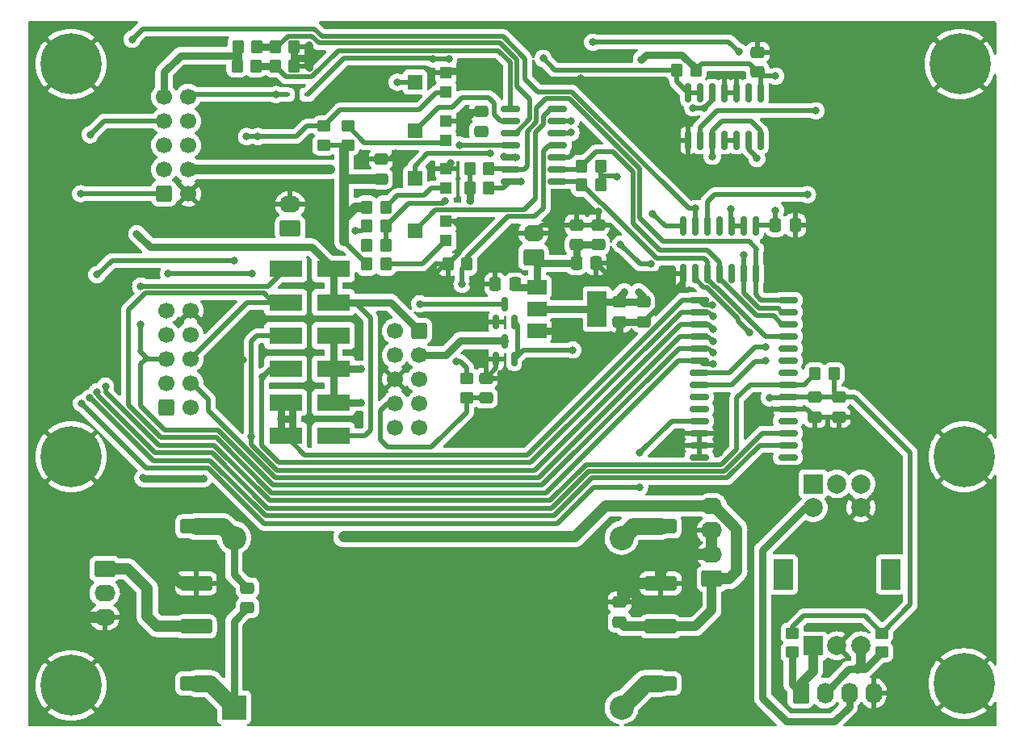
<source format=gbr>
%TF.GenerationSoftware,KiCad,Pcbnew,(6.0.0)*%
%TF.CreationDate,2022-08-08T07:24:01+02:00*%
%TF.ProjectId,K_PA_Protec,4b5f5041-5f50-4726-9f74-65632e6b6963,rev?*%
%TF.SameCoordinates,Original*%
%TF.FileFunction,Copper,L2,Bot*%
%TF.FilePolarity,Positive*%
%FSLAX46Y46*%
G04 Gerber Fmt 4.6, Leading zero omitted, Abs format (unit mm)*
G04 Created by KiCad (PCBNEW (6.0.0)) date 2022-08-08 07:24:01*
%MOMM*%
%LPD*%
G01*
G04 APERTURE LIST*
G04 Aperture macros list*
%AMRoundRect*
0 Rectangle with rounded corners*
0 $1 Rounding radius*
0 $2 $3 $4 $5 $6 $7 $8 $9 X,Y pos of 4 corners*
0 Add a 4 corners polygon primitive as box body*
4,1,4,$2,$3,$4,$5,$6,$7,$8,$9,$2,$3,0*
0 Add four circle primitives for the rounded corners*
1,1,$1+$1,$2,$3*
1,1,$1+$1,$4,$5*
1,1,$1+$1,$6,$7*
1,1,$1+$1,$8,$9*
0 Add four rect primitives between the rounded corners*
20,1,$1+$1,$2,$3,$4,$5,0*
20,1,$1+$1,$4,$5,$6,$7,0*
20,1,$1+$1,$6,$7,$8,$9,0*
20,1,$1+$1,$8,$9,$2,$3,0*%
G04 Aperture macros list end*
%TA.AperFunction,ComponentPad*%
%ADD10C,0.800000*%
%TD*%
%TA.AperFunction,ComponentPad*%
%ADD11C,6.400000*%
%TD*%
%TA.AperFunction,ComponentPad*%
%ADD12R,2.000000X2.000000*%
%TD*%
%TA.AperFunction,ComponentPad*%
%ADD13C,2.000000*%
%TD*%
%TA.AperFunction,ComponentPad*%
%ADD14R,2.000000X3.200000*%
%TD*%
%TA.AperFunction,SMDPad,CuDef*%
%ADD15RoundRect,0.250000X-0.450000X0.350000X-0.450000X-0.350000X0.450000X-0.350000X0.450000X0.350000X0*%
%TD*%
%TA.AperFunction,SMDPad,CuDef*%
%ADD16RoundRect,0.250000X0.350000X0.450000X-0.350000X0.450000X-0.350000X-0.450000X0.350000X-0.450000X0*%
%TD*%
%TA.AperFunction,SMDPad,CuDef*%
%ADD17RoundRect,0.250000X0.337500X0.475000X-0.337500X0.475000X-0.337500X-0.475000X0.337500X-0.475000X0*%
%TD*%
%TA.AperFunction,ComponentPad*%
%ADD18RoundRect,0.250000X0.845000X-0.620000X0.845000X0.620000X-0.845000X0.620000X-0.845000X-0.620000X0*%
%TD*%
%TA.AperFunction,ComponentPad*%
%ADD19O,2.190000X1.740000*%
%TD*%
%TA.AperFunction,SMDPad,CuDef*%
%ADD20R,3.500000X1.800000*%
%TD*%
%TA.AperFunction,SMDPad,CuDef*%
%ADD21RoundRect,0.250000X0.475000X-0.337500X0.475000X0.337500X-0.475000X0.337500X-0.475000X-0.337500X0*%
%TD*%
%TA.AperFunction,SMDPad,CuDef*%
%ADD22R,0.600000X0.450000*%
%TD*%
%TA.AperFunction,SMDPad,CuDef*%
%ADD23RoundRect,0.150000X0.875000X0.150000X-0.875000X0.150000X-0.875000X-0.150000X0.875000X-0.150000X0*%
%TD*%
%TA.AperFunction,SMDPad,CuDef*%
%ADD24R,1.200000X1.200000*%
%TD*%
%TA.AperFunction,SMDPad,CuDef*%
%ADD25R,1.500000X1.600000*%
%TD*%
%TA.AperFunction,SMDPad,CuDef*%
%ADD26RoundRect,0.250000X-0.475000X0.337500X-0.475000X-0.337500X0.475000X-0.337500X0.475000X0.337500X0*%
%TD*%
%TA.AperFunction,SMDPad,CuDef*%
%ADD27RoundRect,0.250000X-0.350000X-0.450000X0.350000X-0.450000X0.350000X0.450000X-0.350000X0.450000X0*%
%TD*%
%TA.AperFunction,SMDPad,CuDef*%
%ADD28RoundRect,0.250000X0.450000X-0.350000X0.450000X0.350000X-0.450000X0.350000X-0.450000X-0.350000X0*%
%TD*%
%TA.AperFunction,ComponentPad*%
%ADD29RoundRect,0.250000X0.600000X0.600000X-0.600000X0.600000X-0.600000X-0.600000X0.600000X-0.600000X0*%
%TD*%
%TA.AperFunction,ComponentPad*%
%ADD30C,1.700000*%
%TD*%
%TA.AperFunction,SMDPad,CuDef*%
%ADD31R,2.000000X1.500000*%
%TD*%
%TA.AperFunction,SMDPad,CuDef*%
%ADD32R,2.000000X3.800000*%
%TD*%
%TA.AperFunction,ComponentPad*%
%ADD33RoundRect,0.250000X-0.620000X-0.845000X0.620000X-0.845000X0.620000X0.845000X-0.620000X0.845000X0*%
%TD*%
%TA.AperFunction,ComponentPad*%
%ADD34O,1.740000X2.190000*%
%TD*%
%TA.AperFunction,SMDPad,CuDef*%
%ADD35RoundRect,0.150000X-0.825000X-0.150000X0.825000X-0.150000X0.825000X0.150000X-0.825000X0.150000X0*%
%TD*%
%TA.AperFunction,SMDPad,CuDef*%
%ADD36RoundRect,0.249999X-1.425001X0.512501X-1.425001X-0.512501X1.425001X-0.512501X1.425001X0.512501X0*%
%TD*%
%TA.AperFunction,SMDPad,CuDef*%
%ADD37RoundRect,0.250000X-0.337500X-0.475000X0.337500X-0.475000X0.337500X0.475000X-0.337500X0.475000X0*%
%TD*%
%TA.AperFunction,SMDPad,CuDef*%
%ADD38RoundRect,0.150000X0.150000X-0.587500X0.150000X0.587500X-0.150000X0.587500X-0.150000X-0.587500X0*%
%TD*%
%TA.AperFunction,ComponentPad*%
%ADD39RoundRect,0.250000X-0.845000X0.620000X-0.845000X-0.620000X0.845000X-0.620000X0.845000X0.620000X0*%
%TD*%
%TA.AperFunction,ComponentPad*%
%ADD40R,2.540000X2.540000*%
%TD*%
%TA.AperFunction,ComponentPad*%
%ADD41C,2.540000*%
%TD*%
%TA.AperFunction,SMDPad,CuDef*%
%ADD42RoundRect,0.249999X1.425001X-0.512501X1.425001X0.512501X-1.425001X0.512501X-1.425001X-0.512501X0*%
%TD*%
%TA.AperFunction,ComponentPad*%
%ADD43RoundRect,0.250000X-0.600000X-0.600000X0.600000X-0.600000X0.600000X0.600000X-0.600000X0.600000X0*%
%TD*%
%TA.AperFunction,SMDPad,CuDef*%
%ADD44RoundRect,0.150000X0.150000X-0.825000X0.150000X0.825000X-0.150000X0.825000X-0.150000X-0.825000X0*%
%TD*%
%TA.AperFunction,ViaPad*%
%ADD45C,0.800000*%
%TD*%
%TA.AperFunction,Conductor*%
%ADD46C,0.500000*%
%TD*%
%TA.AperFunction,Conductor*%
%ADD47C,1.000000*%
%TD*%
%TA.AperFunction,Conductor*%
%ADD48C,0.800000*%
%TD*%
%TA.AperFunction,Conductor*%
%ADD49C,1.200000*%
%TD*%
%TA.AperFunction,Conductor*%
%ADD50C,1.800000*%
%TD*%
G04 APERTURE END LIST*
D10*
%TO.P,J11,1,Pin_1*%
%TO.N,GND*%
X68302944Y-53302944D03*
X72400000Y-55000000D03*
X70000000Y-52600000D03*
X71697056Y-53302944D03*
X70000000Y-57400000D03*
X71697056Y-56697056D03*
X68302944Y-56697056D03*
D11*
X70000000Y-55000000D03*
D10*
X67600000Y-55000000D03*
%TD*%
%TO.P,J10,1,Pin_1*%
%TO.N,GND*%
X165297056Y-97897056D03*
X166000000Y-96200000D03*
X163600000Y-98600000D03*
X161200000Y-96200000D03*
X161902944Y-97897056D03*
D11*
X163600000Y-96200000D03*
D10*
X165297056Y-94502944D03*
X163600000Y-93800000D03*
X161902944Y-94502944D03*
%TD*%
%TO.P,J9,1,Pin_1*%
%TO.N,GND*%
X68302944Y-118502944D03*
X67600000Y-120200000D03*
X70000000Y-117800000D03*
X72400000Y-120200000D03*
X71697056Y-121897056D03*
D11*
X70000000Y-120200000D03*
D10*
X70000000Y-122600000D03*
X71697056Y-118502944D03*
X68302944Y-121897056D03*
%TD*%
%TO.P,J14,1,Pin_1*%
%TO.N,GND*%
X163200000Y-52600000D03*
X160800000Y-55000000D03*
X164897056Y-53302944D03*
X164897056Y-56697056D03*
X161502944Y-53302944D03*
X163200000Y-57400000D03*
X161502944Y-56697056D03*
X165600000Y-55000000D03*
D11*
X163200000Y-55000000D03*
%TD*%
D10*
%TO.P,J12,1,Pin_1*%
%TO.N,GND*%
X163600000Y-117600000D03*
D11*
X163600000Y-120000000D03*
D10*
X161902944Y-118302944D03*
X161902944Y-121697056D03*
X166000000Y-120000000D03*
X165297056Y-118302944D03*
X161200000Y-120000000D03*
X165297056Y-121697056D03*
X163600000Y-122400000D03*
%TD*%
D12*
%TO.P,SW1,1A,1A*%
%TO.N,unconnected-(SW1-Pad1A)*%
X147800000Y-99037500D03*
D13*
%TO.P,SW1,1B,1B*%
%TO.N,unconnected-(SW1-Pad1B)*%
X152800000Y-99037500D03*
%TO.P,SW1,1C,1C*%
%TO.N,unconnected-(SW1-Pad1C)*%
X150300000Y-99037500D03*
D12*
%TO.P,SW1,2A,2A*%
%TO.N,Net-(J2-Pad1)*%
X147800000Y-116037500D03*
D13*
%TO.P,SW1,2B,2B*%
%TO.N,Net-(J2-Pad2)*%
X152800000Y-116037500D03*
%TO.P,SW1,2C,2C*%
%TO.N,GND*%
X150300000Y-116037500D03*
D14*
%TO.P,SW1,MP*%
%TO.N,N/C*%
X155900000Y-108537500D03*
X144700000Y-108537500D03*
D13*
%TO.P,SW1,S1,S1*%
%TO.N,GND*%
X152800000Y-101537500D03*
%TO.P,SW1,S2,S2*%
%TO.N,Net-(J2-Pad3)*%
X147800000Y-101537500D03*
%TD*%
D10*
%TO.P,J13,1,Pin_1*%
%TO.N,GND*%
X71697056Y-94502944D03*
D11*
X70000000Y-96200000D03*
D10*
X67600000Y-96200000D03*
X71697056Y-97897056D03*
X68302944Y-97897056D03*
X70000000Y-93800000D03*
X68302944Y-94502944D03*
X72400000Y-96200000D03*
X70000000Y-98600000D03*
%TD*%
D15*
%TO.P,R5,1*%
%TO.N,+3V3*%
X155000000Y-114700000D03*
%TO.P,R5,2*%
%TO.N,Net-(J2-Pad2)*%
X155000000Y-116700000D03*
%TD*%
D16*
%TO.P,R7,1*%
%TO.N,Net-(R7-Pad1)*%
X103000000Y-70000000D03*
%TO.P,R7,2*%
%TO.N,+12V*%
X101000000Y-70000000D03*
%TD*%
D17*
%TO.P,C9,1*%
%TO.N,GND*%
X145937500Y-71900000D03*
%TO.P,C9,2*%
%TO.N,+3V3*%
X143862500Y-71900000D03*
%TD*%
D18*
%TO.P,J8,1,Pin_1*%
%TO.N,+12V*%
X137180000Y-109000000D03*
D19*
%TO.P,J8,2,Pin_2*%
%TO.N,GND*%
X137180000Y-106460000D03*
%TO.P,J8,3,Pin_3*%
X137180000Y-103920000D03*
%TO.P,J8,4,Pin_4*%
%TO.N,+12V*%
X137180000Y-101380000D03*
%TD*%
D17*
%TO.P,C6,1*%
%TO.N,GND*%
X125037500Y-75900000D03*
%TO.P,C6,2*%
%TO.N,+12V*%
X122962500Y-75900000D03*
%TD*%
D16*
%TO.P,R31,1*%
%TO.N,+3V3*%
X150000000Y-87500000D03*
%TO.P,R31,2*%
%TO.N,6m*%
X148000000Y-87500000D03*
%TD*%
D20*
%TO.P,D3,1,K*%
%TO.N,160m*%
X92500000Y-90500000D03*
%TO.P,D3,2,A*%
%TO.N,D5B*%
X97500000Y-90500000D03*
%TD*%
D21*
%TO.P,C8,1*%
%TO.N,GND*%
X150500000Y-92037500D03*
%TO.P,C8,2*%
%TO.N,+3V3*%
X150500000Y-89962500D03*
%TD*%
D20*
%TO.P,D6,1,K*%
%TO.N,15m*%
X92500000Y-76500000D03*
%TO.P,D6,2,A*%
%TO.N,D2A*%
X97500000Y-76500000D03*
%TD*%
D18*
%TO.P,J4,1,Pin_1*%
%TO.N,Net-(C17-Pad1)*%
X92980000Y-72270000D03*
D19*
%TO.P,J4,2,Pin_2*%
%TO.N,GND*%
X92980000Y-69730000D03*
%TD*%
D22*
%TO.P,D1,1,K*%
%TO.N,{slash}PTT_In*%
X92650000Y-58200000D03*
%TO.P,D1,2,A*%
%TO.N,Net-(D1-Pad2)*%
X94750000Y-58200000D03*
%TD*%
D15*
%TO.P,R23,1*%
%TO.N,+3V3*%
X145600000Y-114700000D03*
%TO.P,R23,2*%
%TO.N,Net-(J2-Pad1)*%
X145600000Y-116700000D03*
%TD*%
%TO.P,R6,1*%
%TO.N,Net-(R6-Pad1)*%
X99000000Y-61500000D03*
%TO.P,R6,2*%
%TO.N,+12V*%
X99000000Y-63500000D03*
%TD*%
D23*
%TO.P,IC1,1,GPB0*%
%TO.N,Net-(IC1-Pad1)*%
X145150000Y-79745000D03*
%TO.P,IC1,2,GPB1*%
%TO.N,Net-(IC1-Pad2)*%
X145150000Y-81015000D03*
%TO.P,IC1,3,GPB2*%
%TO.N,Net-(IC1-Pad3)*%
X145150000Y-82285000D03*
%TO.P,IC1,4,GPB3*%
%TO.N,Net-(IC1-Pad4)*%
X145150000Y-83555000D03*
%TO.P,IC1,5,GPB4*%
%TO.N,unconnected-(IC1-Pad5)*%
X145150000Y-84825000D03*
%TO.P,IC1,6,GPB5*%
%TO.N,unconnected-(IC1-Pad6)*%
X145150000Y-86095000D03*
%TO.P,IC1,7,GPB6*%
%TO.N,unconnected-(IC1-Pad7)*%
X145150000Y-87365000D03*
%TO.P,IC1,8,GPB7*%
%TO.N,6m*%
X145150000Y-88635000D03*
%TO.P,IC1,9,VDD*%
%TO.N,+3V3*%
X145150000Y-89905000D03*
%TO.P,IC1,10,VSS*%
%TO.N,GND*%
X145150000Y-91175000D03*
%TO.P,IC1,11,NC*%
%TO.N,unconnected-(IC1-Pad11)*%
X145150000Y-92445000D03*
%TO.P,IC1,12,SCK*%
%TO.N,SCL*%
X145150000Y-93715000D03*
%TO.P,IC1,13,SDA*%
%TO.N,SDA*%
X145150000Y-94985000D03*
%TO.P,IC1,14,NC*%
%TO.N,unconnected-(IC1-Pad14)*%
X145150000Y-96255000D03*
%TO.P,IC1,15,A0*%
%TO.N,GND*%
X135850000Y-96255000D03*
%TO.P,IC1,16,A1*%
X135850000Y-94985000D03*
%TO.P,IC1,17,A2*%
X135850000Y-93715000D03*
%TO.P,IC1,18,~{RESET}*%
%TO.N,Reset*%
X135850000Y-92445000D03*
%TO.P,IC1,19,INTB*%
%TO.N,unconnected-(IC1-Pad19)*%
X135850000Y-91175000D03*
%TO.P,IC1,20,INTA*%
%TO.N,unconnected-(IC1-Pad20)*%
X135850000Y-89905000D03*
%TO.P,IC1,21,GPA0*%
%TO.N,Net-(IC1-Pad21)*%
X135850000Y-88635000D03*
%TO.P,IC1,22,GPA1*%
%TO.N,Net-(IC1-Pad22)*%
X135850000Y-87365000D03*
%TO.P,IC1,23,GPA2*%
%TO.N,10m*%
X135850000Y-86095000D03*
%TO.P,IC1,24,GPA3*%
%TO.N,15m*%
X135850000Y-84825000D03*
%TO.P,IC1,25,GPA4*%
%TO.N,20m*%
X135850000Y-83555000D03*
%TO.P,IC1,26,GPA5*%
%TO.N,40m*%
X135850000Y-82285000D03*
%TO.P,IC1,27,GPA6*%
%TO.N,80m*%
X135850000Y-81015000D03*
%TO.P,IC1,28,GPA7*%
%TO.N,160m*%
X135850000Y-79745000D03*
%TD*%
D16*
%TO.P,R22,1*%
%TO.N,GND*%
X93400000Y-53200000D03*
%TO.P,R22,2*%
%TO.N,Net-(R22-Pad2)*%
X91400000Y-53200000D03*
%TD*%
D20*
%TO.P,D5,1,K*%
%TO.N,40m*%
X92500000Y-83500000D03*
%TO.P,D5,2,A*%
%TO.N,D5B*%
X97500000Y-83500000D03*
%TD*%
D24*
%TO.P,RV13,1,1*%
%TO.N,GND*%
X109300000Y-61000000D03*
D25*
%TO.P,RV13,2,2*%
%TO.N,Net-(RV13-Pad2)*%
X106050000Y-62000000D03*
D24*
%TO.P,RV13,3,3*%
%TO.N,Net-(R6-Pad1)*%
X109300000Y-63000000D03*
%TD*%
D26*
%TO.P,C11,1*%
%TO.N,GND*%
X125250000Y-71862500D03*
%TO.P,C11,2*%
%TO.N,+12V*%
X125250000Y-73937500D03*
%TD*%
D20*
%TO.P,D7,1,K*%
%TO.N,10m*%
X92500000Y-80000000D03*
%TO.P,D7,2,A*%
%TO.N,D2A*%
X97500000Y-80000000D03*
%TD*%
D27*
%TO.P,R19,1*%
%TO.N,GND*%
X109500000Y-76000000D03*
%TO.P,R19,2*%
%TO.N,Net-(R16-Pad2)*%
X111500000Y-76000000D03*
%TD*%
D24*
%TO.P,RV14,1,1*%
%TO.N,GND*%
X109300000Y-66000000D03*
D25*
%TO.P,RV14,2,2*%
%TO.N,Net-(RV14-Pad2)*%
X106050000Y-67000000D03*
D24*
%TO.P,RV14,3,3*%
%TO.N,Net-(R7-Pad1)*%
X109300000Y-68000000D03*
%TD*%
D27*
%TO.P,R21,1*%
%TO.N,Net-(D1-Pad2)*%
X133500000Y-55600000D03*
%TO.P,R21,2*%
%TO.N,+3V3*%
X135500000Y-55600000D03*
%TD*%
D21*
%TO.P,C5,1*%
%TO.N,GND*%
X130000000Y-82037500D03*
%TO.P,C5,2*%
%TO.N,+3V3*%
X130000000Y-79962500D03*
%TD*%
D28*
%TO.P,R24,1*%
%TO.N,+12V*%
X96500000Y-63500000D03*
%TO.P,R24,2*%
%TO.N,Net-(R10-Pad2)*%
X96500000Y-61500000D03*
%TD*%
D16*
%TO.P,R1,1*%
%TO.N,Net-(IC1-Pad1)*%
X113800000Y-66000000D03*
%TO.P,R1,2*%
%TO.N,+3V3*%
X111800000Y-66000000D03*
%TD*%
D20*
%TO.P,D2,1,K*%
%TO.N,160m*%
X92500000Y-94000000D03*
%TO.P,D2,2,A*%
%TO.N,D2A*%
X97500000Y-94000000D03*
%TD*%
D29*
%TO.P,J3,1,Pin_1*%
%TO.N,D2A*%
X106500000Y-83000000D03*
D30*
%TO.P,J3,2,Pin_2*%
%TO.N,RL2*%
X103960000Y-83000000D03*
%TO.P,J3,3,Pin_3*%
%TO.N,RL3*%
X106500000Y-85540000D03*
%TO.P,J3,4,Pin_4*%
%TO.N,+12V_A*%
X103960000Y-85540000D03*
%TO.P,J3,5,Pin_5*%
%TO.N,D5B*%
X106500000Y-88080000D03*
%TO.P,J3,6,Pin_6*%
%TO.N,GND*%
X103960000Y-88080000D03*
%TO.P,J3,7,Pin_7*%
%TO.N,unconnected-(J3-Pad7)*%
X106500000Y-90620000D03*
%TO.P,J3,8,Pin_8*%
%TO.N,DRV_PWR*%
X103960000Y-90620000D03*
%TO.P,J3,9,Pin_9*%
%TO.N,unconnected-(J3-Pad9)*%
X106500000Y-93160000D03*
%TO.P,J3,10,Pin_10*%
%TO.N,unconnected-(J3-Pad10)*%
X103960000Y-93160000D03*
%TD*%
D31*
%TO.P,U4,1,GND*%
%TO.N,GND*%
X118850000Y-83000000D03*
%TO.P,U4,2,VO*%
%TO.N,+3V3*%
X118850000Y-80700000D03*
D32*
X125150000Y-80700000D03*
D31*
%TO.P,U4,3,VI*%
%TO.N,+12V*%
X118850000Y-78400000D03*
%TD*%
D33*
%TO.P,J2,1,Pin_1*%
%TO.N,Net-(J2-Pad1)*%
X146500000Y-121000000D03*
D34*
%TO.P,J2,2,Pin_2*%
%TO.N,Net-(J2-Pad2)*%
X149040000Y-121000000D03*
%TO.P,J2,3,Pin_3*%
%TO.N,Net-(J2-Pad3)*%
X151580000Y-121000000D03*
%TO.P,J2,4,Pin_4*%
%TO.N,GND*%
X154120000Y-121000000D03*
%TD*%
D35*
%TO.P,U1,1*%
%TO.N,Net-(IC1-Pad2)*%
X116025000Y-67310000D03*
%TO.P,U1,2*%
%TO.N,Net-(IC1-Pad1)*%
X116025000Y-66040000D03*
%TO.P,U1,3,V+*%
%TO.N,+12V*%
X116025000Y-64770000D03*
%TO.P,U1,4,-*%
%TO.N,Net-(RV12-Pad2)*%
X116025000Y-63500000D03*
%TO.P,U1,5,+*%
%TO.N,Net-(R22-Pad2)*%
X116025000Y-62230000D03*
%TO.P,U1,6,-*%
%TO.N,Net-(RV13-Pad2)*%
X116025000Y-60960000D03*
%TO.P,U1,7,+*%
%TO.N,Net-(R11-Pad2)*%
X116025000Y-59690000D03*
%TO.P,U1,8,-*%
%TO.N,Net-(RV15-Pad2)*%
X120975000Y-59690000D03*
%TO.P,U1,9,+*%
%TO.N,Net-(R17-Pad2)*%
X120975000Y-60960000D03*
%TO.P,U1,10,-*%
%TO.N,Net-(RV14-Pad2)*%
X120975000Y-62230000D03*
%TO.P,U1,11,+*%
%TO.N,Net-(R16-Pad2)*%
X120975000Y-63500000D03*
%TO.P,U1,12,V-*%
%TO.N,GND*%
X120975000Y-64770000D03*
%TO.P,U1,13*%
%TO.N,Net-(IC1-Pad3)*%
X120975000Y-66040000D03*
%TO.P,U1,14*%
%TO.N,Net-(IC1-Pad4)*%
X120975000Y-67310000D03*
%TD*%
D36*
%TO.P,L3,1*%
%TO.N,Net-(L3-Pad1)*%
X131800000Y-103512500D03*
%TO.P,L3,2*%
%TO.N,GND*%
X131800000Y-109487500D03*
%TD*%
D37*
%TO.P,C3,1*%
%TO.N,GND*%
X114462500Y-78100000D03*
%TO.P,C3,2*%
%TO.N,+12V*%
X116537500Y-78100000D03*
%TD*%
D21*
%TO.P,C4,1*%
%TO.N,GND*%
X127500000Y-82037500D03*
%TO.P,C4,2*%
%TO.N,+3V3*%
X127500000Y-79962500D03*
%TD*%
D16*
%TO.P,R18,1*%
%TO.N,GND*%
X93400000Y-55200000D03*
%TO.P,R18,2*%
%TO.N,Net-(R11-Pad2)*%
X91400000Y-55200000D03*
%TD*%
D26*
%TO.P,C1,1*%
%TO.N,GND*%
X102500000Y-64962500D03*
%TO.P,C1,2*%
%TO.N,+12V*%
X102500000Y-67037500D03*
%TD*%
D21*
%TO.P,C2,1*%
%TO.N,+3V3*%
X113000000Y-62037500D03*
%TO.P,C2,2*%
%TO.N,GND*%
X113000000Y-59962500D03*
%TD*%
D27*
%TO.P,R11,1*%
%TO.N,REV*%
X87400000Y-55200000D03*
%TO.P,R11,2*%
%TO.N,Net-(R11-Pad2)*%
X89400000Y-55200000D03*
%TD*%
D38*
%TO.P,Q1,1,G*%
%TO.N,Net-(Q1-Pad1)*%
X116450000Y-85937500D03*
%TO.P,Q1,2,S*%
%TO.N,GND*%
X114550000Y-85937500D03*
%TO.P,Q1,3,D*%
%TO.N,RL3*%
X115500000Y-84062500D03*
%TD*%
D39*
%TO.P,J7,1,Pin_1*%
%TO.N,Net-(J7-Pad1)*%
X73520000Y-107960000D03*
D19*
%TO.P,J7,2,Pin_2*%
%TO.N,unconnected-(J7-Pad2)*%
X73520000Y-110500000D03*
%TO.P,J7,3,Pin_3*%
%TO.N,GND*%
X73520000Y-113040000D03*
%TD*%
D21*
%TO.P,C16,1*%
%TO.N,DRV_PWR*%
X113500000Y-90037500D03*
%TO.P,C16,2*%
%TO.N,GND*%
X113500000Y-87962500D03*
%TD*%
D40*
%TO.P,U6,1,Vin*%
%TO.N,+15V*%
X87080000Y-122490000D03*
D41*
%TO.P,U6,2,GND*%
%TO.N,Net-(C15-Pad1)*%
X87080000Y-104710000D03*
%TO.P,U6,3,GND*%
%TO.N,Net-(L3-Pad1)*%
X127720000Y-104710000D03*
%TO.P,U6,4,Vout*%
%TO.N,Net-(L1-Pad1)*%
X127720000Y-122490000D03*
%TD*%
D26*
%TO.P,C12,1*%
%TO.N,GND*%
X123000000Y-71862500D03*
%TO.P,C12,2*%
%TO.N,+12V*%
X123000000Y-73937500D03*
%TD*%
D28*
%TO.P,R16,1*%
%TO.N,DRV_PWR*%
X111500000Y-90000000D03*
%TO.P,R16,2*%
%TO.N,Net-(R16-Pad2)*%
X111500000Y-88000000D03*
%TD*%
D42*
%TO.P,L1,1*%
%TO.N,Net-(L1-Pad1)*%
X131800000Y-119987500D03*
%TO.P,L1,2*%
%TO.N,+12V*%
X131800000Y-114012500D03*
%TD*%
D27*
%TO.P,R3,1*%
%TO.N,Net-(IC1-Pad3)*%
X123500000Y-65700000D03*
%TO.P,R3,2*%
%TO.N,+3V3*%
X125500000Y-65700000D03*
%TD*%
D24*
%TO.P,RV15,1,1*%
%TO.N,GND*%
X109300000Y-71500000D03*
D25*
%TO.P,RV15,2,2*%
%TO.N,Net-(RV15-Pad2)*%
X106050000Y-72500000D03*
D24*
%TO.P,RV15,3,3*%
%TO.N,Net-(R8-Pad1)*%
X109300000Y-73500000D03*
%TD*%
D43*
%TO.P,J1,1,Pin_1*%
%TO.N,Reset*%
X79747500Y-68580000D03*
D30*
%TO.P,J1,2,Pin_2*%
%TO.N,GND*%
X82287500Y-68580000D03*
%TO.P,J1,3,Pin_3*%
%TO.N,D2A*%
X79747500Y-66040000D03*
%TO.P,J1,4,Pin_4*%
%TO.N,D5B*%
X82287500Y-66040000D03*
%TO.P,J1,5,Pin_5*%
%TO.N,D8*%
X79747500Y-63500000D03*
%TO.P,J1,6,Pin_6*%
%TO.N,SCL*%
X82287500Y-63500000D03*
%TO.P,J1,7,Pin_7*%
%TO.N,SDA*%
X79747500Y-60960000D03*
%TO.P,J1,8,Pin_8*%
%TO.N,FWD*%
X82287500Y-60960000D03*
%TO.P,J1,9,Pin_9*%
%TO.N,REV*%
X79747500Y-58420000D03*
%TO.P,J1,10,Pin_10*%
%TO.N,{slash}PTT_In*%
X82287500Y-58420000D03*
%TD*%
D20*
%TO.P,D4,1,K*%
%TO.N,80m*%
X92500000Y-87000000D03*
%TO.P,D4,2,A*%
%TO.N,D5B*%
X97500000Y-87000000D03*
%TD*%
D26*
%TO.P,C15,1*%
%TO.N,Net-(C15-Pad1)*%
X88500000Y-109962500D03*
%TO.P,C15,2*%
%TO.N,+15V*%
X88500000Y-112037500D03*
%TD*%
D27*
%TO.P,R20,1*%
%TO.N,GND*%
X101000000Y-74000000D03*
%TO.P,R20,2*%
%TO.N,Net-(R17-Pad2)*%
X103000000Y-74000000D03*
%TD*%
%TO.P,R4,1*%
%TO.N,Net-(IC1-Pad4)*%
X123500000Y-67700000D03*
%TO.P,R4,2*%
%TO.N,+3V3*%
X125500000Y-67700000D03*
%TD*%
D44*
%TO.P,U2,1*%
%TO.N,D8*%
X142310000Y-62975000D03*
%TO.P,U2,2*%
%TO.N,Net-(U2-Pad2)*%
X141040000Y-62975000D03*
%TO.P,U2,3*%
%TO.N,Net-(U2-Pad3)*%
X139770000Y-62975000D03*
%TO.P,U2,4*%
X138500000Y-62975000D03*
%TO.P,U2,5*%
%TO.N,D8*%
X137230000Y-62975000D03*
%TO.P,U2,6*%
%TO.N,Net-(IC1-Pad21)*%
X135960000Y-62975000D03*
%TO.P,U2,7,GND*%
%TO.N,GND*%
X134690000Y-62975000D03*
%TO.P,U2,8*%
%TO.N,Net-(D1-Pad2)*%
X134690000Y-58025000D03*
%TO.P,U2,9*%
X135960000Y-58025000D03*
%TO.P,U2,10*%
%TO.N,Net-(U2-Pad10)*%
X137230000Y-58025000D03*
%TO.P,U2,11*%
%TO.N,GND*%
X138500000Y-58025000D03*
%TO.P,U2,12*%
X139770000Y-58025000D03*
%TO.P,U2,13*%
%TO.N,unconnected-(U2-Pad13)*%
X141040000Y-58025000D03*
%TO.P,U2,14,VCC*%
%TO.N,+3V3*%
X142310000Y-58025000D03*
%TD*%
D24*
%TO.P,RV12,1,1*%
%TO.N,GND*%
X109300000Y-55900000D03*
D25*
%TO.P,RV12,2,2*%
%TO.N,Net-(RV12-Pad2)*%
X106050000Y-56900000D03*
D24*
%TO.P,RV12,3,3*%
%TO.N,Net-(R10-Pad2)*%
X109300000Y-57900000D03*
%TD*%
D44*
%TO.P,U3,1*%
%TO.N,Net-(IC1-Pad1)*%
X141810000Y-76975000D03*
%TO.P,U3,2*%
%TO.N,Net-(IC1-Pad2)*%
X140540000Y-76975000D03*
%TO.P,U3,3,NC*%
%TO.N,unconnected-(U3-Pad3)*%
X139270000Y-76975000D03*
%TO.P,U3,4*%
%TO.N,Net-(IC1-Pad3)*%
X138000000Y-76975000D03*
%TO.P,U3,5*%
%TO.N,Net-(IC1-Pad4)*%
X136730000Y-76975000D03*
%TO.P,U3,6*%
%TO.N,Net-(U2-Pad2)*%
X135460000Y-76975000D03*
%TO.P,U3,7,Gnd*%
%TO.N,GND*%
X134190000Y-76975000D03*
%TO.P,U3,8*%
%TO.N,Net-(Q1-Pad1)*%
X134190000Y-72025000D03*
%TO.P,U3,9*%
%TO.N,D8*%
X135460000Y-72025000D03*
%TO.P,U3,10*%
%TO.N,Net-(IC1-Pad22)*%
X136730000Y-72025000D03*
%TO.P,U3,11,NC*%
%TO.N,unconnected-(U3-Pad11)*%
X138000000Y-72025000D03*
%TO.P,U3,12*%
%TO.N,Net-(U2-Pad10)*%
X139270000Y-72025000D03*
%TO.P,U3,13*%
X140540000Y-72025000D03*
%TO.P,U3,14,Vcc*%
%TO.N,+3V3*%
X141810000Y-72025000D03*
%TD*%
D21*
%TO.P,C7,1*%
%TO.N,GND*%
X148000000Y-92037500D03*
%TO.P,C7,2*%
%TO.N,+3V3*%
X148000000Y-89962500D03*
%TD*%
D43*
%TO.P,J5,1,Pin_1*%
%TO.N,160m*%
X80000000Y-91000000D03*
D30*
%TO.P,J5,2,Pin_2*%
%TO.N,80m*%
X82540000Y-91000000D03*
%TO.P,J5,3,Pin_3*%
%TO.N,40m*%
X80000000Y-88460000D03*
%TO.P,J5,4,Pin_4*%
%TO.N,20m*%
X82540000Y-88460000D03*
%TO.P,J5,5,Pin_5*%
%TO.N,15m*%
X80000000Y-85920000D03*
%TO.P,J5,6,Pin_6*%
%TO.N,10m*%
X82540000Y-85920000D03*
%TO.P,J5,7,Pin_7*%
%TO.N,6m*%
X80000000Y-83380000D03*
%TO.P,J5,8,Pin_8*%
%TO.N,+12V*%
X82540000Y-83380000D03*
%TO.P,J5,9,Pin_9*%
%TO.N,{slash}PTT_In*%
X80000000Y-80840000D03*
%TO.P,J5,10,Pin_10*%
%TO.N,GND*%
X82540000Y-80840000D03*
%TD*%
D16*
%TO.P,R8,1*%
%TO.N,Net-(R8-Pad1)*%
X103000000Y-76000000D03*
%TO.P,R8,2*%
%TO.N,+12V*%
X101000000Y-76000000D03*
%TD*%
D27*
%TO.P,R17,1*%
%TO.N,Net-(C17-Pad1)*%
X101000000Y-72000000D03*
%TO.P,R17,2*%
%TO.N,Net-(R17-Pad2)*%
X103000000Y-72000000D03*
%TD*%
%TO.P,R9,1*%
%TO.N,REV*%
X87500000Y-53200000D03*
%TO.P,R9,2*%
%TO.N,Net-(R22-Pad2)*%
X89500000Y-53200000D03*
%TD*%
D42*
%TO.P,L4,1*%
%TO.N,GND*%
X83100000Y-109487500D03*
%TO.P,L4,2*%
%TO.N,Net-(C15-Pad1)*%
X83100000Y-103512500D03*
%TD*%
D26*
%TO.P,C10,1*%
%TO.N,GND*%
X142000000Y-53762500D03*
%TO.P,C10,2*%
%TO.N,+3V3*%
X142000000Y-55837500D03*
%TD*%
D18*
%TO.P,J6,1,Pin_1*%
%TO.N,+12V*%
X118480000Y-75270000D03*
D19*
%TO.P,J6,2,Pin_2*%
%TO.N,GND*%
X118480000Y-72730000D03*
%TD*%
D38*
%TO.P,Q2,1,G*%
%TO.N,Net-(Q1-Pad1)*%
X116450000Y-82037500D03*
%TO.P,Q2,2,S*%
%TO.N,GND*%
X114550000Y-82037500D03*
%TO.P,Q2,3,D*%
%TO.N,RL2*%
X115500000Y-80162500D03*
%TD*%
D36*
%TO.P,L2,1*%
%TO.N,Net-(J7-Pad1)*%
X83100000Y-114012500D03*
%TO.P,L2,2*%
%TO.N,+15V*%
X83100000Y-119987500D03*
%TD*%
D16*
%TO.P,R2,1*%
%TO.N,Net-(IC1-Pad2)*%
X113800000Y-68000000D03*
%TO.P,R2,2*%
%TO.N,+3V3*%
X111800000Y-68000000D03*
%TD*%
D26*
%TO.P,C24,1*%
%TO.N,GND*%
X127500000Y-111462500D03*
%TO.P,C24,2*%
%TO.N,+12V*%
X127500000Y-113537500D03*
%TD*%
D45*
%TO.N,GND*%
X88000000Y-86000000D03*
X87400000Y-84800000D03*
%TO.N,D8*%
X76400000Y-52400000D03*
%TO.N,+12V*%
X98600000Y-73600000D03*
X101262500Y-67037500D03*
X98600000Y-104600000D03*
X115400000Y-64700000D03*
X116600000Y-64770000D03*
%TO.N,Net-(C17-Pad1)*%
X99800000Y-72500000D03*
%TO.N,160m*%
X93200000Y-92200000D03*
X137259078Y-80247561D03*
X92000000Y-92200000D03*
%TO.N,80m*%
X137300000Y-81500000D03*
X90100000Y-87800000D03*
%TO.N,40m*%
X137300000Y-82800000D03*
X83900000Y-98500000D03*
X88900000Y-94100000D03*
X77537500Y-98437500D03*
%TO.N,15m*%
X77300000Y-82300000D03*
X77300000Y-78300000D03*
X137300000Y-85300000D03*
%TO.N,10m*%
X137300000Y-86500000D03*
%TO.N,{slash}PTT_In*%
X91500000Y-58200000D03*
X80200000Y-77000000D03*
X89000000Y-77000000D03*
%TO.N,Net-(D1-Pad2)*%
X107900000Y-54449500D03*
X109600000Y-54449500D03*
X119500000Y-54400000D03*
%TO.N,D2A*%
X76900000Y-72800000D03*
%TO.N,D5B*%
X100400000Y-90500000D03*
X100400000Y-87000000D03*
X97160000Y-66040000D03*
%TO.N,Net-(IC1-Pad2)*%
X140540000Y-75040000D03*
X117200000Y-67310000D03*
X124700000Y-52700000D03*
X140000000Y-53700000D03*
%TO.N,6m*%
X73600000Y-88800000D03*
%TO.N,SCL*%
X87100000Y-75600000D03*
X72700000Y-89400000D03*
X72700000Y-77100000D03*
%TO.N,SDA*%
X71941121Y-90050468D03*
X72000000Y-62400000D03*
%TO.N,Reset*%
X71000000Y-68600000D03*
X71100000Y-90600000D03*
X129600000Y-99400000D03*
X129600000Y-95800000D03*
%TO.N,Net-(IC1-Pad21)*%
X142800000Y-86100000D03*
X148100000Y-59900000D03*
%TO.N,Net-(IC1-Pad22)*%
X147200000Y-68700000D03*
X142800000Y-84700000D03*
%TO.N,20m*%
X137300000Y-84100000D03*
%TO.N,D8*%
X137230000Y-64670000D03*
X135460000Y-70140000D03*
%TO.N,RL2*%
X106537500Y-80162500D03*
%TO.N,Net-(Q1-Pad1)*%
X122600000Y-85000000D03*
X130800000Y-76000000D03*
X127600000Y-73900000D03*
X131000000Y-70700000D03*
%TO.N,Net-(R10-Pad2)*%
X88400000Y-62600000D03*
X89600000Y-62600000D03*
%TO.N,Net-(R16-Pad2)*%
X110400000Y-86200000D03*
X111000000Y-78100000D03*
%TO.N,Net-(R17-Pad2)*%
X122400000Y-60960000D03*
X109200000Y-69400000D03*
%TO.N,Net-(RV12-Pad2)*%
X104200000Y-56900000D03*
X110700000Y-63500000D03*
%TO.N,Net-(RV14-Pad2)*%
X113949500Y-64400688D03*
X122400000Y-62200000D03*
%TO.N,Net-(U2-Pad2)*%
X141100000Y-83200000D03*
X141900000Y-64900000D03*
%TO.N,Net-(U2-Pad10)*%
X139200000Y-70200000D03*
X135200000Y-59600000D03*
X136400000Y-59600000D03*
%TO.N,GND*%
X108000000Y-78600000D03*
X126975000Y-77975000D03*
X123000000Y-70499500D03*
X138088237Y-94688237D03*
X145937500Y-70237500D03*
X123400000Y-56449500D03*
X113100000Y-78100000D03*
X95500000Y-70425000D03*
X126975000Y-75825000D03*
X101100000Y-74100000D03*
X108000000Y-77200000D03*
X143962500Y-53762500D03*
X111762500Y-55600000D03*
X89200000Y-81600000D03*
X109799312Y-65399312D03*
X107800000Y-66000000D03*
X95000000Y-55400000D03*
X113437500Y-82037500D03*
X95000000Y-53000000D03*
X112100000Y-78100000D03*
X138500000Y-56200000D03*
X120500000Y-83000000D03*
X139690500Y-56210790D03*
X134690000Y-61110000D03*
X127500000Y-83100000D03*
X125250000Y-70499500D03*
X104000000Y-64400000D03*
X100837500Y-64962500D03*
X149400000Y-95800000D03*
X113437500Y-85937500D03*
X149400000Y-94600000D03*
X149400000Y-93400000D03*
X112200000Y-85900000D03*
X138000000Y-95800000D03*
X87037500Y-89662500D03*
X145937500Y-73562500D03*
X110749312Y-61050688D03*
X112237500Y-82037500D03*
X123400000Y-63500000D03*
X111762500Y-56962500D03*
X138000000Y-93615000D03*
X95000000Y-54400000D03*
%TO.N,+3V3*%
X111700000Y-65700000D03*
X129800000Y-54500000D03*
X127200000Y-66800000D03*
X129500000Y-78900000D03*
X143862500Y-70337500D03*
X111800000Y-69400000D03*
X143200000Y-90000000D03*
X143862500Y-56262500D03*
X128000000Y-78900000D03*
X112900000Y-62000000D03*
X125150000Y-80700000D03*
%TD*%
D46*
%TO.N,40m*%
X135850000Y-82285000D02*
X133915000Y-82285000D01*
X88900000Y-84100000D02*
X89500000Y-83500000D01*
X133915000Y-82285000D02*
X118600000Y-97600000D01*
X91600000Y-97600000D02*
X88900000Y-94900000D01*
X118600000Y-97600000D02*
X91600000Y-97600000D01*
X88900000Y-94900000D02*
X88900000Y-84100000D01*
X89500000Y-83500000D02*
X92500000Y-83500000D01*
%TO.N,D8*%
X95490672Y-51300000D02*
X77500000Y-51300000D01*
X77500000Y-51300000D02*
X76400000Y-52400000D01*
D47*
%TO.N,+12V*%
X127975000Y-114012500D02*
X127500000Y-113537500D01*
D48*
X123000000Y-73937500D02*
X123000000Y-75862500D01*
D46*
X116370000Y-64770000D02*
X116600000Y-64770000D01*
D48*
X123000000Y-73937500D02*
X125250000Y-73937500D01*
D49*
X139000000Y-109000000D02*
X137180000Y-109000000D01*
D47*
X137180000Y-112320000D02*
X135487500Y-114012500D01*
D46*
X98600000Y-63900000D02*
X99000000Y-63500000D01*
D48*
X118850000Y-78400000D02*
X116837500Y-78400000D01*
D47*
X102500000Y-67037500D02*
X98962500Y-67037500D01*
D48*
X122962500Y-75900000D02*
X119110000Y-75900000D01*
X118850000Y-75640000D02*
X118480000Y-75270000D01*
D49*
X137180000Y-101380000D02*
X137405000Y-101380000D01*
D47*
X131800000Y-114012500D02*
X127975000Y-114012500D01*
D49*
X137405000Y-101380000D02*
X139800489Y-103775489D01*
D48*
X118850000Y-78400000D02*
X118850000Y-75640000D01*
D46*
X115400000Y-64700000D02*
X115470000Y-64770000D01*
D47*
X98600000Y-71200000D02*
X98600000Y-73600000D01*
D46*
X115995000Y-64800000D02*
X116025000Y-64770000D01*
D49*
X122800000Y-104600000D02*
X98600000Y-104600000D01*
D47*
X99800000Y-70000000D02*
X98600000Y-71200000D01*
D48*
X119110000Y-75900000D02*
X118480000Y-75270000D01*
D46*
X98600000Y-67400000D02*
X98600000Y-63900000D01*
D47*
X101000000Y-70000000D02*
X99800000Y-70000000D01*
D48*
X116837500Y-78400000D02*
X116537500Y-78100000D01*
D46*
X98962500Y-67037500D02*
X98600000Y-67400000D01*
D49*
X139800489Y-108199511D02*
X139000000Y-109000000D01*
D47*
X98600000Y-71200000D02*
X98600000Y-63900000D01*
X135487500Y-114012500D02*
X131800000Y-114012500D01*
D46*
X115470000Y-64770000D02*
X116600000Y-64770000D01*
D49*
X137180000Y-101380000D02*
X126020000Y-101380000D01*
D46*
X96500000Y-63500000D02*
X99000000Y-63500000D01*
D47*
X137180000Y-109000000D02*
X137180000Y-112320000D01*
D46*
X116025000Y-64770000D02*
X116600000Y-64770000D01*
X101000000Y-76000000D02*
X98600000Y-73600000D01*
D49*
X139800489Y-103775489D02*
X139800489Y-108199511D01*
D48*
X123000000Y-75862500D02*
X122962500Y-75900000D01*
D49*
X126020000Y-101380000D02*
X122800000Y-104600000D01*
D48*
%TO.N,REV*%
X79747500Y-55852500D02*
X79747500Y-58420000D01*
X87500000Y-53200000D02*
X87500000Y-54100000D01*
X81500000Y-54100000D02*
X79747500Y-55852500D01*
X87500000Y-55100000D02*
X87400000Y-55200000D01*
X87500000Y-54100000D02*
X81500000Y-54100000D01*
X87500000Y-54100000D02*
X87500000Y-55100000D01*
D46*
%TO.N,DRV_PWR*%
X111537500Y-90037500D02*
X111500000Y-90000000D01*
X107800000Y-95200000D02*
X103200000Y-95200000D01*
X103200000Y-95200000D02*
X102400000Y-94400000D01*
X103180000Y-90620000D02*
X103960000Y-90620000D01*
X113500000Y-90037500D02*
X111537500Y-90037500D01*
X102400000Y-94400000D02*
X102400000Y-91400000D01*
X111500000Y-91500000D02*
X107800000Y-95200000D01*
X111500000Y-90000000D02*
X111500000Y-91500000D01*
X102400000Y-91400000D02*
X103180000Y-90620000D01*
%TO.N,Net-(C17-Pad1)*%
X101000000Y-72000000D02*
X100500000Y-72500000D01*
X100500000Y-72500000D02*
X99800000Y-72500000D01*
D48*
%TO.N,160m*%
X93200000Y-92200000D02*
X93200000Y-93300000D01*
D46*
X135850000Y-79745000D02*
X134094270Y-79745000D01*
X136352561Y-80247561D02*
X135850000Y-79745000D01*
D48*
X93200000Y-92200000D02*
X93200000Y-91200000D01*
D46*
X94500000Y-96000000D02*
X92500000Y-94000000D01*
D48*
X92000000Y-92200000D02*
X93200000Y-92200000D01*
D46*
X134094270Y-79745000D02*
X117839270Y-96000000D01*
D48*
X92000000Y-92200000D02*
X92000000Y-93500000D01*
X92000000Y-91000000D02*
X92500000Y-90500000D01*
D46*
X137259078Y-80247561D02*
X136352561Y-80247561D01*
D48*
X92000000Y-93500000D02*
X92500000Y-94000000D01*
D46*
X117839270Y-96000000D02*
X94500000Y-96000000D01*
D48*
X93200000Y-93300000D02*
X92500000Y-94000000D01*
X93200000Y-91200000D02*
X92500000Y-90500000D01*
X92000000Y-92200000D02*
X92000000Y-91000000D01*
D46*
%TO.N,80m*%
X135850000Y-81015000D02*
X133985000Y-81015000D01*
X118200000Y-96800000D02*
X91800000Y-96800000D01*
X133985000Y-81015000D02*
X118200000Y-96800000D01*
X136815000Y-81015000D02*
X137300000Y-81500000D01*
X90000000Y-88000000D02*
X91000000Y-87000000D01*
X92500000Y-87000000D02*
X90900000Y-87000000D01*
X135850000Y-81015000D02*
X136815000Y-81015000D01*
X91000000Y-87000000D02*
X92500000Y-87000000D01*
X90000000Y-95000000D02*
X90000000Y-88000000D01*
X91800000Y-96800000D02*
X90000000Y-95000000D01*
X90900000Y-87000000D02*
X90100000Y-87800000D01*
D48*
%TO.N,40m*%
X77537500Y-98437500D02*
X77600000Y-98500000D01*
X77600000Y-98500000D02*
X83900000Y-98500000D01*
D46*
X136785000Y-82285000D02*
X137300000Y-82800000D01*
X135850000Y-82285000D02*
X136785000Y-82285000D01*
%TO.N,15m*%
X135850000Y-84825000D02*
X133775000Y-84825000D01*
X77880000Y-85920000D02*
X80000000Y-85920000D01*
X77300000Y-78300000D02*
X90700000Y-78300000D01*
X78020000Y-85920000D02*
X77200000Y-85100000D01*
X80000000Y-85920000D02*
X78020000Y-85920000D01*
X77300000Y-86500000D02*
X77880000Y-85920000D01*
X90700000Y-78300000D02*
X92500000Y-76500000D01*
X91200000Y-99200000D02*
X85400000Y-93400000D01*
X133775000Y-84825000D02*
X119400000Y-99200000D01*
X135850000Y-84825000D02*
X136825000Y-84825000D01*
X79800000Y-93400000D02*
X77300000Y-90900000D01*
X77300000Y-85000000D02*
X77300000Y-82300000D01*
X119400000Y-99200000D02*
X91200000Y-99200000D01*
X85400000Y-93400000D02*
X79800000Y-93400000D01*
X77200000Y-85100000D02*
X77300000Y-85000000D01*
X136825000Y-84825000D02*
X137300000Y-85300000D01*
X77300000Y-90900000D02*
X77300000Y-86500000D01*
%TO.N,10m*%
X88460000Y-80000000D02*
X82540000Y-85920000D01*
X135850000Y-86095000D02*
X133705000Y-86095000D01*
X77800000Y-79000000D02*
X90200000Y-79000000D01*
X91000000Y-100000000D02*
X85200000Y-94200000D01*
X90200000Y-79000000D02*
X91200000Y-80000000D01*
X92500000Y-80000000D02*
X88460000Y-80000000D01*
X76000000Y-90800000D02*
X76000000Y-80800000D01*
X85200000Y-94200000D02*
X79400000Y-94200000D01*
X135850000Y-86095000D02*
X136255000Y-86500000D01*
X79400000Y-94200000D02*
X76000000Y-90800000D01*
X91200000Y-80000000D02*
X92500000Y-80000000D01*
X76000000Y-80800000D02*
X77800000Y-79000000D01*
X136255000Y-86500000D02*
X137300000Y-86500000D01*
X119800000Y-100000000D02*
X91000000Y-100000000D01*
X133705000Y-86095000D02*
X119800000Y-100000000D01*
%TO.N,{slash}PTT_In*%
X82507500Y-58200000D02*
X82287500Y-58420000D01*
X92650000Y-58200000D02*
X82507500Y-58200000D01*
X89000000Y-77000000D02*
X80200000Y-77000000D01*
%TO.N,Net-(D1-Pad2)*%
X109600000Y-54449500D02*
X107900000Y-54449500D01*
X135960000Y-58025000D02*
X134690000Y-58025000D01*
X134690000Y-58025000D02*
X133500000Y-56835000D01*
X133500000Y-56835000D02*
X133500000Y-55600000D01*
X98600000Y-54400000D02*
X107850500Y-54400000D01*
X133500000Y-55600000D02*
X120700000Y-55600000D01*
X120700000Y-55600000D02*
X119500000Y-54400000D01*
X94800000Y-58200000D02*
X98600000Y-54400000D01*
X107850500Y-54400000D02*
X107900000Y-54449500D01*
D48*
%TO.N,D2A*%
X97500000Y-76500000D02*
X95200000Y-74200000D01*
X103500000Y-80000000D02*
X106500000Y-83000000D01*
X97500000Y-80000000D02*
X103500000Y-80000000D01*
D46*
X97500000Y-94000000D02*
X100800000Y-94000000D01*
X101400000Y-93400000D02*
X101400000Y-81600000D01*
D48*
X97500000Y-80000000D02*
X97500000Y-76500000D01*
D46*
X101400000Y-81600000D02*
X100000000Y-80200000D01*
X100800000Y-94000000D02*
X101400000Y-93400000D01*
D48*
X86000000Y-74200000D02*
X78300000Y-74200000D01*
X95200000Y-74200000D02*
X86000000Y-74200000D01*
X78300000Y-74200000D02*
X76900000Y-72800000D01*
%TO.N,D5B*%
X97500000Y-90500000D02*
X100400000Y-90500000D01*
X97500000Y-90500000D02*
X97500000Y-87000000D01*
D47*
X82287500Y-66040000D02*
X97160000Y-66040000D01*
D48*
X97500000Y-87000000D02*
X100400000Y-87000000D01*
X97500000Y-87000000D02*
X97500000Y-83500000D01*
D46*
%TO.N,Net-(IC1-Pad1)*%
X115985000Y-66000000D02*
X116025000Y-66040000D01*
X132100000Y-73600000D02*
X129599511Y-71099511D01*
X141810000Y-79210000D02*
X141810000Y-76975000D01*
X117460000Y-66040000D02*
X116025000Y-66040000D01*
X129599511Y-71099511D02*
X129599511Y-65999511D01*
X122200000Y-58600000D02*
X119800000Y-58600000D01*
X145150000Y-79745000D02*
X142345000Y-79745000D01*
X118800000Y-59600000D02*
X118800000Y-61048280D01*
X141810000Y-76975000D02*
X141810000Y-74490000D01*
X129599511Y-65999511D02*
X122200000Y-58600000D01*
X118800000Y-61048280D02*
X117800000Y-62048280D01*
X117800000Y-62048280D02*
X117800000Y-65700000D01*
X119800000Y-58600000D02*
X118800000Y-59600000D01*
X141900000Y-74400000D02*
X141100000Y-73600000D01*
X117800000Y-65700000D02*
X117460000Y-66040000D01*
X141810000Y-74490000D02*
X141900000Y-74400000D01*
X142345000Y-79745000D02*
X141810000Y-79210000D01*
X141100000Y-73600000D02*
X132100000Y-73600000D01*
X113800000Y-66000000D02*
X115985000Y-66000000D01*
%TO.N,Net-(IC1-Pad2)*%
X142100000Y-80600000D02*
X140540000Y-79040000D01*
X140000000Y-53700000D02*
X138950490Y-52650490D01*
X114400000Y-68000000D02*
X115335000Y-68000000D01*
X113800000Y-68000000D02*
X114400000Y-68000000D01*
X140540000Y-79040000D02*
X140540000Y-76975000D01*
X116025000Y-67310000D02*
X117200000Y-67310000D01*
X138950490Y-52650490D02*
X124749510Y-52650490D01*
X145150000Y-81015000D02*
X144547151Y-81015000D01*
X140540000Y-76975000D02*
X140540000Y-75040000D01*
X144547151Y-81015000D02*
X144132151Y-80600000D01*
X115335000Y-68000000D02*
X116025000Y-67310000D01*
X124749510Y-52650490D02*
X124700000Y-52700000D01*
X144132151Y-80600000D02*
X142100000Y-80600000D01*
%TO.N,Net-(IC1-Pad3)*%
X123160000Y-66040000D02*
X123500000Y-65700000D01*
X138000000Y-75810743D02*
X138000000Y-76975000D01*
X128900000Y-66300000D02*
X128900000Y-71700000D01*
X138000000Y-77527849D02*
X138000000Y-76975000D01*
X128900000Y-71700000D02*
X131700489Y-74500489D01*
X123500000Y-65700000D02*
X125000000Y-64200000D01*
X131700489Y-74500489D02*
X136689746Y-74500489D01*
X143675480Y-81413329D02*
X141885480Y-81413329D01*
X126800000Y-64200000D02*
X128900000Y-66300000D01*
X144547151Y-82285000D02*
X143675480Y-81413329D01*
X120975000Y-66040000D02*
X123160000Y-66040000D01*
X141885480Y-81413329D02*
X138000000Y-77527849D01*
X145150000Y-82285000D02*
X144547151Y-82285000D01*
X136689746Y-74500489D02*
X138000000Y-75810743D01*
X125000000Y-64200000D02*
X126800000Y-64200000D01*
%TO.N,6m*%
X146865000Y-88635000D02*
X148000000Y-87500000D01*
X73600000Y-89400000D02*
X73600000Y-88800000D01*
X79200000Y-95000000D02*
X73600000Y-89400000D01*
X145150000Y-88635000D02*
X141165000Y-88635000D01*
X145150000Y-88635000D02*
X146865000Y-88635000D01*
X139800000Y-95401377D02*
X138196857Y-97004520D01*
X141165000Y-88635000D02*
X139800000Y-90000000D01*
X90800000Y-100800000D02*
X85000000Y-95000000D01*
X120200000Y-100800000D02*
X90800000Y-100800000D01*
X138196857Y-97004520D02*
X123995480Y-97004520D01*
X139800000Y-90000000D02*
X139800000Y-95401377D01*
X123995480Y-97004520D02*
X120200000Y-100800000D01*
X85000000Y-95000000D02*
X79200000Y-95000000D01*
%TO.N,SCL*%
X74300000Y-75600000D02*
X87100000Y-75600000D01*
X142475634Y-93715000D02*
X138486603Y-97704031D01*
X78798623Y-95800000D02*
X72800000Y-89801377D01*
X84800000Y-95800000D02*
X78798623Y-95800000D01*
X72800000Y-77100000D02*
X72700000Y-77100000D01*
X72800000Y-77100000D02*
X74300000Y-75600000D01*
X145150000Y-93715000D02*
X142475634Y-93715000D01*
X138486603Y-97704031D02*
X124295969Y-97704031D01*
X124295969Y-97704031D02*
X120400000Y-101600000D01*
X90600000Y-101600000D02*
X84800000Y-95800000D01*
X72800000Y-89801377D02*
X72800000Y-89600000D01*
X120400000Y-101600000D02*
X90600000Y-101600000D01*
%TO.N,SDA*%
X142194893Y-94985000D02*
X138776351Y-98403542D01*
X145150000Y-94985000D02*
X142194893Y-94985000D01*
X90400000Y-102400000D02*
X84600000Y-96600000D01*
X73440000Y-60960000D02*
X72000000Y-62400000D01*
X120600000Y-102400000D02*
X90400000Y-102400000D01*
X78600000Y-96600000D02*
X72050468Y-90050468D01*
X138776351Y-98403542D02*
X124596458Y-98403542D01*
X84600000Y-96600000D02*
X78600000Y-96600000D01*
X79747500Y-60960000D02*
X73440000Y-60960000D01*
X124596458Y-98403542D02*
X120600000Y-102400000D01*
X72050468Y-90050468D02*
X71941121Y-90050468D01*
%TO.N,Reset*%
X79747500Y-68580000D02*
X79727500Y-68600000D01*
X121001757Y-103198243D02*
X90200000Y-103198243D01*
X128000000Y-99400000D02*
X126600000Y-99400000D01*
X129600000Y-99400000D02*
X128000000Y-99400000D01*
X90200000Y-103198243D02*
X84401757Y-97400000D01*
X79727500Y-68600000D02*
X71000000Y-68600000D01*
X124800000Y-99400000D02*
X121001757Y-103198243D01*
X77900000Y-97400000D02*
X71100000Y-90600000D01*
X135850000Y-92445000D02*
X132955000Y-92445000D01*
X126600000Y-99400000D02*
X124800000Y-99400000D01*
X132955000Y-92445000D02*
X129600000Y-95800000D01*
X84401757Y-97400000D02*
X77900000Y-97400000D01*
%TO.N,Net-(IC1-Pad21)*%
X135960000Y-61640000D02*
X137700000Y-59900000D01*
X135960000Y-62975000D02*
X135960000Y-61640000D01*
X135850000Y-88635000D02*
X139265000Y-88635000D01*
X137700000Y-59900000D02*
X148100000Y-59900000D01*
X139265000Y-88635000D02*
X141700000Y-86200000D01*
X142700000Y-86200000D02*
X142800000Y-86100000D01*
X141700000Y-86200000D02*
X142700000Y-86200000D01*
%TO.N,Net-(IC1-Pad22)*%
X141700000Y-84700000D02*
X142800000Y-84700000D01*
X136730000Y-69430000D02*
X137460000Y-68700000D01*
X135850000Y-87365000D02*
X139035000Y-87365000D01*
X136730000Y-72025000D02*
X136730000Y-69430000D01*
X139035000Y-87365000D02*
X141700000Y-84700000D01*
X137460000Y-68700000D02*
X147200000Y-68700000D01*
%TO.N,20m*%
X135850000Y-83555000D02*
X133845000Y-83555000D01*
X133845000Y-83555000D02*
X119000000Y-98400000D01*
X84400000Y-91400000D02*
X84400000Y-90200000D01*
X135850000Y-83555000D02*
X136755000Y-83555000D01*
X82660000Y-88460000D02*
X82540000Y-88460000D01*
X91400000Y-98400000D02*
X84400000Y-91400000D01*
X84400000Y-90200000D02*
X82660000Y-88460000D01*
X136755000Y-83555000D02*
X137300000Y-84100000D01*
X119000000Y-98400000D02*
X91400000Y-98400000D01*
%TO.N,D8*%
X115278527Y-52100000D02*
X96290672Y-52100000D01*
X96290672Y-52100000D02*
X95490672Y-51300000D01*
X117600000Y-54421473D02*
X115278527Y-52100000D01*
X137230000Y-61970000D02*
X138200000Y-61000000D01*
X135460000Y-70140000D02*
X134740000Y-70140000D01*
X122500489Y-57900489D02*
X118900489Y-57900489D01*
X141300000Y-61000000D02*
X142310000Y-62010000D01*
X118900489Y-57900489D02*
X117600000Y-56600000D01*
X134740000Y-70140000D02*
X122500489Y-57900489D01*
X135460000Y-70140000D02*
X135460000Y-72025000D01*
X142310000Y-62010000D02*
X142310000Y-62975000D01*
X137230000Y-62975000D02*
X137230000Y-64670000D01*
X138200000Y-61000000D02*
X141300000Y-61000000D01*
X137230000Y-62975000D02*
X137230000Y-61970000D01*
X117600000Y-56600000D02*
X117600000Y-54421473D01*
D48*
%TO.N,Net-(J2-Pad1)*%
X145600000Y-120100000D02*
X146500000Y-121000000D01*
X145600000Y-116700000D02*
X145600000Y-120100000D01*
D47*
X147800000Y-116037500D02*
X147800000Y-118700000D01*
X146500000Y-120000000D02*
X146500000Y-121000000D01*
X147800000Y-118700000D02*
X146500000Y-120000000D01*
D48*
%TO.N,RL3*%
X115437500Y-84000000D02*
X110800000Y-84000000D01*
X110800000Y-84000000D02*
X109260000Y-85540000D01*
X115500000Y-84062500D02*
X115437500Y-84000000D01*
X109260000Y-85540000D02*
X106500000Y-85540000D01*
D46*
%TO.N,RL2*%
X115500000Y-80162500D02*
X106537500Y-80162500D01*
D49*
%TO.N,Net-(J7-Pad1)*%
X83100000Y-114012500D02*
X79012500Y-114012500D01*
X78000000Y-113000000D02*
X78000000Y-110000000D01*
X75960000Y-107960000D02*
X73520000Y-107960000D01*
X79012500Y-114012500D02*
X78000000Y-113000000D01*
X78000000Y-110000000D02*
X75960000Y-107960000D01*
D46*
%TO.N,Net-(IC1-Pad4)*%
X123500000Y-67700000D02*
X123600000Y-67700000D01*
X125500499Y-69600499D02*
X125601876Y-69600499D01*
X120975000Y-67310000D02*
X123110000Y-67310000D01*
X123110000Y-67310000D02*
X123500000Y-67700000D01*
X137601671Y-78399520D02*
X136902159Y-77700009D01*
X131401377Y-75400000D02*
X136400000Y-75400000D01*
X136400000Y-75400000D02*
X136730000Y-75730000D01*
X137688777Y-78399520D02*
X137601671Y-78399520D01*
X136850987Y-77700009D02*
X136730000Y-77579022D01*
X125601876Y-69600499D02*
X131401377Y-75400000D01*
X123600000Y-67700000D02*
X125500499Y-69600499D01*
X136902159Y-77700009D02*
X136850987Y-77700009D01*
X136730000Y-75730000D02*
X136730000Y-76975000D01*
X145150000Y-83555000D02*
X142844257Y-83555000D01*
X136730000Y-77579022D02*
X136730000Y-76975000D01*
X142844257Y-83555000D02*
X137688777Y-78399520D01*
D50*
%TO.N,Net-(L1-Pad1)*%
X131800000Y-119987500D02*
X130222500Y-119987500D01*
X130222500Y-119987500D02*
X127720000Y-122490000D01*
%TO.N,Net-(L3-Pad1)*%
X131800000Y-103512500D02*
X128917500Y-103512500D01*
X128917500Y-103512500D02*
X127720000Y-104710000D01*
D46*
%TO.N,Net-(Q1-Pad1)*%
X132325000Y-72025000D02*
X131000000Y-70700000D01*
X129700000Y-76000000D02*
X127600000Y-73900000D01*
X116450000Y-85937500D02*
X116800000Y-85587500D01*
X116800000Y-85587500D02*
X116800000Y-82387500D01*
X116450000Y-85937500D02*
X117387500Y-85000000D01*
X116800000Y-82387500D02*
X116450000Y-82037500D01*
X130800000Y-76000000D02*
X129700000Y-76000000D01*
X117387500Y-85000000D02*
X122600000Y-85000000D01*
X134190000Y-72025000D02*
X132325000Y-72025000D01*
%TO.N,Net-(R6-Pad1)*%
X109050489Y-63249511D02*
X109300000Y-63000000D01*
X100749511Y-63249511D02*
X109050489Y-63249511D01*
X99000000Y-61500000D02*
X100749511Y-63249511D01*
%TO.N,Net-(R7-Pad1)*%
X103000000Y-70000000D02*
X104200000Y-68800000D01*
X107000000Y-68800000D02*
X107800000Y-68000000D01*
X104200000Y-68800000D02*
X107000000Y-68800000D01*
X107800000Y-68000000D02*
X109300000Y-68000000D01*
%TO.N,Net-(R8-Pad1)*%
X106800000Y-76000000D02*
X109300000Y-73500000D01*
X103000000Y-76000000D02*
X106800000Y-76000000D01*
%TO.N,Net-(R22-Pad2)*%
X116724519Y-57324519D02*
X116724519Y-54535250D01*
X95251882Y-52050480D02*
X92760250Y-52050480D01*
X118100000Y-58700000D02*
X116724519Y-57324519D01*
D48*
X91400000Y-53200000D02*
X89500000Y-53200000D01*
D46*
X91610730Y-53200000D02*
X91400000Y-53200000D01*
X116629022Y-62230000D02*
X118100000Y-60759022D01*
X114989270Y-52800000D02*
X96001402Y-52800000D01*
X116025000Y-62230000D02*
X116629022Y-62230000D01*
X92760250Y-52050480D02*
X91610730Y-53200000D01*
X96001402Y-52800000D02*
X95251882Y-52050480D01*
X116724519Y-54535250D02*
X114989270Y-52800000D01*
X118100000Y-60759022D02*
X118100000Y-58700000D01*
%TO.N,Net-(R10-Pad2)*%
X108300000Y-58000000D02*
X109200000Y-58000000D01*
X88400000Y-62600000D02*
X89600000Y-62600000D01*
X106500000Y-59800000D02*
X108300000Y-58000000D01*
X98200000Y-59800000D02*
X106500000Y-59800000D01*
X94700000Y-61500000D02*
X96500000Y-61500000D01*
X89600000Y-62600000D02*
X93600000Y-62600000D01*
X109200000Y-58000000D02*
X109300000Y-57900000D01*
X96500000Y-61500000D02*
X98200000Y-59800000D01*
X93600000Y-62600000D02*
X94700000Y-61500000D01*
%TO.N,Net-(R11-Pad2)*%
X95251869Y-56349520D02*
X92549520Y-56349520D01*
D48*
X91400000Y-55200000D02*
X89400000Y-55200000D01*
D46*
X116025000Y-59690000D02*
X116025000Y-54825000D01*
X98001389Y-53600000D02*
X95251869Y-56349520D01*
X114800000Y-53600000D02*
X98001389Y-53600000D01*
X116025000Y-54825000D02*
X114800000Y-53600000D01*
X92549520Y-56349520D02*
X91400000Y-55200000D01*
%TO.N,Net-(R16-Pad2)*%
X110400000Y-86200000D02*
X110800000Y-86200000D01*
X111500000Y-76000000D02*
X111000000Y-76500000D01*
X111500000Y-86900000D02*
X111500000Y-88000000D01*
X111000000Y-76500000D02*
X111000000Y-78100000D01*
X119499511Y-64100489D02*
X119499510Y-70100490D01*
X118600000Y-71000000D02*
X115800000Y-71000000D01*
X120975000Y-63500000D02*
X120100000Y-63500000D01*
X115800000Y-71000000D02*
X111500000Y-75300000D01*
X110800000Y-86200000D02*
X111500000Y-86900000D01*
X120100000Y-63500000D02*
X119499511Y-64100489D01*
X119499510Y-70100490D02*
X118600000Y-71000000D01*
X111500000Y-75300000D02*
X111500000Y-76000000D01*
%TO.N,Net-(R17-Pad2)*%
X108999520Y-69600480D02*
X109200000Y-69400000D01*
X120975000Y-60960000D02*
X122400000Y-60960000D01*
X105399520Y-69600480D02*
X108999520Y-69600480D01*
X103000000Y-72000000D02*
X105399520Y-69600480D01*
X103000000Y-74000000D02*
X103000000Y-72000000D01*
%TO.N,Net-(RV12-Pad2)*%
X104200000Y-56900000D02*
X106050000Y-56900000D01*
X116025000Y-63500000D02*
X110700000Y-63500000D01*
%TO.N,Net-(RV13-Pad2)*%
X114400000Y-59100000D02*
X113800000Y-58500000D01*
X115060000Y-60960000D02*
X114400000Y-60300000D01*
X108550000Y-59500000D02*
X106050000Y-62000000D01*
X116025000Y-60960000D02*
X115060000Y-60960000D01*
X113800000Y-58500000D02*
X111000000Y-58500000D01*
X110000000Y-59500000D02*
X108550000Y-59500000D01*
X111000000Y-58500000D02*
X110000000Y-59500000D01*
X114400000Y-60300000D02*
X114400000Y-59100000D01*
%TO.N,Net-(RV14-Pad2)*%
X122370000Y-62230000D02*
X122400000Y-62200000D01*
X107350000Y-64400000D02*
X113948812Y-64400000D01*
X106050000Y-65700000D02*
X107350000Y-64400000D01*
X106050000Y-67000000D02*
X106050000Y-65700000D01*
X113948812Y-64400000D02*
X113949500Y-64400688D01*
X120975000Y-62230000D02*
X122370000Y-62230000D01*
%TO.N,Net-(RV15-Pad2)*%
X119500000Y-61337537D02*
X119500000Y-60500000D01*
X117500000Y-70300000D02*
X118698533Y-69101467D01*
X106050000Y-72500000D02*
X106050000Y-72450000D01*
X120310000Y-59690000D02*
X120975000Y-59690000D01*
X108200000Y-70300000D02*
X117500000Y-70300000D01*
X119500000Y-60500000D02*
X120310000Y-59690000D01*
X106050000Y-72450000D02*
X108200000Y-70300000D01*
X118698533Y-69101467D02*
X118698533Y-62139004D01*
X118698533Y-62139004D02*
X119500000Y-61337537D01*
%TO.N,Net-(U2-Pad2)*%
X135460000Y-77527849D02*
X136331671Y-78399520D01*
X139900000Y-82000000D02*
X139900000Y-81687107D01*
X136612413Y-78399520D02*
X139900000Y-81687107D01*
X141100000Y-83200000D02*
X139900000Y-82000000D01*
X141040000Y-63940000D02*
X141900000Y-64800000D01*
X135460000Y-76975000D02*
X135460000Y-77527849D01*
X141900000Y-64800000D02*
X141900000Y-64900000D01*
X141040000Y-62975000D02*
X141040000Y-63940000D01*
X136331671Y-78399520D02*
X136612413Y-78399520D01*
%TO.N,Net-(U2-Pad3)*%
X138500000Y-62975000D02*
X139770000Y-62975000D01*
%TO.N,Net-(U2-Pad10)*%
X139200000Y-70200000D02*
X139200000Y-71955000D01*
X137230000Y-58025000D02*
X137230000Y-58770000D01*
X137230000Y-58770000D02*
X136400000Y-59600000D01*
X139270000Y-72025000D02*
X140225000Y-72025000D01*
X139270000Y-72025000D02*
X139200000Y-71955000D01*
X135200000Y-59600000D02*
X136400000Y-59600000D01*
X140540000Y-72025000D02*
X140225000Y-72025000D01*
D48*
%TO.N,Net-(C15-Pad1)*%
X87080000Y-104710000D02*
X87080000Y-108542500D01*
D50*
X85882500Y-103512500D02*
X87080000Y-104710000D01*
D48*
X87080000Y-108542500D02*
X88500000Y-109962500D01*
D50*
X83100000Y-103512500D02*
X85882500Y-103512500D01*
D46*
%TO.N,GND*%
X138500000Y-58025000D02*
X138500000Y-56200000D01*
X111762500Y-55600000D02*
X109600000Y-55600000D01*
X134190000Y-77847500D02*
X130000000Y-82037500D01*
X126112500Y-76975000D02*
X125037500Y-75900000D01*
D48*
X95000000Y-54400000D02*
X95000000Y-55400000D01*
D46*
X111762500Y-55600000D02*
X111762500Y-56962500D01*
D49*
X70500000Y-111865000D02*
X71675000Y-113040000D01*
D46*
X138088237Y-95711763D02*
X138000000Y-95800000D01*
D48*
X127500000Y-82037500D02*
X127500000Y-83100000D01*
D46*
X114462500Y-78100000D02*
X113100000Y-78100000D01*
D49*
X131800000Y-109487500D02*
X129475000Y-109487500D01*
D46*
X109500000Y-76000000D02*
X110700000Y-74800000D01*
X101000000Y-74000000D02*
X101100000Y-74100000D01*
X134690000Y-62975000D02*
X134690000Y-61110000D01*
X126975000Y-76975000D02*
X126112500Y-76975000D01*
X110700000Y-74800000D02*
X110700000Y-72100000D01*
D49*
X81487500Y-109487500D02*
X77500000Y-105500000D01*
D46*
X103437500Y-64962500D02*
X104000000Y-64400000D01*
X110698624Y-61000000D02*
X110749312Y-61050688D01*
D48*
X95000000Y-54400000D02*
X95000000Y-53000000D01*
D46*
X139175000Y-58025000D02*
X138500000Y-58025000D01*
X110100000Y-71500000D02*
X109300000Y-71500000D01*
X109600000Y-55600000D02*
X109300000Y-55900000D01*
X114550000Y-85937500D02*
X114550000Y-86912500D01*
D49*
X131800000Y-109487500D02*
X131800000Y-108200000D01*
D46*
X149362500Y-92037500D02*
X148000000Y-92037500D01*
X114550000Y-82037500D02*
X113437500Y-82037500D01*
X109200000Y-76000000D02*
X108000000Y-77200000D01*
X110700000Y-72100000D02*
X110100000Y-71500000D01*
X109300000Y-65898624D02*
X109799312Y-65399312D01*
X134190000Y-76975000D02*
X134190000Y-77847500D01*
X149362500Y-93362500D02*
X149400000Y-93400000D01*
X109300000Y-61000000D02*
X110698624Y-61000000D01*
X113437500Y-85937500D02*
X112237500Y-85937500D01*
X113100000Y-78100000D02*
X112100000Y-78100000D01*
X122230000Y-64770000D02*
X122800000Y-64200000D01*
D48*
X93400000Y-54400000D02*
X93400000Y-55200000D01*
D46*
X102500000Y-64962500D02*
X103437500Y-64962500D01*
X123000000Y-71862500D02*
X125250000Y-71862500D01*
X147137500Y-91175000D02*
X148000000Y-92037500D01*
X123000000Y-71862500D02*
X123000000Y-70499500D01*
X111349312Y-61050688D02*
X112437500Y-59962500D01*
X109500000Y-76000000D02*
X109200000Y-76000000D01*
X139770000Y-58025000D02*
X139175000Y-58025000D01*
X114550000Y-86912500D02*
X113500000Y-87962500D01*
X123400000Y-63600000D02*
X123400000Y-63500000D01*
X150500000Y-92037500D02*
X149362500Y-92037500D01*
X149400000Y-93400000D02*
X149400000Y-94600000D01*
X145937500Y-71900000D02*
X145937500Y-73562500D01*
D48*
X93400000Y-54400000D02*
X95000000Y-54400000D01*
D46*
X134190000Y-76975000D02*
X126975000Y-76975000D01*
D49*
X131800000Y-108200000D02*
X133540000Y-106460000D01*
D46*
X145150000Y-91175000D02*
X147137500Y-91175000D01*
X139770000Y-56290290D02*
X139690500Y-56210790D01*
X102500000Y-64962500D02*
X100837500Y-64962500D01*
X139770000Y-58025000D02*
X139770000Y-56290290D01*
X138088237Y-94688237D02*
X138088237Y-93703237D01*
X135850000Y-94985000D02*
X137791474Y-94985000D01*
X137791474Y-94985000D02*
X138088237Y-94688237D01*
X110749312Y-61050688D02*
X111349312Y-61050688D01*
D49*
X133540000Y-106460000D02*
X137180000Y-106460000D01*
X71675000Y-113040000D02*
X73520000Y-113040000D01*
X72000000Y-105500000D02*
X70500000Y-107000000D01*
D46*
X112237500Y-85937500D02*
X112200000Y-85900000D01*
X109300000Y-66000000D02*
X109300000Y-65898624D01*
X123000000Y-71862500D02*
X119347500Y-71862500D01*
X138088237Y-94688237D02*
X138088237Y-95711763D01*
D48*
X130000000Y-82037500D02*
X127500000Y-82037500D01*
D46*
X125250000Y-71862500D02*
X125250000Y-70499500D01*
X138088237Y-93703237D02*
X138000000Y-93615000D01*
X125037500Y-75900000D02*
X125300000Y-75900000D01*
X149400000Y-94600000D02*
X149400000Y-95800000D01*
X113437500Y-82037500D02*
X112237500Y-82037500D01*
X126975000Y-76975000D02*
X126975000Y-75825000D01*
D49*
X83100000Y-109487500D02*
X81487500Y-109487500D01*
D46*
X135850000Y-93715000D02*
X135850000Y-94985000D01*
D48*
X93400000Y-53200000D02*
X93400000Y-54400000D01*
X127500000Y-82449022D02*
X127500000Y-82037500D01*
D46*
X142000000Y-53762500D02*
X143962500Y-53762500D01*
X114550000Y-85937500D02*
X113437500Y-85937500D01*
D49*
X129475000Y-109487500D02*
X127500000Y-111462500D01*
D46*
X135850000Y-94985000D02*
X135850000Y-96255000D01*
X119347500Y-71862500D02*
X118480000Y-72730000D01*
X112437500Y-59962500D02*
X113000000Y-59962500D01*
D49*
X137180000Y-103920000D02*
X137180000Y-106460000D01*
D48*
X118850000Y-83000000D02*
X120500000Y-83000000D01*
D46*
X126975000Y-76975000D02*
X126975000Y-77975000D01*
X109300000Y-66000000D02*
X107800000Y-66000000D01*
X122800000Y-64200000D02*
X123400000Y-63600000D01*
X120975000Y-64770000D02*
X122230000Y-64770000D01*
D49*
X77500000Y-105500000D02*
X72000000Y-105500000D01*
X70500000Y-107000000D02*
X70500000Y-111865000D01*
D46*
X145937500Y-71900000D02*
X145937500Y-70237500D01*
X149362500Y-92037500D02*
X149362500Y-93362500D01*
X108000000Y-77200000D02*
X108000000Y-78600000D01*
D48*
%TO.N,+3V3*%
X130000000Y-79962500D02*
X130000000Y-79400000D01*
D46*
X141162500Y-55000000D02*
X136100000Y-55000000D01*
X136100000Y-55000000D02*
X135500000Y-55600000D01*
X145600000Y-114100000D02*
X146800000Y-112900000D01*
X145600000Y-114700000D02*
X145600000Y-114100000D01*
X150000000Y-87500000D02*
X150000000Y-89462500D01*
X125500000Y-66700000D02*
X127100000Y-66700000D01*
X142310000Y-58025000D02*
X142310000Y-56147500D01*
D48*
X127500000Y-79962500D02*
X127500000Y-79400000D01*
D46*
X141935000Y-71900000D02*
X141810000Y-72025000D01*
D48*
X134000000Y-54000000D02*
X135500000Y-55500000D01*
D46*
X150500000Y-89962500D02*
X152162500Y-89962500D01*
D48*
X130000000Y-79400000D02*
X129500000Y-78900000D01*
D46*
X145055000Y-90000000D02*
X143200000Y-90000000D01*
D48*
X135500000Y-55500000D02*
X135500000Y-55600000D01*
D46*
X158000000Y-111700000D02*
X155000000Y-114700000D01*
X111800000Y-68000000D02*
X111800000Y-65800000D01*
D48*
X130000000Y-79962500D02*
X127500000Y-79962500D01*
X118850000Y-80700000D02*
X125150000Y-80700000D01*
D46*
X112937500Y-62037500D02*
X112900000Y-62000000D01*
X153200000Y-112900000D02*
X155000000Y-114700000D01*
X142000000Y-55837500D02*
X141162500Y-55000000D01*
X113000000Y-62037500D02*
X112937500Y-62037500D01*
X150000000Y-89462500D02*
X150500000Y-89962500D01*
X125500000Y-66700000D02*
X125500000Y-65700000D01*
X125500000Y-67700000D02*
X125500000Y-66700000D01*
X143862500Y-71900000D02*
X143862500Y-70337500D01*
D48*
X127500000Y-79400000D02*
X128000000Y-78900000D01*
X127500000Y-79962500D02*
X125887500Y-79962500D01*
D46*
X158000000Y-95800000D02*
X158000000Y-111700000D01*
D48*
X129800000Y-54500000D02*
X130300000Y-54000000D01*
D46*
X142425000Y-56262500D02*
X142000000Y-55837500D01*
X145207500Y-89962500D02*
X145150000Y-89905000D01*
X127100000Y-66700000D02*
X127200000Y-66800000D01*
X143862500Y-71900000D02*
X141935000Y-71900000D01*
X142310000Y-56147500D02*
X142000000Y-55837500D01*
D48*
X125887500Y-79962500D02*
X125150000Y-80700000D01*
D46*
X146800000Y-112900000D02*
X153200000Y-112900000D01*
X145150000Y-89905000D02*
X145055000Y-90000000D01*
D48*
X111800000Y-69400000D02*
X111800000Y-68000000D01*
D46*
X111800000Y-65800000D02*
X111700000Y-65700000D01*
X143862500Y-56262500D02*
X142425000Y-56262500D01*
X148000000Y-89962500D02*
X150500000Y-89962500D01*
X148000000Y-89962500D02*
X145207500Y-89962500D01*
X152162500Y-89962500D02*
X158000000Y-95800000D01*
D48*
X130300000Y-54000000D02*
X134000000Y-54000000D01*
D50*
%TO.N,+15V*%
X83100000Y-119987500D02*
X84577500Y-119987500D01*
D48*
X87080000Y-113457500D02*
X87080000Y-122490000D01*
X88500000Y-112037500D02*
X87080000Y-113457500D01*
D50*
X84577500Y-119987500D02*
X87080000Y-122490000D01*
D48*
%TO.N,Net-(J2-Pad2)*%
X149040000Y-121000000D02*
X151540000Y-118500000D01*
X155000000Y-116700000D02*
X153200000Y-118500000D01*
X153200000Y-118500000D02*
X152500000Y-118500000D01*
D47*
X152800000Y-118200000D02*
X152500000Y-118500000D01*
D48*
X152500000Y-118500000D02*
X151540000Y-118500000D01*
D47*
X152800000Y-116037500D02*
X152800000Y-118200000D01*
D48*
%TO.N,Net-(J2-Pad3)*%
X151580000Y-121000000D02*
X151580000Y-122420000D01*
X145000000Y-124000000D02*
X142500000Y-121500000D01*
X150000000Y-124000000D02*
X145000000Y-124000000D01*
X142500000Y-121500000D02*
X142500000Y-106000000D01*
X146962500Y-101537500D02*
X147800000Y-101537500D01*
X151580000Y-122420000D02*
X150000000Y-124000000D01*
X142500000Y-106000000D02*
X146962500Y-101537500D01*
%TD*%
%TA.AperFunction,Conductor*%
%TO.N,GND*%
G36*
X76980630Y-50528002D02*
G01*
X77027123Y-50581658D01*
X77037227Y-50651932D01*
X77003981Y-50720653D01*
X76956871Y-50770383D01*
X76954494Y-50772825D01*
X76243669Y-51483650D01*
X76180772Y-51517801D01*
X76124176Y-51529831D01*
X76124167Y-51529834D01*
X76117712Y-51531206D01*
X76111682Y-51533891D01*
X76111681Y-51533891D01*
X75949278Y-51606197D01*
X75949276Y-51606198D01*
X75943248Y-51608882D01*
X75788747Y-51721134D01*
X75660960Y-51863056D01*
X75621800Y-51930883D01*
X75577010Y-52008462D01*
X75565473Y-52028444D01*
X75506458Y-52210072D01*
X75505768Y-52216633D01*
X75505768Y-52216635D01*
X75494618Y-52322721D01*
X75486496Y-52400000D01*
X75487186Y-52406565D01*
X75504879Y-52574900D01*
X75506458Y-52589928D01*
X75565473Y-52771556D01*
X75568776Y-52777278D01*
X75568777Y-52777279D01*
X75594741Y-52822249D01*
X75660960Y-52936944D01*
X75788747Y-53078866D01*
X75943248Y-53191118D01*
X75949276Y-53193802D01*
X75949278Y-53193803D01*
X76105666Y-53263431D01*
X76117712Y-53268794D01*
X76211113Y-53288647D01*
X76298056Y-53307128D01*
X76298061Y-53307128D01*
X76304513Y-53308500D01*
X76495487Y-53308500D01*
X76501939Y-53307128D01*
X76501944Y-53307128D01*
X76588887Y-53288647D01*
X76682288Y-53268794D01*
X76694334Y-53263431D01*
X76850722Y-53193803D01*
X76850724Y-53193802D01*
X76856752Y-53191118D01*
X77011253Y-53078866D01*
X77139040Y-52936944D01*
X77205259Y-52822249D01*
X77231223Y-52777279D01*
X77231224Y-52777278D01*
X77234527Y-52771556D01*
X77289387Y-52602714D01*
X77320125Y-52552556D01*
X77777276Y-52095405D01*
X77839588Y-52061379D01*
X77866371Y-52058500D01*
X86464695Y-52058500D01*
X86532816Y-52078502D01*
X86579309Y-52132158D01*
X86589413Y-52202432D01*
X86559919Y-52267012D01*
X86556636Y-52270542D01*
X86555866Y-52271517D01*
X86550695Y-52276697D01*
X86546855Y-52282927D01*
X86546854Y-52282928D01*
X86474690Y-52400000D01*
X86457885Y-52427262D01*
X86402203Y-52595139D01*
X86401503Y-52601975D01*
X86401502Y-52601978D01*
X86397091Y-52645031D01*
X86391500Y-52699600D01*
X86391500Y-53065500D01*
X86371498Y-53133621D01*
X86317842Y-53180114D01*
X86265500Y-53191500D01*
X81581416Y-53191500D01*
X81561707Y-53189949D01*
X81547809Y-53187748D01*
X81541222Y-53188093D01*
X81541217Y-53188093D01*
X81479519Y-53191327D01*
X81472925Y-53191500D01*
X81452390Y-53191500D01*
X81446222Y-53192148D01*
X81431960Y-53193647D01*
X81425385Y-53194164D01*
X81363696Y-53197397D01*
X81363695Y-53197397D01*
X81357096Y-53197743D01*
X81343508Y-53201384D01*
X81324061Y-53204988D01*
X81316644Y-53205767D01*
X81316640Y-53205768D01*
X81310072Y-53206458D01*
X81253276Y-53224912D01*
X81245009Y-53227598D01*
X81238685Y-53229471D01*
X81179010Y-53245461D01*
X81179006Y-53245462D01*
X81172630Y-53247171D01*
X81166748Y-53250168D01*
X81160093Y-53253559D01*
X81141826Y-53261125D01*
X81134728Y-53263431D01*
X81134726Y-53263432D01*
X81128444Y-53265473D01*
X81122722Y-53268776D01*
X81122721Y-53268777D01*
X81069218Y-53299667D01*
X81063423Y-53302814D01*
X81002470Y-53333871D01*
X80997342Y-53338024D01*
X80997340Y-53338025D01*
X80991534Y-53342727D01*
X80975237Y-53353927D01*
X80968776Y-53357657D01*
X80968772Y-53357660D01*
X80963056Y-53360960D01*
X80958150Y-53365377D01*
X80958145Y-53365381D01*
X80912231Y-53406722D01*
X80907216Y-53411006D01*
X80898718Y-53417888D01*
X80891259Y-53423928D01*
X80876744Y-53438443D01*
X80871959Y-53442984D01*
X80821134Y-53488747D01*
X80817255Y-53494086D01*
X80817254Y-53494087D01*
X80812860Y-53500135D01*
X80800019Y-53515168D01*
X79162668Y-55152519D01*
X79147635Y-55165360D01*
X79136247Y-55173634D01*
X79131827Y-55178543D01*
X79090484Y-55224459D01*
X79085943Y-55229244D01*
X79071428Y-55243759D01*
X79069352Y-55246323D01*
X79058506Y-55259716D01*
X79054222Y-55264731D01*
X79012881Y-55310645D01*
X79012877Y-55310650D01*
X79008460Y-55315556D01*
X79005160Y-55321272D01*
X79005157Y-55321276D01*
X79001427Y-55327737D01*
X78990227Y-55344033D01*
X78981371Y-55354970D01*
X78966155Y-55384833D01*
X78950315Y-55415921D01*
X78947167Y-55421718D01*
X78918494Y-55471382D01*
X78912973Y-55480944D01*
X78910932Y-55487226D01*
X78910931Y-55487228D01*
X78908625Y-55494326D01*
X78901060Y-55512592D01*
X78894671Y-55525130D01*
X78892963Y-55531503D01*
X78892963Y-55531504D01*
X78876969Y-55591195D01*
X78875100Y-55597503D01*
X78853958Y-55662572D01*
X78853268Y-55669137D01*
X78853266Y-55669146D01*
X78852485Y-55676575D01*
X78848883Y-55696009D01*
X78848582Y-55697134D01*
X78845243Y-55709597D01*
X78844898Y-55716188D01*
X78844897Y-55716192D01*
X78841664Y-55777884D01*
X78841147Y-55784458D01*
X78839587Y-55799308D01*
X78839000Y-55804890D01*
X78839000Y-55825426D01*
X78838827Y-55832020D01*
X78835739Y-55890944D01*
X78835248Y-55900310D01*
X78836280Y-55906825D01*
X78837449Y-55914205D01*
X78839000Y-55933917D01*
X78839000Y-57353737D01*
X78818998Y-57421858D01*
X78804094Y-57440788D01*
X78688129Y-57562138D01*
X78562243Y-57746680D01*
X78534871Y-57805648D01*
X78471739Y-57941656D01*
X78468188Y-57949305D01*
X78408489Y-58164570D01*
X78384751Y-58386695D01*
X78385048Y-58391848D01*
X78385048Y-58391851D01*
X78393141Y-58532212D01*
X78397610Y-58609715D01*
X78398747Y-58614761D01*
X78398748Y-58614767D01*
X78420868Y-58712916D01*
X78446722Y-58827639D01*
X78491071Y-58936858D01*
X78513259Y-58991500D01*
X78530766Y-59034616D01*
X78574295Y-59105649D01*
X78644791Y-59220688D01*
X78647487Y-59225088D01*
X78793750Y-59393938D01*
X78965626Y-59536632D01*
X78994419Y-59553457D01*
X79038945Y-59579476D01*
X79087669Y-59631114D01*
X79100740Y-59700897D01*
X79074009Y-59766669D01*
X79033555Y-59800027D01*
X79021107Y-59806507D01*
X79016974Y-59809610D01*
X79016971Y-59809612D01*
X78887842Y-59906565D01*
X78842465Y-59940635D01*
X78838893Y-59944373D01*
X78699251Y-60090500D01*
X78688129Y-60102138D01*
X78657863Y-60146507D01*
X78602955Y-60191507D01*
X78553777Y-60201500D01*
X73507070Y-60201500D01*
X73488120Y-60200067D01*
X73473885Y-60197901D01*
X73473881Y-60197901D01*
X73466651Y-60196801D01*
X73459359Y-60197394D01*
X73459356Y-60197394D01*
X73413982Y-60201085D01*
X73403767Y-60201500D01*
X73395707Y-60201500D01*
X73392073Y-60201924D01*
X73392067Y-60201924D01*
X73379042Y-60203443D01*
X73367480Y-60204791D01*
X73363132Y-60205221D01*
X73341059Y-60207016D01*
X73297662Y-60210546D01*
X73297659Y-60210547D01*
X73290364Y-60211140D01*
X73283400Y-60213396D01*
X73277461Y-60214583D01*
X73271590Y-60215970D01*
X73264319Y-60216818D01*
X73257443Y-60219314D01*
X73257434Y-60219316D01*
X73195702Y-60241725D01*
X73191598Y-60243135D01*
X73122101Y-60265648D01*
X73115846Y-60269444D01*
X73110387Y-60271943D01*
X73104939Y-60274671D01*
X73098063Y-60277167D01*
X73037010Y-60317195D01*
X73033337Y-60319513D01*
X72970893Y-60357405D01*
X72962517Y-60364802D01*
X72962493Y-60364775D01*
X72959499Y-60367430D01*
X72956268Y-60370132D01*
X72950148Y-60374144D01*
X72933387Y-60391837D01*
X72896874Y-60430381D01*
X72894496Y-60432823D01*
X71843669Y-61483650D01*
X71780772Y-61517801D01*
X71724176Y-61529831D01*
X71724167Y-61529834D01*
X71717712Y-61531206D01*
X71711682Y-61533891D01*
X71711681Y-61533891D01*
X71549278Y-61606197D01*
X71549276Y-61606198D01*
X71543248Y-61608882D01*
X71537907Y-61612762D01*
X71537906Y-61612763D01*
X71493993Y-61644668D01*
X71388747Y-61721134D01*
X71384326Y-61726044D01*
X71384325Y-61726045D01*
X71275294Y-61847137D01*
X71260960Y-61863056D01*
X71165473Y-62028444D01*
X71106458Y-62210072D01*
X71105768Y-62216633D01*
X71105768Y-62216635D01*
X71092799Y-62340027D01*
X71086496Y-62400000D01*
X71087186Y-62406565D01*
X71105129Y-62577279D01*
X71106458Y-62589928D01*
X71165473Y-62771556D01*
X71260960Y-62936944D01*
X71265378Y-62941851D01*
X71265379Y-62941852D01*
X71384325Y-63073955D01*
X71388747Y-63078866D01*
X71487843Y-63150864D01*
X71536006Y-63185856D01*
X71543248Y-63191118D01*
X71549276Y-63193802D01*
X71549278Y-63193803D01*
X71681299Y-63252582D01*
X71717712Y-63268794D01*
X71798509Y-63285968D01*
X71898056Y-63307128D01*
X71898061Y-63307128D01*
X71904513Y-63308500D01*
X72095487Y-63308500D01*
X72101939Y-63307128D01*
X72101944Y-63307128D01*
X72201491Y-63285968D01*
X72282288Y-63268794D01*
X72318701Y-63252582D01*
X72450722Y-63193803D01*
X72450724Y-63193802D01*
X72456752Y-63191118D01*
X72463995Y-63185856D01*
X72512157Y-63150864D01*
X72611253Y-63078866D01*
X72615675Y-63073955D01*
X72734621Y-62941852D01*
X72734622Y-62941851D01*
X72739040Y-62936944D01*
X72834527Y-62771556D01*
X72889387Y-62602714D01*
X72920125Y-62552556D01*
X73717276Y-61755405D01*
X73779588Y-61721379D01*
X73806371Y-61718500D01*
X78549991Y-61718500D01*
X78618112Y-61738502D01*
X78646902Y-61765595D01*
X78647487Y-61765088D01*
X78793750Y-61933938D01*
X78965626Y-62076632D01*
X79025280Y-62111491D01*
X79038945Y-62119476D01*
X79087669Y-62171114D01*
X79100740Y-62240897D01*
X79074009Y-62306669D01*
X79033555Y-62340027D01*
X79021107Y-62346507D01*
X79016974Y-62349610D01*
X79016971Y-62349612D01*
X78846600Y-62477530D01*
X78842465Y-62480635D01*
X78794176Y-62531166D01*
X78725803Y-62602715D01*
X78688129Y-62642138D01*
X78685220Y-62646403D01*
X78685214Y-62646411D01*
X78636295Y-62718124D01*
X78562243Y-62826680D01*
X78547881Y-62857621D01*
X78480873Y-63001978D01*
X78468188Y-63029305D01*
X78408489Y-63244570D01*
X78384751Y-63466695D01*
X78385048Y-63471848D01*
X78385048Y-63471851D01*
X78392714Y-63604803D01*
X78397610Y-63689715D01*
X78398747Y-63694761D01*
X78398748Y-63694767D01*
X78404200Y-63718958D01*
X78446722Y-63907639D01*
X78530766Y-64114616D01*
X78570201Y-64178968D01*
X78644791Y-64300688D01*
X78647487Y-64305088D01*
X78793750Y-64473938D01*
X78965626Y-64616632D01*
X78970392Y-64619417D01*
X79038945Y-64659476D01*
X79087669Y-64711114D01*
X79100740Y-64780897D01*
X79074009Y-64846669D01*
X79033555Y-64880027D01*
X79021107Y-64886507D01*
X79016974Y-64889610D01*
X79016971Y-64889612D01*
X78874093Y-64996888D01*
X78842465Y-65020635D01*
X78838893Y-65024373D01*
X78731122Y-65137149D01*
X78688129Y-65182138D01*
X78685220Y-65186403D01*
X78685214Y-65186411D01*
X78627714Y-65270703D01*
X78562243Y-65366680D01*
X78525165Y-65446559D01*
X78482351Y-65538794D01*
X78468188Y-65569305D01*
X78408489Y-65784570D01*
X78384751Y-66006695D01*
X78385048Y-66011848D01*
X78385048Y-66011851D01*
X78389109Y-66082285D01*
X78397610Y-66229715D01*
X78398747Y-66234761D01*
X78398748Y-66234767D01*
X78406136Y-66267548D01*
X78446722Y-66447639D01*
X78486304Y-66545118D01*
X78527410Y-66646350D01*
X78530766Y-66654616D01*
X78569365Y-66717604D01*
X78644791Y-66840688D01*
X78647487Y-66845088D01*
X78793750Y-67013938D01*
X78849120Y-67059907D01*
X78863844Y-67072131D01*
X78903479Y-67131033D01*
X78904977Y-67202014D01*
X78867863Y-67262537D01*
X78836812Y-67283175D01*
X78830496Y-67286134D01*
X78823554Y-67288450D01*
X78673152Y-67381522D01*
X78548195Y-67506697D01*
X78544355Y-67512927D01*
X78544354Y-67512928D01*
X78484189Y-67610534D01*
X78455385Y-67657262D01*
X78429969Y-67733891D01*
X78422912Y-67755167D01*
X78382482Y-67813527D01*
X78316918Y-67840764D01*
X78303319Y-67841500D01*
X71542587Y-67841500D01*
X71468528Y-67817437D01*
X71462098Y-67812765D01*
X71462091Y-67812761D01*
X71456752Y-67808882D01*
X71450724Y-67806198D01*
X71450722Y-67806197D01*
X71288319Y-67733891D01*
X71288318Y-67733891D01*
X71282288Y-67731206D01*
X71188887Y-67711353D01*
X71101944Y-67692872D01*
X71101939Y-67692872D01*
X71095487Y-67691500D01*
X70904513Y-67691500D01*
X70898061Y-67692872D01*
X70898056Y-67692872D01*
X70811113Y-67711353D01*
X70717712Y-67731206D01*
X70711682Y-67733891D01*
X70711681Y-67733891D01*
X70549278Y-67806197D01*
X70549276Y-67806198D01*
X70543248Y-67808882D01*
X70537907Y-67812762D01*
X70537906Y-67812763D01*
X70522668Y-67823834D01*
X70388747Y-67921134D01*
X70384326Y-67926044D01*
X70384325Y-67926045D01*
X70268586Y-68054587D01*
X70260960Y-68063056D01*
X70205922Y-68158385D01*
X70183522Y-68197183D01*
X70165473Y-68228444D01*
X70106458Y-68410072D01*
X70105768Y-68416633D01*
X70105768Y-68416635D01*
X70095948Y-68510072D01*
X70086496Y-68600000D01*
X70087186Y-68606565D01*
X70102764Y-68754778D01*
X70106458Y-68789928D01*
X70165473Y-68971556D01*
X70168776Y-68977278D01*
X70168777Y-68977279D01*
X70177182Y-68991836D01*
X70260960Y-69136944D01*
X70265378Y-69141851D01*
X70265379Y-69141852D01*
X70381850Y-69271206D01*
X70388747Y-69278866D01*
X70465817Y-69334861D01*
X70537904Y-69387235D01*
X70543248Y-69391118D01*
X70549276Y-69393802D01*
X70549278Y-69393803D01*
X70711681Y-69466109D01*
X70717712Y-69468794D01*
X70782490Y-69482563D01*
X70898056Y-69507128D01*
X70898061Y-69507128D01*
X70904513Y-69508500D01*
X71095487Y-69508500D01*
X71101939Y-69507128D01*
X71101944Y-69507128D01*
X71217510Y-69482563D01*
X71282288Y-69468794D01*
X71288319Y-69466109D01*
X71450722Y-69393803D01*
X71450724Y-69393802D01*
X71456752Y-69391118D01*
X71462091Y-69387239D01*
X71462098Y-69387235D01*
X71468528Y-69382563D01*
X71542587Y-69358500D01*
X78316635Y-69358500D01*
X78384756Y-69378502D01*
X78431249Y-69432158D01*
X78436158Y-69444623D01*
X78455950Y-69503946D01*
X78549022Y-69654348D01*
X78674197Y-69779305D01*
X78680427Y-69783145D01*
X78680428Y-69783146D01*
X78817590Y-69867694D01*
X78824762Y-69872115D01*
X78868744Y-69886703D01*
X78986111Y-69925632D01*
X78986113Y-69925632D01*
X78992639Y-69927797D01*
X78999475Y-69928497D01*
X78999478Y-69928498D01*
X79034031Y-69932038D01*
X79097100Y-69938500D01*
X80397900Y-69938500D01*
X80401146Y-69938163D01*
X80401150Y-69938163D01*
X80496808Y-69928238D01*
X80496812Y-69928237D01*
X80503666Y-69927526D01*
X80510202Y-69925345D01*
X80510204Y-69925345D01*
X80642306Y-69881272D01*
X80671446Y-69871550D01*
X80821848Y-69778478D01*
X80895345Y-69704853D01*
X81527477Y-69704853D01*
X81532758Y-69711907D01*
X81694256Y-69806279D01*
X81703542Y-69810729D01*
X81902501Y-69886703D01*
X81912399Y-69889579D01*
X82121095Y-69932038D01*
X82131323Y-69933257D01*
X82344150Y-69941062D01*
X82354436Y-69940595D01*
X82565685Y-69913534D01*
X82575762Y-69911392D01*
X82779755Y-69850191D01*
X82789342Y-69846433D01*
X82980598Y-69752738D01*
X82989444Y-69747465D01*
X83036747Y-69713723D01*
X83045148Y-69703023D01*
X83038160Y-69689870D01*
X82806333Y-69458043D01*
X91400964Y-69458043D01*
X91403160Y-69472207D01*
X91416345Y-69476000D01*
X92707885Y-69476000D01*
X92723124Y-69471525D01*
X92724329Y-69470135D01*
X92726000Y-69462452D01*
X92726000Y-69457885D01*
X93234000Y-69457885D01*
X93238475Y-69473124D01*
X93239865Y-69474329D01*
X93247548Y-69476000D01*
X94541627Y-69476000D01*
X94555158Y-69472027D01*
X94556683Y-69461420D01*
X94530748Y-69337812D01*
X94527688Y-69327616D01*
X94445716Y-69120048D01*
X94440982Y-69110511D01*
X94325204Y-68919715D01*
X94318938Y-68911122D01*
X94172667Y-68742559D01*
X94165036Y-68735139D01*
X93992458Y-68593632D01*
X93983691Y-68587607D01*
X93789738Y-68477203D01*
X93780074Y-68472738D01*
X93570289Y-68396590D01*
X93560021Y-68393819D01*
X93339234Y-68353894D01*
X93331005Y-68352961D01*
X93312126Y-68352070D01*
X93309151Y-68352000D01*
X93252115Y-68352000D01*
X93236876Y-68356475D01*
X93235671Y-68357865D01*
X93234000Y-68365548D01*
X93234000Y-69457885D01*
X92726000Y-69457885D01*
X92726000Y-68370115D01*
X92721525Y-68354876D01*
X92720135Y-68353671D01*
X92712452Y-68352000D01*
X92698946Y-68352000D01*
X92693637Y-68352225D01*
X92527293Y-68366339D01*
X92516821Y-68368129D01*
X92300798Y-68424198D01*
X92290758Y-68427734D01*
X92087268Y-68519399D01*
X92077982Y-68524568D01*
X91892845Y-68649210D01*
X91884559Y-68655871D01*
X91723070Y-68809924D01*
X91716021Y-68817892D01*
X91582797Y-68996952D01*
X91577198Y-69005982D01*
X91476047Y-69204931D01*
X91472044Y-69214792D01*
X91405862Y-69427929D01*
X91403580Y-69438309D01*
X91400964Y-69458043D01*
X82806333Y-69458043D01*
X82300312Y-68952022D01*
X82286368Y-68944408D01*
X82284535Y-68944539D01*
X82277920Y-68948790D01*
X81534237Y-69692473D01*
X81527477Y-69704853D01*
X80895345Y-69704853D01*
X80946805Y-69653303D01*
X80976701Y-69604803D01*
X81035775Y-69508968D01*
X81035776Y-69508966D01*
X81039615Y-69502738D01*
X81064413Y-69427975D01*
X81104842Y-69369616D01*
X81134130Y-69351934D01*
X81173194Y-69335096D01*
X81915478Y-68592812D01*
X81921856Y-68581132D01*
X82651908Y-68581132D01*
X82652039Y-68582965D01*
X82656290Y-68589580D01*
X83397974Y-69331264D01*
X83409984Y-69337823D01*
X83421723Y-69328855D01*
X83452504Y-69286019D01*
X83457815Y-69277180D01*
X83552170Y-69086267D01*
X83555969Y-69076672D01*
X83617876Y-68872915D01*
X83620055Y-68862834D01*
X83648090Y-68649887D01*
X83648609Y-68643212D01*
X83650072Y-68583364D01*
X83649878Y-68576646D01*
X83632281Y-68362604D01*
X83630596Y-68352424D01*
X83578714Y-68145875D01*
X83575394Y-68136124D01*
X83490472Y-67940814D01*
X83485605Y-67931739D01*
X83420563Y-67831197D01*
X83409877Y-67821995D01*
X83400312Y-67826398D01*
X82659522Y-68567188D01*
X82651908Y-68581132D01*
X81921856Y-68581132D01*
X81923092Y-68578868D01*
X81922961Y-68577035D01*
X81918710Y-68570420D01*
X81177349Y-67829059D01*
X81137010Y-67807031D01*
X81124023Y-67804206D01*
X81073822Y-67754003D01*
X81064888Y-67733497D01*
X81041370Y-67663007D01*
X81041369Y-67663005D01*
X81039050Y-67656054D01*
X80945978Y-67505652D01*
X80820803Y-67380695D01*
X80808917Y-67373368D01*
X80749826Y-67336944D01*
X80670238Y-67287885D01*
X80663285Y-67285579D01*
X80662404Y-67285168D01*
X80609118Y-67238252D01*
X80589656Y-67169975D01*
X80610196Y-67102015D01*
X80628029Y-67081844D01*
X80627360Y-67081173D01*
X80669020Y-67039658D01*
X80785596Y-66923489D01*
X80789456Y-66918118D01*
X80915953Y-66742077D01*
X80917276Y-66743028D01*
X80964145Y-66699857D01*
X81034080Y-66687625D01*
X81099526Y-66715144D01*
X81127375Y-66746994D01*
X81187487Y-66845088D01*
X81333750Y-67013938D01*
X81454285Y-67114008D01*
X81501607Y-67153295D01*
X81505626Y-67156632D01*
X81562381Y-67189797D01*
X81579455Y-67199774D01*
X81628179Y-67251412D01*
X81641250Y-67321195D01*
X81614519Y-67386967D01*
X81574062Y-67420327D01*
X81565960Y-67424544D01*
X81557234Y-67430039D01*
X81537177Y-67445099D01*
X81528723Y-67456427D01*
X81535468Y-67468758D01*
X82274688Y-68207978D01*
X82288632Y-68215592D01*
X82290465Y-68215461D01*
X82297080Y-68211210D01*
X83040889Y-67467401D01*
X83047910Y-67454544D01*
X83041111Y-67445213D01*
X83037059Y-67442521D01*
X83000102Y-67422120D01*
X82950131Y-67371687D01*
X82935359Y-67302245D01*
X82960475Y-67235839D01*
X82987827Y-67209232D01*
X83066248Y-67153295D01*
X83167360Y-67081173D01*
X83170386Y-67078157D01*
X83235088Y-67049570D01*
X83251476Y-67048500D01*
X97209769Y-67048500D01*
X97212825Y-67048200D01*
X97212832Y-67048200D01*
X97271340Y-67042463D01*
X97356833Y-67034080D01*
X97362732Y-67032299D01*
X97362737Y-67032298D01*
X97429082Y-67012267D01*
X97500077Y-67011726D01*
X97560094Y-67049654D01*
X97590077Y-67114008D01*
X97591500Y-67132889D01*
X97591500Y-71142096D01*
X97590855Y-71154829D01*
X97587739Y-71185507D01*
X97586626Y-71196462D01*
X97589758Y-71229595D01*
X97590941Y-71242109D01*
X97591500Y-71253967D01*
X97591500Y-73649769D01*
X97591800Y-73652825D01*
X97591800Y-73652832D01*
X97596256Y-73698277D01*
X97605920Y-73796833D01*
X97607702Y-73802734D01*
X97607702Y-73802736D01*
X97618073Y-73837087D01*
X97663084Y-73986169D01*
X97755934Y-74160796D01*
X97796322Y-74210316D01*
X97877040Y-74309287D01*
X97877043Y-74309290D01*
X97880935Y-74314062D01*
X97885682Y-74317989D01*
X97885684Y-74317991D01*
X98028575Y-74436201D01*
X98028579Y-74436203D01*
X98033325Y-74440130D01*
X98207299Y-74534198D01*
X98396232Y-74592682D01*
X98402354Y-74593325D01*
X98402357Y-74593326D01*
X98444338Y-74597738D01*
X98490164Y-74602554D01*
X98555820Y-74629567D01*
X98566088Y-74638769D01*
X98803724Y-74876405D01*
X98837750Y-74938717D01*
X98832685Y-75009532D01*
X98790138Y-75066368D01*
X98723618Y-75091179D01*
X98714629Y-75091500D01*
X97428503Y-75091500D01*
X97360382Y-75071498D01*
X97339408Y-75054595D01*
X95899981Y-73615168D01*
X95887140Y-73600135D01*
X95882746Y-73594087D01*
X95882745Y-73594086D01*
X95878866Y-73588747D01*
X95828041Y-73542984D01*
X95823256Y-73538443D01*
X95808741Y-73523928D01*
X95801282Y-73517888D01*
X95792784Y-73511006D01*
X95787769Y-73506722D01*
X95741855Y-73465381D01*
X95741850Y-73465377D01*
X95736944Y-73460960D01*
X95731228Y-73457660D01*
X95731224Y-73457657D01*
X95724763Y-73453927D01*
X95708466Y-73442727D01*
X95702660Y-73438025D01*
X95702658Y-73438024D01*
X95697530Y-73433871D01*
X95636577Y-73402814D01*
X95630782Y-73399667D01*
X95577279Y-73368777D01*
X95577278Y-73368776D01*
X95571556Y-73365473D01*
X95565274Y-73363432D01*
X95565272Y-73363431D01*
X95558174Y-73361125D01*
X95539907Y-73353559D01*
X95527370Y-73347171D01*
X95461299Y-73329467D01*
X95454997Y-73327600D01*
X95389928Y-73306458D01*
X95383363Y-73305768D01*
X95383354Y-73305766D01*
X95375925Y-73304985D01*
X95356491Y-73301383D01*
X95349286Y-73299453D01*
X95349284Y-73299453D01*
X95342903Y-73297743D01*
X95336312Y-73297398D01*
X95336308Y-73297397D01*
X95274616Y-73294164D01*
X95268042Y-73293647D01*
X95250884Y-73291844D01*
X95250882Y-73291844D01*
X95247610Y-73291500D01*
X95227074Y-73291500D01*
X95220480Y-73291327D01*
X95158782Y-73288093D01*
X95158777Y-73288093D01*
X95152190Y-73287748D01*
X95138292Y-73289949D01*
X95118583Y-73291500D01*
X94665533Y-73291500D01*
X94597412Y-73271498D01*
X94550919Y-73217842D01*
X94540815Y-73147568D01*
X94545940Y-73125833D01*
X94570632Y-73051389D01*
X94570632Y-73051387D01*
X94572797Y-73044861D01*
X94574108Y-73032071D01*
X94579099Y-72983354D01*
X94583500Y-72940400D01*
X94583500Y-71599600D01*
X94582074Y-71585856D01*
X94573238Y-71500692D01*
X94573237Y-71500688D01*
X94572526Y-71493834D01*
X94561253Y-71460043D01*
X94526272Y-71355194D01*
X94516550Y-71326054D01*
X94423478Y-71175652D01*
X94298303Y-71050695D01*
X94147738Y-70957885D01*
X94148982Y-70955868D01*
X94104225Y-70916463D01*
X94084761Y-70848187D01*
X94105300Y-70780226D01*
X94123785Y-70758011D01*
X94236930Y-70650076D01*
X94243979Y-70642108D01*
X94377203Y-70463048D01*
X94382802Y-70454018D01*
X94483953Y-70255069D01*
X94487956Y-70245208D01*
X94554138Y-70032071D01*
X94556420Y-70021691D01*
X94559036Y-70001957D01*
X94556840Y-69987793D01*
X94543655Y-69984000D01*
X91418373Y-69984000D01*
X91404842Y-69987973D01*
X91403317Y-69998580D01*
X91429252Y-70122188D01*
X91432312Y-70132384D01*
X91514284Y-70339952D01*
X91519018Y-70349489D01*
X91634796Y-70540285D01*
X91641062Y-70548878D01*
X91787333Y-70717441D01*
X91794965Y-70724862D01*
X91828272Y-70752173D01*
X91868266Y-70810833D01*
X91870197Y-70881803D01*
X91833452Y-70942551D01*
X91810654Y-70957804D01*
X91811054Y-70958450D01*
X91660652Y-71051522D01*
X91535695Y-71176697D01*
X91531855Y-71182927D01*
X91531854Y-71182928D01*
X91457299Y-71303879D01*
X91442885Y-71327262D01*
X91430796Y-71363710D01*
X91394322Y-71473677D01*
X91387203Y-71495139D01*
X91386503Y-71501975D01*
X91386502Y-71501978D01*
X91384168Y-71524759D01*
X91376500Y-71599600D01*
X91376500Y-72940400D01*
X91376837Y-72943646D01*
X91376837Y-72943650D01*
X91386012Y-73032071D01*
X91387474Y-73046166D01*
X91389655Y-73052702D01*
X91389655Y-73052704D01*
X91413983Y-73125624D01*
X91416567Y-73196574D01*
X91380383Y-73257658D01*
X91316919Y-73289482D01*
X91294459Y-73291500D01*
X78728503Y-73291500D01*
X78660382Y-73271498D01*
X78639408Y-73254595D01*
X77561557Y-72176744D01*
X77557016Y-72171959D01*
X77515675Y-72126045D01*
X77515673Y-72126043D01*
X77511253Y-72121134D01*
X77455919Y-72080931D01*
X77450691Y-72076919D01*
X77402667Y-72038030D01*
X77402662Y-72038027D01*
X77397530Y-72033871D01*
X77384993Y-72027483D01*
X77368136Y-72017153D01*
X77362093Y-72012762D01*
X77362090Y-72012760D01*
X77356752Y-72008882D01*
X77350724Y-72006198D01*
X77350722Y-72006197D01*
X77294249Y-71981054D01*
X77288296Y-71978214D01*
X77233253Y-71950168D01*
X77233249Y-71950166D01*
X77227370Y-71947171D01*
X77220992Y-71945462D01*
X77213779Y-71943529D01*
X77195147Y-71936931D01*
X77188319Y-71933891D01*
X77188317Y-71933890D01*
X77182288Y-71931206D01*
X77124152Y-71918848D01*
X77115390Y-71916986D01*
X77108978Y-71915447D01*
X77049280Y-71899451D01*
X77049274Y-71899450D01*
X77042903Y-71897743D01*
X77036313Y-71897398D01*
X77036309Y-71897397D01*
X77028857Y-71897007D01*
X77009252Y-71894426D01*
X76995487Y-71891500D01*
X76927074Y-71891500D01*
X76920480Y-71891327D01*
X76858782Y-71888093D01*
X76858777Y-71888093D01*
X76852190Y-71887748D01*
X76838292Y-71889949D01*
X76818583Y-71891500D01*
X76804513Y-71891500D01*
X76737586Y-71905726D01*
X76731135Y-71906922D01*
X76663568Y-71917623D01*
X76650432Y-71922666D01*
X76631473Y-71928281D01*
X76624170Y-71929833D01*
X76624166Y-71929834D01*
X76617712Y-71931206D01*
X76555206Y-71959035D01*
X76549133Y-71961550D01*
X76491443Y-71983695D01*
X76491439Y-71983697D01*
X76485278Y-71986062D01*
X76473480Y-71993724D01*
X76456106Y-72003157D01*
X76449282Y-72006195D01*
X76449278Y-72006197D01*
X76443248Y-72008882D01*
X76431864Y-72017153D01*
X76387910Y-72049087D01*
X76382475Y-72052822D01*
X76330653Y-72086476D01*
X76325113Y-72090074D01*
X76315168Y-72100019D01*
X76300135Y-72112860D01*
X76288747Y-72121134D01*
X76284327Y-72126043D01*
X76242984Y-72171959D01*
X76238443Y-72176744D01*
X76190074Y-72225113D01*
X76186478Y-72230651D01*
X76186476Y-72230653D01*
X76182408Y-72236917D01*
X76170372Y-72252603D01*
X76160960Y-72263056D01*
X76157657Y-72268777D01*
X76126767Y-72322280D01*
X76123321Y-72327904D01*
X76086062Y-72385278D01*
X76083696Y-72391443D01*
X76083693Y-72391448D01*
X76081019Y-72398414D01*
X76072507Y-72416261D01*
X76065473Y-72428444D01*
X76051312Y-72472027D01*
X76044336Y-72493497D01*
X76042139Y-72499701D01*
X76017623Y-72563568D01*
X76016590Y-72570090D01*
X76016589Y-72570094D01*
X76015421Y-72577466D01*
X76010806Y-72596689D01*
X76010373Y-72598022D01*
X76006458Y-72610072D01*
X75999413Y-72677104D01*
X75999308Y-72678100D01*
X75998450Y-72684617D01*
X75987748Y-72752190D01*
X75988093Y-72758778D01*
X75988093Y-72758782D01*
X75988484Y-72766241D01*
X75987967Y-72785999D01*
X75986496Y-72800000D01*
X75987186Y-72806565D01*
X75987186Y-72806566D01*
X75993647Y-72868041D01*
X75994164Y-72874616D01*
X75997048Y-72929635D01*
X75997743Y-72942903D01*
X75999453Y-72949284D01*
X75999453Y-72949286D01*
X76001383Y-72956491D01*
X76004985Y-72975925D01*
X76005766Y-72983354D01*
X76005768Y-72983363D01*
X76006458Y-72989928D01*
X76027600Y-73054997D01*
X76029467Y-73061299D01*
X76038094Y-73093494D01*
X76045366Y-73120632D01*
X76047171Y-73127370D01*
X76053559Y-73139907D01*
X76061125Y-73158173D01*
X76065473Y-73171556D01*
X76068776Y-73177278D01*
X76068777Y-73177279D01*
X76099667Y-73230782D01*
X76102814Y-73236577D01*
X76133871Y-73297530D01*
X76138024Y-73302658D01*
X76138025Y-73302660D01*
X76142727Y-73308466D01*
X76153927Y-73324763D01*
X76157657Y-73331224D01*
X76157660Y-73331228D01*
X76160960Y-73336944D01*
X76165377Y-73341850D01*
X76165381Y-73341855D01*
X76206722Y-73387769D01*
X76211006Y-73392784D01*
X76212913Y-73395139D01*
X76223928Y-73408741D01*
X76238443Y-73423256D01*
X76242984Y-73428041D01*
X76288747Y-73478866D01*
X76294086Y-73482745D01*
X76294087Y-73482746D01*
X76300135Y-73487140D01*
X76315168Y-73499981D01*
X77441592Y-74626405D01*
X77475618Y-74688717D01*
X77470553Y-74759532D01*
X77428006Y-74816368D01*
X77361486Y-74841179D01*
X77352497Y-74841500D01*
X74367063Y-74841500D01*
X74348114Y-74840067D01*
X74347907Y-74840036D01*
X74326651Y-74836802D01*
X74319359Y-74837395D01*
X74319356Y-74837395D01*
X74273991Y-74841085D01*
X74263777Y-74841500D01*
X74255707Y-74841500D01*
X74252087Y-74841922D01*
X74252069Y-74841923D01*
X74227461Y-74844792D01*
X74223100Y-74845224D01*
X74197981Y-74847267D01*
X74157661Y-74850546D01*
X74157658Y-74850547D01*
X74150363Y-74851140D01*
X74143399Y-74853396D01*
X74137440Y-74854587D01*
X74131585Y-74855971D01*
X74124319Y-74856818D01*
X74055673Y-74881735D01*
X74051545Y-74883152D01*
X73989064Y-74903393D01*
X73989062Y-74903394D01*
X73982101Y-74905649D01*
X73975846Y-74909445D01*
X73970372Y-74911951D01*
X73964942Y-74914670D01*
X73958063Y-74917167D01*
X73897016Y-74957191D01*
X73893327Y-74959518D01*
X73873585Y-74971498D01*
X73835693Y-74994491D01*
X73835688Y-74994495D01*
X73830892Y-74997405D01*
X73822516Y-75004803D01*
X73822493Y-75004777D01*
X73819503Y-75007426D01*
X73816264Y-75010134D01*
X73810148Y-75014144D01*
X73805121Y-75019451D01*
X73805117Y-75019454D01*
X73756872Y-75070383D01*
X73754494Y-75072825D01*
X72670272Y-76157047D01*
X72607960Y-76191073D01*
X72605305Y-76191500D01*
X72604513Y-76191500D01*
X72417712Y-76231206D01*
X72411682Y-76233891D01*
X72411681Y-76233891D01*
X72249278Y-76306197D01*
X72249276Y-76306198D01*
X72243248Y-76308882D01*
X72237907Y-76312762D01*
X72237906Y-76312763D01*
X72187843Y-76349136D01*
X72088747Y-76421134D01*
X72084326Y-76426044D01*
X72084325Y-76426045D01*
X71974967Y-76547500D01*
X71960960Y-76563056D01*
X71916267Y-76640467D01*
X71870736Y-76719329D01*
X71865473Y-76728444D01*
X71806458Y-76910072D01*
X71805768Y-76916633D01*
X71805768Y-76916635D01*
X71803548Y-76937761D01*
X71786496Y-77100000D01*
X71787186Y-77106565D01*
X71802305Y-77250411D01*
X71806458Y-77289928D01*
X71865473Y-77471556D01*
X71960960Y-77636944D01*
X72088747Y-77778866D01*
X72243248Y-77891118D01*
X72249276Y-77893802D01*
X72249278Y-77893803D01*
X72327214Y-77928502D01*
X72417712Y-77968794D01*
X72506883Y-77987748D01*
X72598056Y-78007128D01*
X72598061Y-78007128D01*
X72604513Y-78008500D01*
X72795487Y-78008500D01*
X72801939Y-78007128D01*
X72801944Y-78007128D01*
X72893117Y-77987748D01*
X72982288Y-77968794D01*
X73072786Y-77928502D01*
X73150722Y-77893803D01*
X73150724Y-77893802D01*
X73156752Y-77891118D01*
X73311253Y-77778866D01*
X73439040Y-77636944D01*
X73534527Y-77471556D01*
X73541257Y-77450842D01*
X73571995Y-77400686D01*
X74577276Y-76395405D01*
X74639588Y-76361379D01*
X74666371Y-76358500D01*
X79303087Y-76358500D01*
X79371208Y-76378502D01*
X79417701Y-76432158D01*
X79427805Y-76502432D01*
X79412206Y-76547500D01*
X79374621Y-76612600D01*
X79365473Y-76628444D01*
X79306458Y-76810072D01*
X79305768Y-76816633D01*
X79305768Y-76816635D01*
X79290518Y-76961736D01*
X79286496Y-77000000D01*
X79287186Y-77006565D01*
X79304766Y-77173825D01*
X79306458Y-77189928D01*
X79325039Y-77247115D01*
X79365473Y-77371556D01*
X79364018Y-77372029D01*
X79372412Y-77434612D01*
X79342309Y-77498911D01*
X79282222Y-77536727D01*
X79247870Y-77541500D01*
X77842587Y-77541500D01*
X77768528Y-77517437D01*
X77762098Y-77512765D01*
X77762091Y-77512761D01*
X77756752Y-77508882D01*
X77750724Y-77506198D01*
X77750722Y-77506197D01*
X77588319Y-77433891D01*
X77588318Y-77433891D01*
X77582288Y-77431206D01*
X77488887Y-77411353D01*
X77401944Y-77392872D01*
X77401939Y-77392872D01*
X77395487Y-77391500D01*
X77204513Y-77391500D01*
X77198061Y-77392872D01*
X77198056Y-77392872D01*
X77111113Y-77411353D01*
X77017712Y-77431206D01*
X77011682Y-77433891D01*
X77011681Y-77433891D01*
X76849278Y-77506197D01*
X76849276Y-77506198D01*
X76843248Y-77508882D01*
X76837907Y-77512762D01*
X76837906Y-77512763D01*
X76814025Y-77530114D01*
X76688747Y-77621134D01*
X76560960Y-77763056D01*
X76551832Y-77778866D01*
X76475326Y-77911379D01*
X76465473Y-77928444D01*
X76406458Y-78110072D01*
X76405768Y-78116633D01*
X76405768Y-78116635D01*
X76397040Y-78199678D01*
X76386496Y-78300000D01*
X76387186Y-78306565D01*
X76405129Y-78477279D01*
X76406458Y-78489928D01*
X76465473Y-78671556D01*
X76468776Y-78677278D01*
X76468777Y-78677279D01*
X76475939Y-78689684D01*
X76560960Y-78836944D01*
X76635238Y-78919438D01*
X76637029Y-78921427D01*
X76667746Y-78985435D01*
X76658981Y-79055888D01*
X76632487Y-79094832D01*
X75511089Y-80216230D01*
X75496677Y-80228616D01*
X75485082Y-80237149D01*
X75485077Y-80237154D01*
X75479182Y-80241492D01*
X75474443Y-80247070D01*
X75474440Y-80247073D01*
X75444965Y-80281768D01*
X75438035Y-80289284D01*
X75432340Y-80294979D01*
X75430060Y-80297861D01*
X75414719Y-80317251D01*
X75411928Y-80320655D01*
X75370597Y-80369305D01*
X75364667Y-80376285D01*
X75361339Y-80382801D01*
X75357972Y-80387850D01*
X75354805Y-80392979D01*
X75350266Y-80398716D01*
X75319345Y-80464875D01*
X75317442Y-80468769D01*
X75284231Y-80533808D01*
X75282492Y-80540916D01*
X75280393Y-80546559D01*
X75278476Y-80552322D01*
X75275378Y-80558950D01*
X75273888Y-80566112D01*
X75273888Y-80566113D01*
X75260514Y-80630412D01*
X75259544Y-80634696D01*
X75242192Y-80705610D01*
X75241500Y-80716764D01*
X75241464Y-80716762D01*
X75241225Y-80720755D01*
X75240851Y-80724947D01*
X75239360Y-80732115D01*
X75239558Y-80739432D01*
X75241454Y-80809521D01*
X75241500Y-80812928D01*
X75241500Y-89664629D01*
X75221498Y-89732750D01*
X75167842Y-89779243D01*
X75097568Y-89789347D01*
X75032988Y-89759853D01*
X75026405Y-89753724D01*
X74491506Y-89218825D01*
X74457480Y-89156513D01*
X74460768Y-89090793D01*
X74463403Y-89082686D01*
X74481027Y-89028444D01*
X74491501Y-88996211D01*
X74491502Y-88996207D01*
X74493542Y-88989928D01*
X74495315Y-88973066D01*
X74512814Y-88806565D01*
X74513504Y-88800000D01*
X74500255Y-88673946D01*
X74494232Y-88616635D01*
X74494232Y-88616633D01*
X74493542Y-88610072D01*
X74434527Y-88428444D01*
X74427962Y-88417072D01*
X74344630Y-88272738D01*
X74339040Y-88263056D01*
X74299711Y-88219376D01*
X74215675Y-88126045D01*
X74215674Y-88126044D01*
X74211253Y-88121134D01*
X74108797Y-88046695D01*
X74062094Y-88012763D01*
X74062093Y-88012762D01*
X74056752Y-88008882D01*
X74050724Y-88006198D01*
X74050722Y-88006197D01*
X73888319Y-87933891D01*
X73888318Y-87933891D01*
X73882288Y-87931206D01*
X73786695Y-87910887D01*
X73701944Y-87892872D01*
X73701939Y-87892872D01*
X73695487Y-87891500D01*
X73504513Y-87891500D01*
X73498061Y-87892872D01*
X73498056Y-87892872D01*
X73413305Y-87910887D01*
X73317712Y-87931206D01*
X73311682Y-87933891D01*
X73311681Y-87933891D01*
X73149278Y-88006197D01*
X73149276Y-88006198D01*
X73143248Y-88008882D01*
X73137907Y-88012762D01*
X73137906Y-88012763D01*
X73091203Y-88046695D01*
X72988747Y-88121134D01*
X72984326Y-88126044D01*
X72984325Y-88126045D01*
X72900290Y-88219376D01*
X72860960Y-88263056D01*
X72765473Y-88428444D01*
X72762824Y-88426915D01*
X72725350Y-88470914D01*
X72656329Y-88491500D01*
X72604513Y-88491500D01*
X72598061Y-88492872D01*
X72598056Y-88492872D01*
X72535515Y-88506166D01*
X72417712Y-88531206D01*
X72411682Y-88533891D01*
X72411681Y-88533891D01*
X72249278Y-88606197D01*
X72249276Y-88606198D01*
X72243248Y-88608882D01*
X72237907Y-88612762D01*
X72237906Y-88612763D01*
X72195091Y-88643870D01*
X72088747Y-88721134D01*
X72084326Y-88726044D01*
X72084325Y-88726045D01*
X71989586Y-88831264D01*
X71960960Y-88863056D01*
X71911164Y-88949305D01*
X71877017Y-89008450D01*
X71865473Y-89028444D01*
X71856706Y-89055427D01*
X71849802Y-89076674D01*
X71809728Y-89135280D01*
X71756166Y-89160985D01*
X71658833Y-89181674D01*
X71652803Y-89184359D01*
X71652802Y-89184359D01*
X71490399Y-89256665D01*
X71490397Y-89256666D01*
X71484369Y-89259350D01*
X71479028Y-89263230D01*
X71479027Y-89263231D01*
X71440650Y-89291114D01*
X71329868Y-89371602D01*
X71325447Y-89376512D01*
X71325446Y-89376513D01*
X71215148Y-89499012D01*
X71202081Y-89513524D01*
X71198782Y-89519237D01*
X71198779Y-89519242D01*
X71135699Y-89628500D01*
X71084316Y-89677493D01*
X71026580Y-89691500D01*
X71004513Y-89691500D01*
X70998061Y-89692872D01*
X70998056Y-89692872D01*
X70911112Y-89711353D01*
X70817712Y-89731206D01*
X70811682Y-89733891D01*
X70811681Y-89733891D01*
X70649278Y-89806197D01*
X70649276Y-89806198D01*
X70643248Y-89808882D01*
X70637907Y-89812762D01*
X70637906Y-89812763D01*
X70607711Y-89834701D01*
X70488747Y-89921134D01*
X70484326Y-89926044D01*
X70484325Y-89926045D01*
X70382210Y-90039456D01*
X70360960Y-90063056D01*
X70265473Y-90228444D01*
X70206458Y-90410072D01*
X70205768Y-90416633D01*
X70205768Y-90416635D01*
X70191631Y-90551139D01*
X70186496Y-90600000D01*
X70187186Y-90606565D01*
X70205364Y-90779516D01*
X70206458Y-90789928D01*
X70265473Y-90971556D01*
X70268776Y-90977278D01*
X70268777Y-90977279D01*
X70299375Y-91030276D01*
X70360960Y-91136944D01*
X70365378Y-91141851D01*
X70365379Y-91141852D01*
X70484325Y-91273955D01*
X70488747Y-91278866D01*
X70643248Y-91391118D01*
X70649276Y-91393802D01*
X70649278Y-91393803D01*
X70778938Y-91451531D01*
X70817712Y-91468794D01*
X70824167Y-91470166D01*
X70824176Y-91470169D01*
X70880772Y-91482199D01*
X70943669Y-91516350D01*
X76970398Y-97543079D01*
X77004424Y-97605391D01*
X76999359Y-97676206D01*
X76962497Y-97727458D01*
X76962613Y-97727574D01*
X76952668Y-97737519D01*
X76937635Y-97750360D01*
X76926247Y-97758634D01*
X76921827Y-97763543D01*
X76880484Y-97809459D01*
X76875943Y-97814244D01*
X76827574Y-97862613D01*
X76823978Y-97868151D01*
X76823976Y-97868153D01*
X76819908Y-97874417D01*
X76807872Y-97890103D01*
X76798460Y-97900556D01*
X76792228Y-97911351D01*
X76764267Y-97959780D01*
X76760821Y-97965404D01*
X76723562Y-98022778D01*
X76721196Y-98028943D01*
X76721193Y-98028948D01*
X76718519Y-98035914D01*
X76710007Y-98053761D01*
X76702973Y-98065944D01*
X76690135Y-98105455D01*
X76681836Y-98130997D01*
X76679639Y-98137201D01*
X76655123Y-98201068D01*
X76654090Y-98207590D01*
X76654089Y-98207594D01*
X76652921Y-98214966D01*
X76648306Y-98234189D01*
X76645998Y-98241293D01*
X76643958Y-98247572D01*
X76643269Y-98254131D01*
X76643268Y-98254134D01*
X76636808Y-98315600D01*
X76635950Y-98322117D01*
X76625248Y-98389690D01*
X76625593Y-98396278D01*
X76625593Y-98396282D01*
X76625984Y-98403741D01*
X76625467Y-98423499D01*
X76623996Y-98437500D01*
X76624686Y-98444065D01*
X76624686Y-98444066D01*
X76631147Y-98505541D01*
X76631664Y-98512116D01*
X76635243Y-98580403D01*
X76636953Y-98586784D01*
X76636953Y-98586786D01*
X76638883Y-98593991D01*
X76642485Y-98613425D01*
X76643266Y-98620854D01*
X76643268Y-98620863D01*
X76643958Y-98627428D01*
X76665100Y-98692497D01*
X76666967Y-98698799D01*
X76684671Y-98764870D01*
X76691059Y-98777407D01*
X76698625Y-98795673D01*
X76702973Y-98809056D01*
X76706276Y-98814778D01*
X76706277Y-98814779D01*
X76737167Y-98868282D01*
X76740314Y-98874077D01*
X76771371Y-98935030D01*
X76775524Y-98940158D01*
X76775525Y-98940160D01*
X76780227Y-98945966D01*
X76791427Y-98962263D01*
X76795157Y-98968724D01*
X76795160Y-98968728D01*
X76798460Y-98974444D01*
X76802877Y-98979350D01*
X76802881Y-98979355D01*
X76844222Y-99025269D01*
X76848506Y-99030284D01*
X76854350Y-99037500D01*
X76861428Y-99046241D01*
X76875943Y-99060756D01*
X76880484Y-99065541D01*
X76918059Y-99107273D01*
X76918061Y-99107274D01*
X76919006Y-99108324D01*
X76921134Y-99111253D01*
X76923824Y-99113676D01*
X76926247Y-99116366D01*
X76929176Y-99118494D01*
X76929952Y-99119192D01*
X76929952Y-99119193D01*
X76971959Y-99157016D01*
X76976744Y-99161557D01*
X76991259Y-99176072D01*
X76995526Y-99179527D01*
X77007216Y-99188994D01*
X77012231Y-99193278D01*
X77058145Y-99234619D01*
X77058150Y-99234623D01*
X77063056Y-99239040D01*
X77068772Y-99242340D01*
X77068776Y-99242343D01*
X77075237Y-99246073D01*
X77091533Y-99257273D01*
X77102470Y-99266129D01*
X77163421Y-99297185D01*
X77169215Y-99300331D01*
X77228444Y-99334527D01*
X77234726Y-99336568D01*
X77234728Y-99336569D01*
X77241826Y-99338875D01*
X77260092Y-99346440D01*
X77272630Y-99352829D01*
X77279006Y-99354538D01*
X77279010Y-99354539D01*
X77338685Y-99370529D01*
X77345010Y-99372402D01*
X77410072Y-99393542D01*
X77416640Y-99394232D01*
X77416644Y-99394233D01*
X77424061Y-99395012D01*
X77443508Y-99398616D01*
X77457096Y-99402257D01*
X77463695Y-99402603D01*
X77463696Y-99402603D01*
X77525385Y-99405836D01*
X77531960Y-99406353D01*
X77546222Y-99407852D01*
X77552390Y-99408500D01*
X77572925Y-99408500D01*
X77579519Y-99408673D01*
X77641217Y-99411907D01*
X77641222Y-99411907D01*
X77647809Y-99412252D01*
X77661707Y-99410051D01*
X77681416Y-99408500D01*
X83995487Y-99408500D01*
X84035864Y-99399918D01*
X84048872Y-99397857D01*
X84069310Y-99395709D01*
X84083365Y-99394232D01*
X84083367Y-99394232D01*
X84089928Y-99393542D01*
X84096202Y-99391503D01*
X84096209Y-99391502D01*
X84129183Y-99380788D01*
X84141920Y-99377375D01*
X84175831Y-99370167D01*
X84175835Y-99370166D01*
X84182288Y-99368794D01*
X84220006Y-99352001D01*
X84232304Y-99347281D01*
X84265272Y-99336569D01*
X84265273Y-99336568D01*
X84271556Y-99334527D01*
X84307292Y-99313895D01*
X84319041Y-99307908D01*
X84350724Y-99293802D01*
X84350725Y-99293801D01*
X84356752Y-99291118D01*
X84362091Y-99287239D01*
X84362096Y-99287236D01*
X84390149Y-99266854D01*
X84401202Y-99259675D01*
X84436944Y-99239040D01*
X84441854Y-99234619D01*
X84441857Y-99234617D01*
X84467614Y-99211425D01*
X84477857Y-99203129D01*
X84511253Y-99178866D01*
X84522171Y-99166741D01*
X84538871Y-99148194D01*
X84548194Y-99138871D01*
X84573962Y-99115669D01*
X84573964Y-99115667D01*
X84578866Y-99111253D01*
X84603129Y-99077857D01*
X84611425Y-99067614D01*
X84634617Y-99041857D01*
X84634620Y-99041853D01*
X84639040Y-99036944D01*
X84659675Y-99001202D01*
X84666854Y-98990149D01*
X84686341Y-98963328D01*
X84742563Y-98919975D01*
X84813300Y-98913900D01*
X84877371Y-98948295D01*
X89616230Y-103687154D01*
X89628616Y-103701566D01*
X89637149Y-103713161D01*
X89637154Y-103713166D01*
X89641492Y-103719061D01*
X89647070Y-103723800D01*
X89647073Y-103723803D01*
X89681768Y-103753278D01*
X89689284Y-103760208D01*
X89694979Y-103765903D01*
X89697861Y-103768183D01*
X89717251Y-103783524D01*
X89720655Y-103786315D01*
X89727347Y-103792000D01*
X89776285Y-103833576D01*
X89782801Y-103836904D01*
X89787850Y-103840271D01*
X89792979Y-103843438D01*
X89798716Y-103847977D01*
X89864875Y-103878898D01*
X89868769Y-103880801D01*
X89933808Y-103914012D01*
X89940917Y-103915751D01*
X89946551Y-103917847D01*
X89952321Y-103919766D01*
X89958950Y-103922865D01*
X89966113Y-103924355D01*
X89966116Y-103924356D01*
X90016830Y-103934904D01*
X90030435Y-103937734D01*
X90034701Y-103938700D01*
X90105610Y-103956051D01*
X90111212Y-103956399D01*
X90111215Y-103956399D01*
X90116764Y-103956743D01*
X90116762Y-103956778D01*
X90120734Y-103957018D01*
X90124955Y-103957395D01*
X90132115Y-103958884D01*
X90209542Y-103956789D01*
X90212950Y-103956743D01*
X97474166Y-103956743D01*
X97542287Y-103976745D01*
X97588780Y-104030401D01*
X97598884Y-104100675D01*
X97589220Y-104133527D01*
X97587527Y-104136454D01*
X97518139Y-104336271D01*
X97517278Y-104342206D01*
X97517278Y-104342208D01*
X97488674Y-104539489D01*
X97487787Y-104545604D01*
X97497567Y-104756899D01*
X97498971Y-104762724D01*
X97498971Y-104762725D01*
X97536653Y-104919080D01*
X97547125Y-104962534D01*
X97549607Y-104967992D01*
X97549608Y-104967996D01*
X97593973Y-105065570D01*
X97634674Y-105155087D01*
X97638141Y-105159974D01*
X97752460Y-105321134D01*
X97757054Y-105327611D01*
X97909850Y-105473881D01*
X98087548Y-105588620D01*
X98125944Y-105604094D01*
X98278168Y-105665442D01*
X98278171Y-105665443D01*
X98283737Y-105667686D01*
X98491337Y-105708228D01*
X98496899Y-105708500D01*
X122695743Y-105708500D01*
X122706532Y-105709411D01*
X122706554Y-105709107D01*
X122712528Y-105709546D01*
X122718446Y-105710552D01*
X122811100Y-105708530D01*
X122813848Y-105708500D01*
X122852846Y-105708500D01*
X122855825Y-105708216D01*
X122855843Y-105708215D01*
X122860222Y-105707797D01*
X122869436Y-105707257D01*
X122901088Y-105706566D01*
X122923920Y-105706068D01*
X122923921Y-105706068D01*
X122929917Y-105705937D01*
X122935775Y-105704676D01*
X122935782Y-105704675D01*
X122962674Y-105698885D01*
X122977226Y-105696633D01*
X122990607Y-105695356D01*
X123010566Y-105693452D01*
X123016327Y-105691762D01*
X123068613Y-105676424D01*
X123077561Y-105674152D01*
X123130836Y-105662682D01*
X123130847Y-105662679D01*
X123136702Y-105661418D01*
X123142218Y-105659071D01*
X123142221Y-105659070D01*
X123167532Y-105648300D01*
X123181381Y-105643341D01*
X123213534Y-105633908D01*
X123267326Y-105606203D01*
X123275660Y-105602290D01*
X123331336Y-105578600D01*
X123359130Y-105559888D01*
X123371797Y-105552397D01*
X123396246Y-105539806D01*
X123396253Y-105539802D01*
X123401580Y-105537058D01*
X123427700Y-105516541D01*
X123449143Y-105499697D01*
X123456609Y-105494263D01*
X123503033Y-105463009D01*
X123503048Y-105462998D01*
X123506799Y-105460472D01*
X123510924Y-105456731D01*
X123531529Y-105436126D01*
X123542791Y-105426135D01*
X123563203Y-105410102D01*
X123563208Y-105410098D01*
X123567920Y-105406396D01*
X123571852Y-105401865D01*
X123571857Y-105401860D01*
X123608716Y-105359384D01*
X123614786Y-105352869D01*
X126442251Y-102525405D01*
X126504563Y-102491379D01*
X126531346Y-102488500D01*
X127645390Y-102488500D01*
X127713511Y-102508502D01*
X127760004Y-102562158D01*
X127770108Y-102632432D01*
X127740614Y-102697012D01*
X127734485Y-102703595D01*
X127522061Y-102916019D01*
X127459749Y-102950045D01*
X127449957Y-102951773D01*
X127439559Y-102953188D01*
X127349192Y-102965486D01*
X127344702Y-102966795D01*
X127344696Y-102966796D01*
X127236732Y-102998265D01*
X127095410Y-103039457D01*
X127091163Y-103041415D01*
X127091160Y-103041416D01*
X127000950Y-103083004D01*
X126855348Y-103150127D01*
X126851439Y-103152690D01*
X126638195Y-103292499D01*
X126638190Y-103292503D01*
X126634282Y-103295065D01*
X126624195Y-103304068D01*
X126455544Y-103454595D01*
X126437067Y-103471086D01*
X126268036Y-103674324D01*
X126130901Y-103900314D01*
X126129095Y-103904622D01*
X126129094Y-103904623D01*
X126032408Y-104135194D01*
X126028677Y-104144091D01*
X126027526Y-104148623D01*
X126027525Y-104148626D01*
X126017378Y-104188580D01*
X125963608Y-104400301D01*
X125937124Y-104663314D01*
X125937348Y-104667980D01*
X125937348Y-104667985D01*
X125941576Y-104756004D01*
X125949807Y-104927352D01*
X125955645Y-104956701D01*
X125996079Y-105159974D01*
X126001378Y-105186616D01*
X126002956Y-105191011D01*
X126002959Y-105191021D01*
X126082382Y-105412231D01*
X126090704Y-105435410D01*
X126092921Y-105439536D01*
X126203543Y-105645414D01*
X126215822Y-105668267D01*
X126218617Y-105672011D01*
X126218619Y-105672013D01*
X126356828Y-105857097D01*
X126373985Y-105880073D01*
X126377292Y-105883351D01*
X126377297Y-105883357D01*
X126474304Y-105979520D01*
X126561718Y-106066174D01*
X126774896Y-106222483D01*
X126779031Y-106224659D01*
X126779035Y-106224661D01*
X126811499Y-106241741D01*
X127008836Y-106345565D01*
X127148891Y-106394474D01*
X127248816Y-106429369D01*
X127258400Y-106432716D01*
X127262993Y-106433588D01*
X127513515Y-106481151D01*
X127513518Y-106481151D01*
X127518104Y-106482022D01*
X127650173Y-106487211D01*
X127777575Y-106492218D01*
X127777581Y-106492218D01*
X127782243Y-106492401D01*
X128045015Y-106463622D01*
X128049526Y-106462434D01*
X128049528Y-106462434D01*
X128296124Y-106397511D01*
X128296126Y-106397510D01*
X128300647Y-106396320D01*
X128304944Y-106394474D01*
X128539229Y-106293817D01*
X128539231Y-106293816D01*
X128543523Y-106291972D01*
X128711470Y-106188043D01*
X135600964Y-106188043D01*
X135603160Y-106202207D01*
X135616345Y-106206000D01*
X136907885Y-106206000D01*
X136923124Y-106201525D01*
X136924329Y-106200135D01*
X136926000Y-106192452D01*
X136926000Y-104192115D01*
X136921525Y-104176876D01*
X136920135Y-104175671D01*
X136912452Y-104174000D01*
X135618373Y-104174000D01*
X135604842Y-104177973D01*
X135603317Y-104188580D01*
X135629252Y-104312188D01*
X135632312Y-104322384D01*
X135714284Y-104529952D01*
X135719018Y-104539489D01*
X135834796Y-104730285D01*
X135841062Y-104738878D01*
X135987333Y-104907441D01*
X135994964Y-104914861D01*
X136167542Y-105056368D01*
X136176304Y-105062389D01*
X136209465Y-105081266D01*
X136258771Y-105132349D01*
X136272632Y-105201980D01*
X136246648Y-105268050D01*
X136217499Y-105295288D01*
X136092844Y-105379210D01*
X136084559Y-105385871D01*
X135923070Y-105539924D01*
X135916021Y-105547892D01*
X135782797Y-105726952D01*
X135777198Y-105735982D01*
X135676047Y-105934931D01*
X135672044Y-105944792D01*
X135605862Y-106157929D01*
X135603580Y-106168309D01*
X135600964Y-106188043D01*
X128711470Y-106188043D01*
X128743360Y-106168309D01*
X128764332Y-106155331D01*
X128764334Y-106155330D01*
X128768307Y-106152871D01*
X128784788Y-106138919D01*
X128966496Y-105985093D01*
X128966498Y-105985091D01*
X128970063Y-105982073D01*
X129144356Y-105783329D01*
X129192469Y-105708530D01*
X129250943Y-105617621D01*
X129287359Y-105561006D01*
X129395930Y-105319988D01*
X129467683Y-105065570D01*
X129472068Y-105031099D01*
X129500507Y-104966048D01*
X129559600Y-104926697D01*
X129597061Y-104921000D01*
X131860012Y-104921000D01*
X132038175Y-104905883D01*
X132043339Y-104904543D01*
X132043343Y-104904542D01*
X132264375Y-104847173D01*
X132264380Y-104847171D01*
X132269540Y-104845832D01*
X132383232Y-104794617D01*
X132434983Y-104783499D01*
X133275400Y-104783499D01*
X133381167Y-104772526D01*
X133430689Y-104756004D01*
X133542002Y-104718867D01*
X133542004Y-104718866D01*
X133548946Y-104716550D01*
X133699349Y-104623479D01*
X133824306Y-104498303D01*
X133917115Y-104347739D01*
X133968733Y-104192115D01*
X133970632Y-104186390D01*
X133970632Y-104186388D01*
X133972797Y-104179862D01*
X133975998Y-104148626D01*
X133980910Y-104100675D01*
X133983500Y-104075401D01*
X133983499Y-102949600D01*
X133972526Y-102843833D01*
X133944835Y-102760834D01*
X133918867Y-102682998D01*
X133918866Y-102682996D01*
X133916550Y-102676054D01*
X133912699Y-102669831D01*
X133911817Y-102667948D01*
X133901034Y-102597775D01*
X133929901Y-102532912D01*
X133989253Y-102493953D01*
X134025919Y-102488500D01*
X136087716Y-102488500D01*
X136155837Y-102508502D01*
X136166458Y-102516231D01*
X136167262Y-102516784D01*
X136171386Y-102520165D01*
X136176022Y-102522804D01*
X136176025Y-102522806D01*
X136209001Y-102541577D01*
X136258307Y-102592659D01*
X136272169Y-102662289D01*
X136246186Y-102728360D01*
X136217036Y-102755599D01*
X136092845Y-102839210D01*
X136084559Y-102845871D01*
X135923070Y-102999924D01*
X135916021Y-103007892D01*
X135782797Y-103186952D01*
X135777198Y-103195982D01*
X135676047Y-103394931D01*
X135672044Y-103404792D01*
X135605862Y-103617929D01*
X135603580Y-103628309D01*
X135600964Y-103648043D01*
X135603160Y-103662207D01*
X135616345Y-103666000D01*
X137308000Y-103666000D01*
X137376121Y-103686002D01*
X137422614Y-103739658D01*
X137434000Y-103792000D01*
X137434000Y-106588000D01*
X137413998Y-106656121D01*
X137360342Y-106702614D01*
X137308000Y-106714000D01*
X135618373Y-106714000D01*
X135604842Y-106717973D01*
X135603317Y-106728580D01*
X135629252Y-106852188D01*
X135632312Y-106862384D01*
X135714284Y-107069952D01*
X135719018Y-107079489D01*
X135834796Y-107270285D01*
X135841062Y-107278878D01*
X135987333Y-107447441D01*
X135994965Y-107454862D01*
X136028272Y-107482173D01*
X136068266Y-107540833D01*
X136070197Y-107611803D01*
X136033452Y-107672551D01*
X136010654Y-107687804D01*
X136011054Y-107688450D01*
X135860652Y-107781522D01*
X135735695Y-107906697D01*
X135642885Y-108057262D01*
X135640581Y-108064209D01*
X135589903Y-108217000D01*
X135587203Y-108225139D01*
X135576500Y-108329600D01*
X135576500Y-109670400D01*
X135576837Y-109673646D01*
X135576837Y-109673650D01*
X135585757Y-109759615D01*
X135587474Y-109776166D01*
X135589655Y-109782702D01*
X135589655Y-109782704D01*
X135618807Y-109870083D01*
X135643450Y-109943946D01*
X135736522Y-110094348D01*
X135741704Y-110099521D01*
X135749555Y-110107358D01*
X135861697Y-110219305D01*
X135867927Y-110223145D01*
X135867928Y-110223146D01*
X136005090Y-110307694D01*
X136012262Y-110312115D01*
X136054661Y-110326178D01*
X136085168Y-110336297D01*
X136143528Y-110376728D01*
X136170764Y-110442293D01*
X136171500Y-110455890D01*
X136171500Y-111850076D01*
X136151498Y-111918197D01*
X136134595Y-111939171D01*
X135106671Y-112967095D01*
X135044359Y-113001121D01*
X135017576Y-113004000D01*
X133853915Y-113004000D01*
X133785794Y-112983998D01*
X133764905Y-112967179D01*
X133698303Y-112900694D01*
X133586713Y-112831909D01*
X133553969Y-112811725D01*
X133553967Y-112811724D01*
X133547739Y-112807885D01*
X133467996Y-112781436D01*
X133386390Y-112754368D01*
X133386388Y-112754368D01*
X133379862Y-112752203D01*
X133373026Y-112751503D01*
X133373023Y-112751502D01*
X133329970Y-112747091D01*
X133275401Y-112741500D01*
X131811378Y-112741500D01*
X130324600Y-112741501D01*
X130218833Y-112752474D01*
X130184047Y-112764080D01*
X130057998Y-112806133D01*
X130057996Y-112806134D01*
X130051054Y-112808450D01*
X129900651Y-112901521D01*
X129895479Y-112906702D01*
X129835268Y-112967018D01*
X129772985Y-113001097D01*
X129746095Y-113004000D01*
X128800027Y-113004000D01*
X128731906Y-112983998D01*
X128685413Y-112930342D01*
X128680503Y-112917876D01*
X128668868Y-112883002D01*
X128666550Y-112876054D01*
X128573478Y-112725652D01*
X128448303Y-112600695D01*
X128443765Y-112597898D01*
X128403176Y-112540647D01*
X128399946Y-112469724D01*
X128435572Y-112408313D01*
X128444068Y-112400938D01*
X128454207Y-112392902D01*
X128568739Y-112278171D01*
X128577751Y-112266760D01*
X128662816Y-112128757D01*
X128668963Y-112115576D01*
X128720138Y-111961290D01*
X128723005Y-111947914D01*
X128732672Y-111853562D01*
X128733000Y-111847146D01*
X128733000Y-111734615D01*
X128728525Y-111719376D01*
X128727135Y-111718171D01*
X128719452Y-111716500D01*
X126285116Y-111716500D01*
X126269877Y-111720975D01*
X126268672Y-111722365D01*
X126267001Y-111730048D01*
X126267001Y-111847095D01*
X126267338Y-111853614D01*
X126277257Y-111949206D01*
X126280149Y-111962600D01*
X126331588Y-112116784D01*
X126337761Y-112129962D01*
X126423063Y-112267807D01*
X126432099Y-112279208D01*
X126546828Y-112393738D01*
X126555762Y-112400794D01*
X126596823Y-112458712D01*
X126600053Y-112529635D01*
X126564426Y-112591046D01*
X126556593Y-112597846D01*
X126550652Y-112601522D01*
X126425695Y-112726697D01*
X126421855Y-112732927D01*
X126421854Y-112732928D01*
X126339039Y-112867279D01*
X126332885Y-112877262D01*
X126323399Y-112905862D01*
X126285383Y-113020478D01*
X126277203Y-113045139D01*
X126276503Y-113051975D01*
X126276502Y-113051978D01*
X126273022Y-113085944D01*
X126266500Y-113149600D01*
X126266500Y-113925400D01*
X126266837Y-113928646D01*
X126266837Y-113928650D01*
X126276423Y-114021032D01*
X126277474Y-114031166D01*
X126333450Y-114198946D01*
X126426522Y-114349348D01*
X126551697Y-114474305D01*
X126557927Y-114478145D01*
X126557928Y-114478146D01*
X126663084Y-114542965D01*
X126702262Y-114567115D01*
X126752364Y-114583733D01*
X126863611Y-114620632D01*
X126863613Y-114620632D01*
X126870139Y-114622797D01*
X126876975Y-114623497D01*
X126876978Y-114623498D01*
X126920031Y-114627909D01*
X126974600Y-114633500D01*
X127117575Y-114633500D01*
X127185696Y-114653502D01*
X127206670Y-114670405D01*
X127218149Y-114681884D01*
X127227251Y-114692027D01*
X127250968Y-114721525D01*
X127289446Y-114753812D01*
X127293062Y-114756967D01*
X127294888Y-114758623D01*
X127297074Y-114760809D01*
X127299454Y-114762764D01*
X127299464Y-114762773D01*
X127330268Y-114788076D01*
X127331283Y-114788918D01*
X127350634Y-114805155D01*
X127402474Y-114848654D01*
X127407148Y-114851223D01*
X127411261Y-114854602D01*
X127416698Y-114857517D01*
X127416699Y-114857518D01*
X127493047Y-114898455D01*
X127494177Y-114899068D01*
X127506367Y-114905769D01*
X127545321Y-114927184D01*
X127575787Y-114943933D01*
X127580869Y-114945545D01*
X127585563Y-114948062D01*
X127674531Y-114975262D01*
X127675559Y-114975582D01*
X127764306Y-115003735D01*
X127769602Y-115004329D01*
X127774698Y-115005887D01*
X127867257Y-115015290D01*
X127868393Y-115015411D01*
X127902008Y-115019181D01*
X127914730Y-115020608D01*
X127914734Y-115020608D01*
X127918227Y-115021000D01*
X127921754Y-115021000D01*
X127922739Y-115021055D01*
X127928419Y-115021502D01*
X127957825Y-115024489D01*
X127965337Y-115025252D01*
X127965339Y-115025252D01*
X127971462Y-115025874D01*
X128017108Y-115021559D01*
X128028967Y-115021000D01*
X129746085Y-115021000D01*
X129814206Y-115041002D01*
X129835095Y-115057821D01*
X129901697Y-115124306D01*
X129907927Y-115128146D01*
X130042972Y-115211389D01*
X130052261Y-115217115D01*
X130132004Y-115243564D01*
X130213610Y-115270632D01*
X130213612Y-115270632D01*
X130220138Y-115272797D01*
X130226974Y-115273497D01*
X130226977Y-115273498D01*
X130270030Y-115277909D01*
X130324599Y-115283500D01*
X131788622Y-115283500D01*
X133275400Y-115283499D01*
X133381167Y-115272526D01*
X133540347Y-115219419D01*
X133542002Y-115218867D01*
X133542004Y-115218866D01*
X133548946Y-115216550D01*
X133699349Y-115123479D01*
X133713670Y-115109133D01*
X133764732Y-115057982D01*
X133827015Y-115023903D01*
X133853905Y-115021000D01*
X135425657Y-115021000D01*
X135439264Y-115021737D01*
X135470762Y-115025159D01*
X135470767Y-115025159D01*
X135476888Y-115025824D01*
X135503138Y-115023527D01*
X135526888Y-115021450D01*
X135531714Y-115021121D01*
X135534186Y-115021000D01*
X135537269Y-115021000D01*
X135549238Y-115019826D01*
X135580006Y-115016810D01*
X135581319Y-115016688D01*
X135625584Y-115012815D01*
X135673913Y-115008587D01*
X135679032Y-115007100D01*
X135684333Y-115006580D01*
X135773334Y-114979709D01*
X135774467Y-114979374D01*
X135857914Y-114955130D01*
X135857918Y-114955128D01*
X135863836Y-114953409D01*
X135868568Y-114950956D01*
X135873669Y-114949416D01*
X135880673Y-114945692D01*
X135955760Y-114905769D01*
X135956926Y-114905157D01*
X136033953Y-114865229D01*
X136039426Y-114862392D01*
X136043589Y-114859069D01*
X136048296Y-114856566D01*
X136120418Y-114797745D01*
X136121274Y-114797054D01*
X136160473Y-114765762D01*
X136162977Y-114763258D01*
X136163695Y-114762616D01*
X136168028Y-114758915D01*
X136201562Y-114731565D01*
X136230788Y-114696237D01*
X136238777Y-114687458D01*
X137849384Y-113076851D01*
X137859527Y-113067749D01*
X137884218Y-113047897D01*
X137889025Y-113044032D01*
X137921312Y-113005554D01*
X137924467Y-113001938D01*
X137926123Y-113000112D01*
X137928309Y-112997926D01*
X137930264Y-112995546D01*
X137930273Y-112995536D01*
X137955576Y-112964732D01*
X137956418Y-112963717D01*
X137992634Y-112920556D01*
X138016154Y-112892526D01*
X138018723Y-112887852D01*
X138022102Y-112883739D01*
X138028916Y-112871032D01*
X138060407Y-112812301D01*
X138065975Y-112801915D01*
X138066584Y-112800793D01*
X138108464Y-112724614D01*
X138108465Y-112724612D01*
X138111433Y-112719213D01*
X138113045Y-112714131D01*
X138115562Y-112709437D01*
X138142762Y-112620469D01*
X138143108Y-112619358D01*
X138147123Y-112606704D01*
X138171235Y-112530694D01*
X138171829Y-112525398D01*
X138173387Y-112520302D01*
X138182785Y-112427778D01*
X138182905Y-112426658D01*
X138188500Y-112376773D01*
X138188500Y-112373246D01*
X138188556Y-112372243D01*
X138189003Y-112366559D01*
X138191585Y-112341143D01*
X138192751Y-112329664D01*
X138192751Y-112329662D01*
X138193373Y-112323538D01*
X138189059Y-112277899D01*
X138188500Y-112266043D01*
X138188500Y-110455870D01*
X138208502Y-110387749D01*
X138262158Y-110341256D01*
X138274623Y-110336347D01*
X138341993Y-110313870D01*
X138341995Y-110313869D01*
X138348946Y-110311550D01*
X138499348Y-110218478D01*
X138535546Y-110182217D01*
X138572217Y-110145482D01*
X138634500Y-110111403D01*
X138661390Y-110108500D01*
X138895743Y-110108500D01*
X138906532Y-110109411D01*
X138906554Y-110109107D01*
X138912528Y-110109546D01*
X138918446Y-110110552D01*
X139011100Y-110108530D01*
X139013848Y-110108500D01*
X139052846Y-110108500D01*
X139055825Y-110108216D01*
X139055843Y-110108215D01*
X139060222Y-110107797D01*
X139069436Y-110107257D01*
X139101088Y-110106566D01*
X139123920Y-110106068D01*
X139123921Y-110106068D01*
X139129917Y-110105937D01*
X139135775Y-110104676D01*
X139135782Y-110104675D01*
X139162674Y-110098885D01*
X139177226Y-110096633D01*
X139190607Y-110095356D01*
X139210566Y-110093452D01*
X139216327Y-110091762D01*
X139268613Y-110076424D01*
X139277561Y-110074152D01*
X139330836Y-110062682D01*
X139330847Y-110062679D01*
X139336702Y-110061418D01*
X139342218Y-110059071D01*
X139342221Y-110059070D01*
X139367532Y-110048300D01*
X139381381Y-110043341D01*
X139413534Y-110033908D01*
X139467326Y-110006203D01*
X139475660Y-110002290D01*
X139531336Y-109978600D01*
X139559130Y-109959888D01*
X139571797Y-109952397D01*
X139596246Y-109939806D01*
X139596253Y-109939802D01*
X139601580Y-109937058D01*
X139627700Y-109916541D01*
X139649143Y-109899697D01*
X139656609Y-109894263D01*
X139703033Y-109863009D01*
X139703048Y-109862998D01*
X139706799Y-109860472D01*
X139710924Y-109856731D01*
X139731529Y-109836126D01*
X139742791Y-109826135D01*
X139763203Y-109810102D01*
X139763208Y-109810098D01*
X139767920Y-109806396D01*
X139771852Y-109801865D01*
X139771857Y-109801860D01*
X139808716Y-109759384D01*
X139814786Y-109752869D01*
X140510592Y-109057063D01*
X140518870Y-109050074D01*
X140518671Y-109049844D01*
X140523212Y-109045925D01*
X140528100Y-109042457D01*
X140592225Y-108975471D01*
X140594148Y-108973507D01*
X140621684Y-108945971D01*
X140626403Y-108940257D01*
X140632536Y-108933363D01*
X140670221Y-108893996D01*
X140670225Y-108893991D01*
X140674370Y-108889661D01*
X140692543Y-108861516D01*
X140701237Y-108849638D01*
X140718752Y-108828428D01*
X140722569Y-108823806D01*
X140751576Y-108770714D01*
X140756287Y-108762794D01*
X140789109Y-108711963D01*
X140801631Y-108680892D01*
X140807924Y-108667579D01*
X140821107Y-108643449D01*
X140823985Y-108638182D01*
X140825813Y-108632470D01*
X140825816Y-108632464D01*
X140842430Y-108580560D01*
X140845561Y-108571886D01*
X140868175Y-108515774D01*
X140874594Y-108482903D01*
X140878257Y-108468636D01*
X140886641Y-108442447D01*
X140886643Y-108442436D01*
X140888470Y-108436730D01*
X140895685Y-108376670D01*
X140897122Y-108367549D01*
X140907846Y-108312633D01*
X140908717Y-108308174D01*
X140908989Y-108302612D01*
X140908989Y-108273462D01*
X140909888Y-108258434D01*
X140912984Y-108232665D01*
X140912984Y-108232661D01*
X140913698Y-108226718D01*
X140913129Y-108218671D01*
X140909304Y-108164658D01*
X140908989Y-108155759D01*
X140908989Y-103879741D01*
X140909899Y-103868959D01*
X140909595Y-103868937D01*
X140910034Y-103862960D01*
X140911040Y-103857043D01*
X140909019Y-103764416D01*
X140908989Y-103761667D01*
X140908989Y-103722643D01*
X140908284Y-103715258D01*
X140907745Y-103706046D01*
X140906557Y-103651569D01*
X140906557Y-103651567D01*
X140906426Y-103645572D01*
X140902710Y-103628309D01*
X140899374Y-103612815D01*
X140897122Y-103598263D01*
X140894511Y-103570900D01*
X140893941Y-103564923D01*
X140892251Y-103559162D01*
X140876913Y-103506876D01*
X140874641Y-103497928D01*
X140863171Y-103444653D01*
X140863168Y-103444642D01*
X140861907Y-103438787D01*
X140848789Y-103407957D01*
X140843830Y-103394108D01*
X140834397Y-103361955D01*
X140806692Y-103308163D01*
X140802776Y-103299822D01*
X140781437Y-103249671D01*
X140781437Y-103249670D01*
X140779089Y-103244153D01*
X140760377Y-103216359D01*
X140752886Y-103203692D01*
X140740295Y-103179243D01*
X140740291Y-103179236D01*
X140737547Y-103173909D01*
X140717030Y-103147789D01*
X140700186Y-103126346D01*
X140694752Y-103118880D01*
X140663498Y-103072456D01*
X140663487Y-103072441D01*
X140660961Y-103068690D01*
X140657220Y-103064565D01*
X140636615Y-103043960D01*
X140626624Y-103032698D01*
X140610591Y-103012286D01*
X140610587Y-103012281D01*
X140606885Y-103007569D01*
X140602354Y-103003637D01*
X140602349Y-103003632D01*
X140559873Y-102966773D01*
X140553358Y-102960703D01*
X138797819Y-101205163D01*
X138763599Y-101141942D01*
X138731229Y-100987668D01*
X138731228Y-100987665D01*
X138730132Y-100982441D01*
X138644203Y-100764854D01*
X138572831Y-100647237D01*
X138525609Y-100569417D01*
X138525607Y-100569414D01*
X138522841Y-100564856D01*
X138369517Y-100388166D01*
X138188614Y-100239835D01*
X138013160Y-100139960D01*
X137989945Y-100126745D01*
X137989943Y-100126744D01*
X137985305Y-100124104D01*
X137765404Y-100044284D01*
X137760155Y-100043335D01*
X137760152Y-100043334D01*
X137678960Y-100028652D01*
X137535197Y-100002656D01*
X137531058Y-100002461D01*
X137531051Y-100002460D01*
X137512172Y-100001570D01*
X137512165Y-100001570D01*
X137510684Y-100001500D01*
X136896262Y-100001500D01*
X136828359Y-100007262D01*
X136727209Y-100015844D01*
X136727205Y-100015845D01*
X136721898Y-100016295D01*
X136716741Y-100017633D01*
X136716738Y-100017634D01*
X136500629Y-100073725D01*
X136500625Y-100073726D01*
X136495460Y-100075067D01*
X136490594Y-100077259D01*
X136490591Y-100077260D01*
X136380739Y-100126745D01*
X136282163Y-100171150D01*
X136171195Y-100245858D01*
X136165013Y-100250020D01*
X136094646Y-100271500D01*
X130320805Y-100271500D01*
X130252684Y-100251498D01*
X130206191Y-100197842D01*
X130196087Y-100127568D01*
X130227169Y-100061190D01*
X130334621Y-99941852D01*
X130334622Y-99941851D01*
X130339040Y-99936944D01*
X130434527Y-99771556D01*
X130493542Y-99589928D01*
X130513504Y-99400000D01*
X130503121Y-99301212D01*
X130515893Y-99231374D01*
X130564395Y-99179527D01*
X130628431Y-99162042D01*
X138709281Y-99162042D01*
X138728231Y-99163475D01*
X138742466Y-99165641D01*
X138742470Y-99165641D01*
X138749700Y-99166741D01*
X138756992Y-99166148D01*
X138756995Y-99166148D01*
X138802369Y-99162457D01*
X138812584Y-99162042D01*
X138820644Y-99162042D01*
X138833934Y-99160493D01*
X138848858Y-99158753D01*
X138853233Y-99158320D01*
X138918690Y-99152996D01*
X138918693Y-99152995D01*
X138925988Y-99152402D01*
X138932952Y-99150146D01*
X138938911Y-99148955D01*
X138944766Y-99147571D01*
X138952032Y-99146724D01*
X139020678Y-99121807D01*
X139024806Y-99120390D01*
X139087287Y-99100149D01*
X139087289Y-99100148D01*
X139094250Y-99097893D01*
X139100505Y-99094097D01*
X139105979Y-99091591D01*
X139111409Y-99088872D01*
X139118288Y-99086375D01*
X139179327Y-99046356D01*
X139183031Y-99044019D01*
X139245458Y-99006137D01*
X139253835Y-98998739D01*
X139253859Y-98998766D01*
X139256851Y-98996113D01*
X139260084Y-98993410D01*
X139266203Y-98989398D01*
X139319479Y-98933159D01*
X139321857Y-98930717D01*
X142472169Y-95780405D01*
X142534481Y-95746379D01*
X142561264Y-95743500D01*
X143526481Y-95743500D01*
X143594602Y-95763502D01*
X143641095Y-95817158D01*
X143651199Y-95887432D01*
X143647478Y-95904652D01*
X143621233Y-95994989D01*
X143621232Y-95994993D01*
X143619438Y-96001169D01*
X143618934Y-96007574D01*
X143618933Y-96007579D01*
X143617838Y-96021498D01*
X143616500Y-96038498D01*
X143616500Y-96471502D01*
X143619438Y-96508831D01*
X143665855Y-96668601D01*
X143669892Y-96675427D01*
X143746509Y-96804980D01*
X143746511Y-96804983D01*
X143750547Y-96811807D01*
X143868193Y-96929453D01*
X143875017Y-96933489D01*
X143875020Y-96933491D01*
X143982589Y-96997107D01*
X144011399Y-97014145D01*
X144019010Y-97016356D01*
X144019012Y-97016357D01*
X144071231Y-97031528D01*
X144171169Y-97060562D01*
X144177574Y-97061066D01*
X144177579Y-97061067D01*
X144206042Y-97063307D01*
X144206050Y-97063307D01*
X144208498Y-97063500D01*
X146091502Y-97063500D01*
X146093950Y-97063307D01*
X146093958Y-97063307D01*
X146122421Y-97061067D01*
X146122426Y-97061066D01*
X146128831Y-97060562D01*
X146228769Y-97031528D01*
X146280988Y-97016357D01*
X146280990Y-97016356D01*
X146288601Y-97014145D01*
X146317411Y-96997107D01*
X146424980Y-96933491D01*
X146424983Y-96933489D01*
X146431807Y-96929453D01*
X146549453Y-96811807D01*
X146553489Y-96804983D01*
X146553491Y-96804980D01*
X146630108Y-96675427D01*
X146634145Y-96668601D01*
X146680562Y-96508831D01*
X146683500Y-96471502D01*
X146683500Y-96038498D01*
X146682162Y-96021498D01*
X146681067Y-96007579D01*
X146681066Y-96007574D01*
X146680562Y-96001169D01*
X146641603Y-95867070D01*
X146636357Y-95849012D01*
X146636356Y-95849010D01*
X146634145Y-95841399D01*
X146549453Y-95698193D01*
X146546771Y-95695511D01*
X146521498Y-95631139D01*
X146535400Y-95561516D01*
X146545572Y-95545688D01*
X146549453Y-95541807D01*
X146634145Y-95398601D01*
X146636415Y-95390790D01*
X146655037Y-95326689D01*
X146680562Y-95238831D01*
X146681927Y-95221498D01*
X146683307Y-95203958D01*
X146683307Y-95203950D01*
X146683500Y-95201502D01*
X146683500Y-94768498D01*
X146683083Y-94763199D01*
X146681067Y-94737579D01*
X146681066Y-94737574D01*
X146680562Y-94731169D01*
X146640296Y-94592571D01*
X146636357Y-94579012D01*
X146636356Y-94579010D01*
X146634145Y-94571399D01*
X146549453Y-94428193D01*
X146546771Y-94425511D01*
X146521498Y-94361139D01*
X146535400Y-94291516D01*
X146545572Y-94275688D01*
X146549453Y-94271807D01*
X146634145Y-94128601D01*
X146636415Y-94120790D01*
X146660091Y-94039292D01*
X146680562Y-93968831D01*
X146683500Y-93931502D01*
X146683500Y-93498498D01*
X146680562Y-93461169D01*
X146647519Y-93347432D01*
X146636357Y-93309012D01*
X146636356Y-93309010D01*
X146634145Y-93301399D01*
X146549453Y-93158193D01*
X146546771Y-93155511D01*
X146521498Y-93091139D01*
X146535400Y-93021516D01*
X146545572Y-93005688D01*
X146549453Y-93001807D01*
X146634145Y-92858601D01*
X146650526Y-92802215D01*
X146688738Y-92742380D01*
X146753234Y-92712702D01*
X146823537Y-92722605D01*
X146878667Y-92771064D01*
X146923066Y-92842810D01*
X146932099Y-92854208D01*
X147046829Y-92968739D01*
X147058240Y-92977751D01*
X147196243Y-93062816D01*
X147209424Y-93068963D01*
X147363710Y-93120138D01*
X147377086Y-93123005D01*
X147471438Y-93132672D01*
X147477854Y-93133000D01*
X147727885Y-93133000D01*
X147743124Y-93128525D01*
X147744329Y-93127135D01*
X147746000Y-93119452D01*
X147746000Y-93114884D01*
X148254000Y-93114884D01*
X148258475Y-93130123D01*
X148259865Y-93131328D01*
X148267548Y-93132999D01*
X148522095Y-93132999D01*
X148528614Y-93132662D01*
X148624206Y-93122743D01*
X148637600Y-93119851D01*
X148791784Y-93068412D01*
X148804962Y-93062239D01*
X148942807Y-92976937D01*
X148954208Y-92967901D01*
X149068739Y-92853171D01*
X149077751Y-92841760D01*
X149142696Y-92736399D01*
X149195468Y-92688906D01*
X149265540Y-92677482D01*
X149330663Y-92705756D01*
X149357100Y-92736212D01*
X149423063Y-92842807D01*
X149432099Y-92854208D01*
X149546829Y-92968739D01*
X149558240Y-92977751D01*
X149696243Y-93062816D01*
X149709424Y-93068963D01*
X149863710Y-93120138D01*
X149877086Y-93123005D01*
X149971438Y-93132672D01*
X149977854Y-93133000D01*
X150227885Y-93133000D01*
X150243124Y-93128525D01*
X150244329Y-93127135D01*
X150246000Y-93119452D01*
X150246000Y-93114884D01*
X150754000Y-93114884D01*
X150758475Y-93130123D01*
X150759865Y-93131328D01*
X150767548Y-93132999D01*
X151022095Y-93132999D01*
X151028614Y-93132662D01*
X151124206Y-93122743D01*
X151137600Y-93119851D01*
X151291784Y-93068412D01*
X151304962Y-93062239D01*
X151442807Y-92976937D01*
X151454208Y-92967901D01*
X151568739Y-92853171D01*
X151577751Y-92841760D01*
X151662816Y-92703757D01*
X151668963Y-92690576D01*
X151720138Y-92536290D01*
X151723005Y-92522914D01*
X151732672Y-92428562D01*
X151733000Y-92422146D01*
X151733000Y-92309615D01*
X151728525Y-92294376D01*
X151727135Y-92293171D01*
X151719452Y-92291500D01*
X150772115Y-92291500D01*
X150756876Y-92295975D01*
X150755671Y-92297365D01*
X150754000Y-92305048D01*
X150754000Y-93114884D01*
X150246000Y-93114884D01*
X150246000Y-92309615D01*
X150241525Y-92294376D01*
X150240135Y-92293171D01*
X150232452Y-92291500D01*
X149267001Y-92291500D01*
X149267001Y-92291396D01*
X149225746Y-92292869D01*
X149219453Y-92291500D01*
X148272115Y-92291500D01*
X148256876Y-92295975D01*
X148255671Y-92297365D01*
X148254000Y-92305048D01*
X148254000Y-93114884D01*
X147746000Y-93114884D01*
X147746000Y-91909500D01*
X147766002Y-91841379D01*
X147819658Y-91794886D01*
X147872000Y-91783500D01*
X149232999Y-91783500D01*
X149232999Y-91783604D01*
X149274254Y-91782131D01*
X149280547Y-91783500D01*
X151714884Y-91783500D01*
X151730123Y-91779025D01*
X151731328Y-91777635D01*
X151732999Y-91769952D01*
X151732999Y-91652905D01*
X151732662Y-91646386D01*
X151722743Y-91550794D01*
X151719851Y-91537400D01*
X151668412Y-91383216D01*
X151662239Y-91370038D01*
X151576937Y-91232193D01*
X151567901Y-91220792D01*
X151453172Y-91106262D01*
X151444238Y-91099206D01*
X151403177Y-91041288D01*
X151399947Y-90970365D01*
X151435574Y-90908954D01*
X151443407Y-90902154D01*
X151449348Y-90898478D01*
X151574305Y-90773303D01*
X151577261Y-90768507D01*
X151634614Y-90727845D01*
X151675578Y-90721000D01*
X151796129Y-90721000D01*
X151864250Y-90741002D01*
X151885224Y-90757905D01*
X157204595Y-96077276D01*
X157238621Y-96139588D01*
X157241500Y-96166371D01*
X157241500Y-106340624D01*
X157221498Y-106408745D01*
X157167842Y-106455238D01*
X157097568Y-106465342D01*
X157071273Y-106458607D01*
X157010316Y-106435755D01*
X156948134Y-106429000D01*
X154851866Y-106429000D01*
X154789684Y-106435755D01*
X154653295Y-106486885D01*
X154536739Y-106574239D01*
X154449385Y-106690795D01*
X154398255Y-106827184D01*
X154391500Y-106889366D01*
X154391500Y-110185634D01*
X154398255Y-110247816D01*
X154449385Y-110384205D01*
X154536739Y-110500761D01*
X154653295Y-110588115D01*
X154789684Y-110639245D01*
X154851866Y-110646000D01*
X156948134Y-110646000D01*
X157010316Y-110639245D01*
X157071271Y-110616394D01*
X157142077Y-110611211D01*
X157204446Y-110645131D01*
X157238575Y-110707387D01*
X157241500Y-110734376D01*
X157241500Y-111333629D01*
X157221498Y-111401750D01*
X157204595Y-111422724D01*
X155089095Y-113538224D01*
X155026783Y-113572250D01*
X154955968Y-113567185D01*
X154910905Y-113538224D01*
X153783770Y-112411089D01*
X153771384Y-112396677D01*
X153762851Y-112385082D01*
X153762846Y-112385077D01*
X153758508Y-112379182D01*
X153752930Y-112374443D01*
X153752927Y-112374440D01*
X153718232Y-112344965D01*
X153710716Y-112338035D01*
X153705021Y-112332340D01*
X153698880Y-112327482D01*
X153682749Y-112314719D01*
X153679345Y-112311928D01*
X153629297Y-112269409D01*
X153629295Y-112269408D01*
X153623715Y-112264667D01*
X153617199Y-112261339D01*
X153612150Y-112257972D01*
X153607021Y-112254805D01*
X153601284Y-112250266D01*
X153535125Y-112219345D01*
X153531225Y-112217439D01*
X153466192Y-112184231D01*
X153459084Y-112182492D01*
X153453441Y-112180393D01*
X153447678Y-112178476D01*
X153441050Y-112175378D01*
X153369583Y-112160513D01*
X153365299Y-112159543D01*
X153330958Y-112151140D01*
X153294390Y-112142192D01*
X153288788Y-112141844D01*
X153288785Y-112141844D01*
X153283236Y-112141500D01*
X153283238Y-112141464D01*
X153279245Y-112141225D01*
X153275053Y-112140851D01*
X153267885Y-112139360D01*
X153204120Y-112141085D01*
X153190479Y-112141454D01*
X153187072Y-112141500D01*
X146867069Y-112141500D01*
X146848121Y-112140067D01*
X146840780Y-112138950D01*
X146833883Y-112137901D01*
X146833881Y-112137901D01*
X146826651Y-112136801D01*
X146819359Y-112137394D01*
X146819356Y-112137394D01*
X146773982Y-112141085D01*
X146763767Y-112141500D01*
X146755707Y-112141500D01*
X146742417Y-112143049D01*
X146727493Y-112144789D01*
X146723118Y-112145222D01*
X146657661Y-112150546D01*
X146657658Y-112150547D01*
X146650363Y-112151140D01*
X146643399Y-112153396D01*
X146637440Y-112154587D01*
X146631585Y-112155971D01*
X146624319Y-112156818D01*
X146555673Y-112181735D01*
X146551545Y-112183152D01*
X146489064Y-112203393D01*
X146489062Y-112203394D01*
X146482101Y-112205649D01*
X146475846Y-112209445D01*
X146470372Y-112211951D01*
X146464942Y-112214670D01*
X146458063Y-112217167D01*
X146397016Y-112257191D01*
X146393327Y-112259518D01*
X146379668Y-112267807D01*
X146335693Y-112294491D01*
X146335688Y-112294495D01*
X146330892Y-112297405D01*
X146322516Y-112304803D01*
X146322493Y-112304777D01*
X146319503Y-112307426D01*
X146316264Y-112310134D01*
X146310148Y-112314144D01*
X146305121Y-112319451D01*
X146305117Y-112319454D01*
X146256872Y-112370383D01*
X146254494Y-112372825D01*
X145111089Y-113516230D01*
X145096677Y-113528616D01*
X145085082Y-113537149D01*
X145085077Y-113537154D01*
X145079182Y-113541492D01*
X145061774Y-113561983D01*
X145002427Y-113600948D01*
X144998356Y-113602005D01*
X144993834Y-113602474D01*
X144826054Y-113658450D01*
X144675652Y-113751522D01*
X144550695Y-113876697D01*
X144546855Y-113882927D01*
X144546854Y-113882928D01*
X144490236Y-113974780D01*
X144457885Y-114027262D01*
X144455581Y-114034209D01*
X144406431Y-114182393D01*
X144402203Y-114195139D01*
X144401503Y-114201975D01*
X144401502Y-114201978D01*
X144397091Y-114245031D01*
X144391500Y-114299600D01*
X144391500Y-115100400D01*
X144391837Y-115103646D01*
X144391837Y-115103650D01*
X144398089Y-115163902D01*
X144402474Y-115206166D01*
X144404654Y-115212699D01*
X144404655Y-115212704D01*
X144424704Y-115272797D01*
X144458450Y-115373946D01*
X144551522Y-115524348D01*
X144597160Y-115569906D01*
X144638109Y-115610784D01*
X144672188Y-115673066D01*
X144667185Y-115743886D01*
X144638264Y-115788975D01*
X144626471Y-115800789D01*
X144550695Y-115876697D01*
X144457885Y-116027262D01*
X144402203Y-116195139D01*
X144391500Y-116299600D01*
X144391500Y-117100400D01*
X144391837Y-117103646D01*
X144391837Y-117103650D01*
X144401640Y-117198126D01*
X144402474Y-117206166D01*
X144404655Y-117212702D01*
X144404655Y-117212704D01*
X144405651Y-117215690D01*
X144458450Y-117373946D01*
X144551522Y-117524348D01*
X144556704Y-117529521D01*
X144654518Y-117627165D01*
X144688597Y-117689448D01*
X144691500Y-117716338D01*
X144691500Y-120018583D01*
X144689949Y-120038292D01*
X144687748Y-120052190D01*
X144688093Y-120058777D01*
X144688093Y-120058782D01*
X144691327Y-120120480D01*
X144691500Y-120127074D01*
X144691500Y-120147610D01*
X144691844Y-120150882D01*
X144691844Y-120150884D01*
X144693647Y-120168042D01*
X144694164Y-120174616D01*
X144695997Y-120209580D01*
X144697743Y-120242903D01*
X144699453Y-120249284D01*
X144699453Y-120249286D01*
X144701383Y-120256491D01*
X144704985Y-120275925D01*
X144705766Y-120283354D01*
X144705768Y-120283363D01*
X144706458Y-120289928D01*
X144727600Y-120354997D01*
X144729467Y-120361299D01*
X144747171Y-120427370D01*
X144753559Y-120439907D01*
X144761125Y-120458173D01*
X144765473Y-120471556D01*
X144768776Y-120477278D01*
X144768777Y-120477279D01*
X144799667Y-120530782D01*
X144802814Y-120536577D01*
X144833871Y-120597530D01*
X144838024Y-120602658D01*
X144838025Y-120602660D01*
X144842727Y-120608466D01*
X144853927Y-120624763D01*
X144857657Y-120631224D01*
X144857660Y-120631228D01*
X144860960Y-120636944D01*
X144865377Y-120641850D01*
X144865381Y-120641855D01*
X144906722Y-120687769D01*
X144911006Y-120692784D01*
X144923928Y-120708741D01*
X144938443Y-120723256D01*
X144942984Y-120728041D01*
X144988747Y-120778866D01*
X144994086Y-120782745D01*
X144994087Y-120782746D01*
X145000135Y-120787140D01*
X145015168Y-120799981D01*
X145084595Y-120869408D01*
X145118621Y-120931720D01*
X145121500Y-120958503D01*
X145121500Y-121895400D01*
X145121837Y-121898646D01*
X145121837Y-121898650D01*
X145131487Y-121991649D01*
X145132474Y-122001166D01*
X145134655Y-122007702D01*
X145134655Y-122007704D01*
X145168364Y-122108741D01*
X145188450Y-122168946D01*
X145281522Y-122319348D01*
X145406697Y-122444305D01*
X145412927Y-122448145D01*
X145412928Y-122448146D01*
X145550090Y-122532694D01*
X145557262Y-122537115D01*
X145631164Y-122561627D01*
X145718611Y-122590632D01*
X145718613Y-122590632D01*
X145725139Y-122592797D01*
X145731975Y-122593497D01*
X145731978Y-122593498D01*
X145775031Y-122597909D01*
X145829600Y-122603500D01*
X147170400Y-122603500D01*
X147173646Y-122603163D01*
X147173650Y-122603163D01*
X147269308Y-122593238D01*
X147269312Y-122593237D01*
X147276166Y-122592526D01*
X147282702Y-122590345D01*
X147282704Y-122590345D01*
X147414806Y-122546272D01*
X147443946Y-122536550D01*
X147594348Y-122443478D01*
X147719305Y-122318303D01*
X147796749Y-122192667D01*
X147812115Y-122167738D01*
X147814262Y-122169062D01*
X147853312Y-122124710D01*
X147921589Y-122105248D01*
X147989549Y-122125788D01*
X148011761Y-122144272D01*
X148119590Y-122257306D01*
X148119602Y-122257316D01*
X148123276Y-122261168D01*
X148310965Y-122400813D01*
X148315716Y-122403229D01*
X148315720Y-122403231D01*
X148514744Y-122504420D01*
X148519500Y-122506838D01*
X148742917Y-122576210D01*
X148748204Y-122576911D01*
X148748205Y-122576911D01*
X148969545Y-122606248D01*
X148969549Y-122606248D01*
X148974829Y-122606948D01*
X148980158Y-122606748D01*
X148980160Y-122606748D01*
X149091716Y-122602560D01*
X149208604Y-122598172D01*
X149311958Y-122576486D01*
X149432332Y-122551229D01*
X149432335Y-122551228D01*
X149437559Y-122550132D01*
X149655146Y-122464203D01*
X149764860Y-122397627D01*
X149850583Y-122345609D01*
X149850586Y-122345607D01*
X149855144Y-122342841D01*
X150031834Y-122189517D01*
X150180165Y-122008614D01*
X150182801Y-122003984D01*
X150182804Y-122003979D01*
X150201301Y-121971484D01*
X150252384Y-121922178D01*
X150322015Y-121908317D01*
X150388085Y-121934301D01*
X150415323Y-121963450D01*
X150492727Y-122078423D01*
X150514178Y-122146102D01*
X150495634Y-122214634D01*
X150477302Y-122237885D01*
X149660592Y-123054595D01*
X149598280Y-123088621D01*
X149571497Y-123091500D01*
X145428503Y-123091500D01*
X145360382Y-123071498D01*
X145339408Y-123054595D01*
X143445405Y-121160592D01*
X143411379Y-121098280D01*
X143408500Y-121071497D01*
X143408500Y-110753121D01*
X143428502Y-110685000D01*
X143482158Y-110638507D01*
X143552432Y-110628403D01*
X143578725Y-110635137D01*
X143582284Y-110636471D01*
X143589684Y-110639245D01*
X143651866Y-110646000D01*
X145748134Y-110646000D01*
X145810316Y-110639245D01*
X145946705Y-110588115D01*
X146063261Y-110500761D01*
X146150615Y-110384205D01*
X146201745Y-110247816D01*
X146208500Y-110185634D01*
X146208500Y-106889366D01*
X146201745Y-106827184D01*
X146150615Y-106690795D01*
X146063261Y-106574239D01*
X145946705Y-106486885D01*
X145810316Y-106435755D01*
X145748134Y-106429000D01*
X143660003Y-106429000D01*
X143591882Y-106408998D01*
X143545389Y-106355342D01*
X143535285Y-106285068D01*
X143564779Y-106220488D01*
X143570908Y-106213905D01*
X146910133Y-102874680D01*
X146972445Y-102840654D01*
X147043260Y-102845719D01*
X147065062Y-102856342D01*
X147108811Y-102883151D01*
X147108818Y-102883154D01*
X147113037Y-102885740D01*
X147117607Y-102887633D01*
X147117611Y-102887635D01*
X147327833Y-102974711D01*
X147332406Y-102976605D01*
X147412609Y-102995860D01*
X147558476Y-103030880D01*
X147558482Y-103030881D01*
X147563289Y-103032035D01*
X147800000Y-103050665D01*
X148036711Y-103032035D01*
X148041518Y-103030881D01*
X148041524Y-103030880D01*
X148187391Y-102995860D01*
X148267594Y-102976605D01*
X148272167Y-102974711D01*
X148482389Y-102887635D01*
X148482393Y-102887633D01*
X148486963Y-102885740D01*
X148555349Y-102843833D01*
X148675556Y-102770170D01*
X151932160Y-102770170D01*
X151937887Y-102777820D01*
X152109042Y-102882705D01*
X152117837Y-102887187D01*
X152327988Y-102974234D01*
X152337373Y-102977283D01*
X152558554Y-103030385D01*
X152568301Y-103031928D01*
X152795070Y-103049775D01*
X152804930Y-103049775D01*
X153031699Y-103031928D01*
X153041446Y-103030385D01*
X153262627Y-102977283D01*
X153272012Y-102974234D01*
X153482163Y-102887187D01*
X153490958Y-102882705D01*
X153658445Y-102780068D01*
X153667907Y-102769610D01*
X153664124Y-102760834D01*
X152812812Y-101909522D01*
X152798868Y-101901908D01*
X152797035Y-101902039D01*
X152790420Y-101906290D01*
X151938920Y-102757790D01*
X151932160Y-102770170D01*
X148675556Y-102770170D01*
X148685202Y-102764259D01*
X148685208Y-102764255D01*
X148689416Y-102761676D01*
X148869969Y-102607469D01*
X148878249Y-102597775D01*
X148914597Y-102555216D01*
X149024176Y-102426916D01*
X149026755Y-102422708D01*
X149026759Y-102422702D01*
X149145654Y-102228683D01*
X149148240Y-102224463D01*
X149150229Y-102219663D01*
X149237211Y-102009667D01*
X149237212Y-102009665D01*
X149239105Y-102005094D01*
X149294535Y-101774211D01*
X149312777Y-101542430D01*
X151287725Y-101542430D01*
X151305572Y-101769199D01*
X151307115Y-101778946D01*
X151360217Y-102000127D01*
X151363266Y-102009512D01*
X151450313Y-102219663D01*
X151454795Y-102228458D01*
X151557432Y-102395945D01*
X151567890Y-102405407D01*
X151576666Y-102401624D01*
X152427978Y-101550312D01*
X152434356Y-101538632D01*
X153164408Y-101538632D01*
X153164539Y-101540465D01*
X153168790Y-101547080D01*
X154020290Y-102398580D01*
X154032670Y-102405340D01*
X154040320Y-102399613D01*
X154145205Y-102228458D01*
X154149687Y-102219663D01*
X154236734Y-102009512D01*
X154239783Y-102000127D01*
X154292885Y-101778946D01*
X154294428Y-101769199D01*
X154312275Y-101542430D01*
X154312275Y-101532570D01*
X154294428Y-101305801D01*
X154292885Y-101296054D01*
X154239783Y-101074873D01*
X154236734Y-101065488D01*
X154149687Y-100855337D01*
X154145205Y-100846542D01*
X154042568Y-100679055D01*
X154032110Y-100669593D01*
X154023334Y-100673376D01*
X153172022Y-101524688D01*
X153164408Y-101538632D01*
X152434356Y-101538632D01*
X152435592Y-101536368D01*
X152435461Y-101534535D01*
X152431210Y-101527920D01*
X151579710Y-100676420D01*
X151567330Y-100669660D01*
X151559680Y-100675387D01*
X151454795Y-100846542D01*
X151450313Y-100855337D01*
X151363266Y-101065488D01*
X151360217Y-101074873D01*
X151307115Y-101296054D01*
X151305572Y-101305801D01*
X151287725Y-101532570D01*
X151287725Y-101542430D01*
X149312777Y-101542430D01*
X149313165Y-101537500D01*
X149294535Y-101300789D01*
X149239105Y-101069906D01*
X149202876Y-100982441D01*
X149150135Y-100855111D01*
X149150133Y-100855107D01*
X149148240Y-100850537D01*
X149083700Y-100745217D01*
X149024176Y-100648084D01*
X149026248Y-100646814D01*
X149005679Y-100589416D01*
X149021665Y-100520242D01*
X149055898Y-100481225D01*
X149163261Y-100400761D01*
X149243725Y-100293398D01*
X149300583Y-100250884D01*
X149371401Y-100245858D01*
X149409726Y-100263076D01*
X149410584Y-100261676D01*
X149613037Y-100385740D01*
X149617607Y-100387633D01*
X149617611Y-100387635D01*
X149827833Y-100474711D01*
X149832406Y-100476605D01*
X149870444Y-100485737D01*
X150058476Y-100530880D01*
X150058482Y-100530881D01*
X150063289Y-100532035D01*
X150300000Y-100550665D01*
X150536711Y-100532035D01*
X150541518Y-100530881D01*
X150541524Y-100530880D01*
X150729556Y-100485737D01*
X150767594Y-100476605D01*
X150772167Y-100474711D01*
X150982389Y-100387635D01*
X150982393Y-100387633D01*
X150986963Y-100385740D01*
X151017524Y-100367012D01*
X151185202Y-100264259D01*
X151185208Y-100264255D01*
X151189416Y-100261676D01*
X151369969Y-100107469D01*
X151373177Y-100103713D01*
X151373182Y-100103708D01*
X151454189Y-100008861D01*
X151513639Y-99970051D01*
X151584634Y-99969545D01*
X151645811Y-100008861D01*
X151726818Y-100103708D01*
X151726823Y-100103713D01*
X151730031Y-100107469D01*
X151733787Y-100110677D01*
X151892526Y-100246253D01*
X151926402Y-100292186D01*
X151935878Y-100314168D01*
X152787188Y-101165478D01*
X152801132Y-101173092D01*
X152802965Y-101172961D01*
X152809580Y-101168710D01*
X153661080Y-100317210D01*
X153682026Y-100278852D01*
X153710782Y-100243428D01*
X153866213Y-100110677D01*
X153869969Y-100107469D01*
X154024176Y-99926916D01*
X154026755Y-99922708D01*
X154026759Y-99922702D01*
X154145654Y-99728683D01*
X154148240Y-99724463D01*
X154201366Y-99596206D01*
X154237211Y-99509667D01*
X154237212Y-99509665D01*
X154239105Y-99505094D01*
X154263794Y-99402257D01*
X154293380Y-99279024D01*
X154293381Y-99279018D01*
X154294535Y-99274211D01*
X154313165Y-99037500D01*
X154294535Y-98800789D01*
X154291043Y-98786241D01*
X154252052Y-98623835D01*
X154239105Y-98569906D01*
X154215168Y-98512116D01*
X154150135Y-98355111D01*
X154150133Y-98355107D01*
X154148240Y-98350537D01*
X154128840Y-98318879D01*
X154026759Y-98152298D01*
X154026755Y-98152292D01*
X154024176Y-98148084D01*
X153869969Y-97967531D01*
X153689416Y-97813324D01*
X153685208Y-97810745D01*
X153685202Y-97810741D01*
X153491183Y-97691846D01*
X153486963Y-97689260D01*
X153482393Y-97687367D01*
X153482389Y-97687365D01*
X153272167Y-97600289D01*
X153272165Y-97600288D01*
X153267594Y-97598395D01*
X153187391Y-97579140D01*
X153041524Y-97544120D01*
X153041518Y-97544119D01*
X153036711Y-97542965D01*
X152800000Y-97524335D01*
X152563289Y-97542965D01*
X152558482Y-97544119D01*
X152558476Y-97544120D01*
X152412609Y-97579140D01*
X152332406Y-97598395D01*
X152327835Y-97600288D01*
X152327833Y-97600289D01*
X152117611Y-97687365D01*
X152117607Y-97687367D01*
X152113037Y-97689260D01*
X152108817Y-97691846D01*
X151914798Y-97810741D01*
X151914792Y-97810745D01*
X151910584Y-97813324D01*
X151730031Y-97967531D01*
X151726823Y-97971287D01*
X151726818Y-97971292D01*
X151645811Y-98066139D01*
X151586361Y-98104949D01*
X151515366Y-98105455D01*
X151454189Y-98066139D01*
X151373182Y-97971292D01*
X151373177Y-97971287D01*
X151369969Y-97967531D01*
X151189416Y-97813324D01*
X151185208Y-97810745D01*
X151185202Y-97810741D01*
X150991183Y-97691846D01*
X150986963Y-97689260D01*
X150982393Y-97687367D01*
X150982389Y-97687365D01*
X150772167Y-97600289D01*
X150772165Y-97600288D01*
X150767594Y-97598395D01*
X150687391Y-97579140D01*
X150541524Y-97544120D01*
X150541518Y-97544119D01*
X150536711Y-97542965D01*
X150300000Y-97524335D01*
X150063289Y-97542965D01*
X150058482Y-97544119D01*
X150058476Y-97544120D01*
X149912609Y-97579140D01*
X149832406Y-97598395D01*
X149827835Y-97600288D01*
X149827833Y-97600289D01*
X149617611Y-97687365D01*
X149617607Y-97687367D01*
X149613037Y-97689260D01*
X149608817Y-97691846D01*
X149491819Y-97763543D01*
X149410584Y-97813324D01*
X149409314Y-97811252D01*
X149351916Y-97831821D01*
X149282742Y-97815835D01*
X149243724Y-97781601D01*
X149230191Y-97763543D01*
X149163261Y-97674239D01*
X149046705Y-97586885D01*
X148910316Y-97535755D01*
X148848134Y-97529000D01*
X146751866Y-97529000D01*
X146689684Y-97535755D01*
X146553295Y-97586885D01*
X146436739Y-97674239D01*
X146349385Y-97790795D01*
X146298255Y-97927184D01*
X146291500Y-97989366D01*
X146291500Y-100085634D01*
X146298255Y-100147816D01*
X146349385Y-100284205D01*
X146436739Y-100400761D01*
X146443919Y-100406142D01*
X146443920Y-100406143D01*
X146544101Y-100481225D01*
X146586616Y-100538085D01*
X146591641Y-100608903D01*
X146574441Y-100647237D01*
X146575824Y-100648085D01*
X146556845Y-100679055D01*
X146534868Y-100714918D01*
X146484639Y-100761348D01*
X146470858Y-100768370D01*
X146470852Y-100768374D01*
X146464970Y-100771371D01*
X146459842Y-100775524D01*
X146459840Y-100775525D01*
X146454034Y-100780227D01*
X146437737Y-100791427D01*
X146431276Y-100795157D01*
X146431272Y-100795160D01*
X146425556Y-100798460D01*
X146420650Y-100802877D01*
X146420645Y-100802881D01*
X146374731Y-100844222D01*
X146369716Y-100848506D01*
X146367208Y-100850537D01*
X146353759Y-100861428D01*
X146339244Y-100875943D01*
X146334459Y-100880484D01*
X146283634Y-100926247D01*
X146279755Y-100931586D01*
X146279754Y-100931587D01*
X146275360Y-100937635D01*
X146262519Y-100952668D01*
X141915168Y-105300019D01*
X141900135Y-105312860D01*
X141888747Y-105321134D01*
X141884327Y-105326043D01*
X141842984Y-105371959D01*
X141838443Y-105376744D01*
X141823928Y-105391259D01*
X141821852Y-105393823D01*
X141811006Y-105407216D01*
X141806722Y-105412231D01*
X141765381Y-105458145D01*
X141765377Y-105458150D01*
X141760960Y-105463056D01*
X141757660Y-105468772D01*
X141757657Y-105468776D01*
X141753927Y-105475237D01*
X141742727Y-105491533D01*
X141733871Y-105502470D01*
X141702815Y-105563421D01*
X141699667Y-105569218D01*
X141678309Y-105606212D01*
X141665473Y-105628444D01*
X141663432Y-105634726D01*
X141663431Y-105634728D01*
X141661125Y-105641826D01*
X141653560Y-105660092D01*
X141647171Y-105672630D01*
X141637316Y-105709411D01*
X141629469Y-105738695D01*
X141627600Y-105745003D01*
X141606458Y-105810072D01*
X141605768Y-105816637D01*
X141605766Y-105816646D01*
X141604985Y-105824075D01*
X141601383Y-105843509D01*
X141599453Y-105850714D01*
X141597743Y-105857097D01*
X141597398Y-105863688D01*
X141597397Y-105863692D01*
X141594164Y-105925384D01*
X141593647Y-105931958D01*
X141591844Y-105949116D01*
X141591500Y-105952390D01*
X141591500Y-105972926D01*
X141591327Y-105979520D01*
X141587748Y-106047810D01*
X141588780Y-106054325D01*
X141589949Y-106061705D01*
X141591500Y-106081417D01*
X141591500Y-121418583D01*
X141589949Y-121438292D01*
X141587748Y-121452190D01*
X141588093Y-121458777D01*
X141588093Y-121458782D01*
X141591327Y-121520480D01*
X141591500Y-121527074D01*
X141591500Y-121547610D01*
X141591844Y-121550882D01*
X141591844Y-121550884D01*
X141593647Y-121568042D01*
X141594164Y-121574616D01*
X141594986Y-121590289D01*
X141597743Y-121642903D01*
X141599453Y-121649284D01*
X141599453Y-121649286D01*
X141601383Y-121656491D01*
X141604985Y-121675925D01*
X141605766Y-121683354D01*
X141605768Y-121683363D01*
X141606458Y-121689928D01*
X141627600Y-121754997D01*
X141629467Y-121761299D01*
X141647171Y-121827370D01*
X141653559Y-121839907D01*
X141661125Y-121858173D01*
X141665473Y-121871556D01*
X141668776Y-121877278D01*
X141668777Y-121877279D01*
X141699667Y-121930782D01*
X141702814Y-121936577D01*
X141733871Y-121997530D01*
X141738024Y-122002658D01*
X141738025Y-122002660D01*
X141742727Y-122008466D01*
X141753927Y-122024763D01*
X141757657Y-122031224D01*
X141757660Y-122031228D01*
X141760960Y-122036944D01*
X141765377Y-122041850D01*
X141765381Y-122041855D01*
X141806722Y-122087769D01*
X141811006Y-122092784D01*
X141823928Y-122108741D01*
X141838443Y-122123256D01*
X141842984Y-122128041D01*
X141888747Y-122178866D01*
X141894086Y-122182745D01*
X141894087Y-122182746D01*
X141900135Y-122187140D01*
X141915168Y-122199981D01*
X143992092Y-124276905D01*
X144026118Y-124339217D01*
X144021053Y-124410032D01*
X143978506Y-124466868D01*
X143911986Y-124491679D01*
X143902997Y-124492000D01*
X128074235Y-124492000D01*
X128006114Y-124471998D01*
X127959621Y-124418342D01*
X127949517Y-124348068D01*
X127979011Y-124283488D01*
X128038737Y-124245104D01*
X128044880Y-124243637D01*
X128045015Y-124243622D01*
X128045733Y-124243433D01*
X128296124Y-124177511D01*
X128296126Y-124177510D01*
X128300647Y-124176320D01*
X128304944Y-124174474D01*
X128539229Y-124073817D01*
X128539231Y-124073816D01*
X128543523Y-124071972D01*
X128768307Y-123932871D01*
X128833460Y-123877715D01*
X128966496Y-123765093D01*
X128966498Y-123765091D01*
X128970063Y-123762073D01*
X129144356Y-123563329D01*
X129218367Y-123448267D01*
X129284831Y-123344936D01*
X129287359Y-123341006D01*
X129395930Y-123099988D01*
X129467683Y-122845570D01*
X129473813Y-122797386D01*
X129478475Y-122760740D01*
X129506915Y-122695689D01*
X129514373Y-122687547D01*
X130123497Y-122078423D01*
X130769014Y-121432905D01*
X130831326Y-121398880D01*
X130858109Y-121396000D01*
X131860012Y-121396000D01*
X132038175Y-121380883D01*
X132043339Y-121379543D01*
X132043343Y-121379542D01*
X132264375Y-121322173D01*
X132264380Y-121322171D01*
X132269540Y-121320832D01*
X132383232Y-121269617D01*
X132434983Y-121258499D01*
X133275400Y-121258499D01*
X133381167Y-121247526D01*
X133540347Y-121194419D01*
X133542002Y-121193867D01*
X133542004Y-121193866D01*
X133548946Y-121191550D01*
X133699349Y-121098479D01*
X133719611Y-121078182D01*
X133819134Y-120978484D01*
X133824306Y-120973303D01*
X133917115Y-120822739D01*
X133948525Y-120728041D01*
X133970632Y-120661390D01*
X133970632Y-120661388D01*
X133972797Y-120654862D01*
X133983500Y-120550401D01*
X133983499Y-119424600D01*
X133972526Y-119318833D01*
X133926428Y-119180662D01*
X133918867Y-119157998D01*
X133918866Y-119157996D01*
X133916550Y-119151054D01*
X133823479Y-119000651D01*
X133793469Y-118970693D01*
X133715996Y-118893356D01*
X133698303Y-118875694D01*
X133588121Y-118807777D01*
X133553969Y-118786725D01*
X133553967Y-118786724D01*
X133547739Y-118782885D01*
X133387264Y-118729658D01*
X133386390Y-118729368D01*
X133386388Y-118729368D01*
X133379862Y-118727203D01*
X133373026Y-118726503D01*
X133373023Y-118726502D01*
X133329970Y-118722091D01*
X133275401Y-118716500D01*
X132446023Y-118716500D01*
X132394522Y-118705177D01*
X132392934Y-118704273D01*
X132168247Y-118622716D01*
X132162998Y-118621767D01*
X132162995Y-118621766D01*
X131937115Y-118580920D01*
X131937107Y-118580919D01*
X131933031Y-118580182D01*
X131914641Y-118579315D01*
X131909456Y-118579070D01*
X131909449Y-118579070D01*
X131907968Y-118579000D01*
X130277181Y-118579000D01*
X130268282Y-118578685D01*
X130208091Y-118574423D01*
X130208088Y-118574423D01*
X130202763Y-118574046D01*
X130150413Y-118579225D01*
X130094521Y-118584754D01*
X130092770Y-118584915D01*
X130048548Y-118588668D01*
X129984325Y-118594117D01*
X129979155Y-118595459D01*
X129974674Y-118596225D01*
X129970202Y-118597054D01*
X129964893Y-118597579D01*
X129859942Y-118626389D01*
X129858320Y-118626822D01*
X129752960Y-118654168D01*
X129748091Y-118656362D01*
X129743768Y-118657884D01*
X129739534Y-118659442D01*
X129734389Y-118660854D01*
X129721556Y-118666852D01*
X129635836Y-118706915D01*
X129634241Y-118707647D01*
X129535020Y-118752343D01*
X129530593Y-118755323D01*
X129526615Y-118757537D01*
X129522673Y-118759804D01*
X129517842Y-118762062D01*
X129513462Y-118765101D01*
X129513456Y-118765104D01*
X129428482Y-118824054D01*
X129427028Y-118825048D01*
X129336738Y-118885834D01*
X129332874Y-118889520D01*
X129328720Y-118892860D01*
X129328523Y-118892615D01*
X129327911Y-118893114D01*
X129328104Y-118893356D01*
X129324863Y-118895937D01*
X129321443Y-118898309D01*
X129302885Y-118915196D01*
X129240286Y-118977795D01*
X129238163Y-118979870D01*
X129163782Y-119050826D01*
X129160594Y-119055111D01*
X129160593Y-119055112D01*
X129159174Y-119057019D01*
X129147180Y-119070901D01*
X127522062Y-120696019D01*
X127459750Y-120730045D01*
X127449958Y-120731773D01*
X127349192Y-120745486D01*
X127095410Y-120819457D01*
X127091163Y-120821415D01*
X127091160Y-120821416D01*
X127026211Y-120851358D01*
X126855348Y-120930127D01*
X126851439Y-120932690D01*
X126638195Y-121072499D01*
X126638190Y-121072503D01*
X126634282Y-121075065D01*
X126630790Y-121078182D01*
X126441056Y-121247526D01*
X126437067Y-121251086D01*
X126268036Y-121454324D01*
X126130901Y-121680314D01*
X126129095Y-121684622D01*
X126129094Y-121684623D01*
X126032282Y-121915495D01*
X126028677Y-121924091D01*
X126027526Y-121928623D01*
X126027525Y-121928626D01*
X126018681Y-121963450D01*
X125963608Y-122180301D01*
X125937124Y-122443314D01*
X125937348Y-122447980D01*
X125937348Y-122447985D01*
X125941630Y-122537115D01*
X125949807Y-122707352D01*
X125965115Y-122784310D01*
X125993790Y-122928467D01*
X126001378Y-122966616D01*
X126002957Y-122971014D01*
X126002959Y-122971021D01*
X126085844Y-123201874D01*
X126090704Y-123215410D01*
X126092921Y-123219536D01*
X126160301Y-123344936D01*
X126215822Y-123448267D01*
X126218617Y-123452011D01*
X126218619Y-123452013D01*
X126324093Y-123593260D01*
X126373985Y-123660073D01*
X126377292Y-123663351D01*
X126377297Y-123663357D01*
X126476879Y-123762073D01*
X126561718Y-123846174D01*
X126774896Y-124002483D01*
X126779031Y-124004659D01*
X126779035Y-124004661D01*
X126902293Y-124069510D01*
X127008836Y-124125565D01*
X127148891Y-124174474D01*
X127252384Y-124210615D01*
X127258400Y-124212716D01*
X127262993Y-124213588D01*
X127413756Y-124242211D01*
X127476950Y-124274568D01*
X127512619Y-124335954D01*
X127509438Y-124406880D01*
X127468417Y-124464826D01*
X127402579Y-124491396D01*
X127390254Y-124492000D01*
X88541163Y-124492000D01*
X88473042Y-124471998D01*
X88426549Y-124418342D01*
X88416445Y-124348068D01*
X88445939Y-124283488D01*
X88496933Y-124248018D01*
X88588297Y-124213767D01*
X88596705Y-124210615D01*
X88713261Y-124123261D01*
X88800615Y-124006705D01*
X88851745Y-123870316D01*
X88858500Y-123808134D01*
X88858500Y-121171866D01*
X88851745Y-121109684D01*
X88800615Y-120973295D01*
X88713261Y-120856739D01*
X88596705Y-120769385D01*
X88460316Y-120718255D01*
X88398134Y-120711500D01*
X88114500Y-120711500D01*
X88046379Y-120691498D01*
X87999886Y-120637842D01*
X87988500Y-120585500D01*
X87988500Y-113886003D01*
X88008502Y-113817882D01*
X88025405Y-113796908D01*
X88651908Y-113170405D01*
X88714220Y-113136379D01*
X88741003Y-113133500D01*
X89025400Y-113133500D01*
X89028646Y-113133163D01*
X89028650Y-113133163D01*
X89124308Y-113123238D01*
X89124312Y-113123237D01*
X89131166Y-113122526D01*
X89137702Y-113120345D01*
X89137704Y-113120345D01*
X89291998Y-113068868D01*
X89298946Y-113066550D01*
X89449348Y-112973478D01*
X89574305Y-112848303D01*
X89582971Y-112834244D01*
X89663275Y-112703968D01*
X89663276Y-112703966D01*
X89667115Y-112697738D01*
X89719154Y-112540844D01*
X89720632Y-112536389D01*
X89720632Y-112536387D01*
X89722797Y-112529861D01*
X89723777Y-112520302D01*
X89731850Y-112441500D01*
X89733500Y-112425400D01*
X89733500Y-111649600D01*
X89722526Y-111543834D01*
X89705178Y-111491834D01*
X89668868Y-111383002D01*
X89666550Y-111376054D01*
X89573478Y-111225652D01*
X89538149Y-111190385D01*
X126267000Y-111190385D01*
X126271475Y-111205624D01*
X126272865Y-111206829D01*
X126280548Y-111208500D01*
X127227885Y-111208500D01*
X127243124Y-111204025D01*
X127244329Y-111202635D01*
X127246000Y-111194952D01*
X127246000Y-111190385D01*
X127754000Y-111190385D01*
X127758475Y-111205624D01*
X127759865Y-111206829D01*
X127767548Y-111208500D01*
X128714884Y-111208500D01*
X128730123Y-111204025D01*
X128731328Y-111202635D01*
X128732999Y-111194952D01*
X128732999Y-111077905D01*
X128732662Y-111071386D01*
X128722743Y-110975794D01*
X128719851Y-110962400D01*
X128668412Y-110808216D01*
X128662239Y-110795038D01*
X128576937Y-110657193D01*
X128567901Y-110645792D01*
X128453171Y-110531261D01*
X128441760Y-110522249D01*
X128303757Y-110437184D01*
X128290576Y-110431037D01*
X128136290Y-110379862D01*
X128122914Y-110376995D01*
X128028562Y-110367328D01*
X128022145Y-110367000D01*
X127772115Y-110367000D01*
X127756876Y-110371475D01*
X127755671Y-110372865D01*
X127754000Y-110380548D01*
X127754000Y-111190385D01*
X127246000Y-111190385D01*
X127246000Y-110385116D01*
X127241525Y-110369877D01*
X127240135Y-110368672D01*
X127232452Y-110367001D01*
X126977905Y-110367001D01*
X126971386Y-110367338D01*
X126875794Y-110377257D01*
X126862400Y-110380149D01*
X126708216Y-110431588D01*
X126695038Y-110437761D01*
X126557193Y-110523063D01*
X126545792Y-110532099D01*
X126431261Y-110646829D01*
X126422249Y-110658240D01*
X126337184Y-110796243D01*
X126331037Y-110809424D01*
X126279862Y-110963710D01*
X126276995Y-110977086D01*
X126267328Y-111071438D01*
X126267000Y-111077855D01*
X126267000Y-111190385D01*
X89538149Y-111190385D01*
X89448303Y-111100695D01*
X89444084Y-111098094D01*
X89403583Y-111040970D01*
X89400351Y-110970047D01*
X89435976Y-110908635D01*
X89443530Y-110902078D01*
X89449348Y-110898478D01*
X89574305Y-110773303D01*
X89585511Y-110755124D01*
X89663275Y-110628968D01*
X89663276Y-110628966D01*
X89667115Y-110622738D01*
X89709954Y-110493581D01*
X89720632Y-110461389D01*
X89720632Y-110461387D01*
X89722797Y-110454861D01*
X89724850Y-110434829D01*
X89731198Y-110372865D01*
X89733500Y-110350400D01*
X89733500Y-110047098D01*
X129617000Y-110047098D01*
X129617337Y-110053613D01*
X129627256Y-110149205D01*
X129630150Y-110162604D01*
X129681588Y-110316785D01*
X129687762Y-110329964D01*
X129773063Y-110467810D01*
X129782099Y-110479209D01*
X129896828Y-110593738D01*
X129908239Y-110602750D01*
X130046242Y-110687816D01*
X130059423Y-110693963D01*
X130213709Y-110745138D01*
X130227085Y-110748005D01*
X130321437Y-110757672D01*
X130327853Y-110758000D01*
X131527885Y-110758000D01*
X131543124Y-110753525D01*
X131544329Y-110752135D01*
X131546000Y-110744452D01*
X131546000Y-110739885D01*
X132054000Y-110739885D01*
X132058475Y-110755124D01*
X132059865Y-110756329D01*
X132067548Y-110758000D01*
X133272098Y-110758000D01*
X133278613Y-110757663D01*
X133374205Y-110747744D01*
X133387604Y-110744850D01*
X133541785Y-110693412D01*
X133554964Y-110687238D01*
X133692810Y-110601937D01*
X133704209Y-110592901D01*
X133818738Y-110478172D01*
X133827750Y-110466761D01*
X133912816Y-110328758D01*
X133918963Y-110315577D01*
X133970138Y-110161291D01*
X133973005Y-110147915D01*
X133982672Y-110053563D01*
X133983000Y-110047147D01*
X133983000Y-109759615D01*
X133978525Y-109744376D01*
X133977135Y-109743171D01*
X133969452Y-109741500D01*
X132072115Y-109741500D01*
X132056876Y-109745975D01*
X132055671Y-109747365D01*
X132054000Y-109755048D01*
X132054000Y-110739885D01*
X131546000Y-110739885D01*
X131546000Y-109759615D01*
X131541525Y-109744376D01*
X131540135Y-109743171D01*
X131532452Y-109741500D01*
X129635115Y-109741500D01*
X129619876Y-109745975D01*
X129618671Y-109747365D01*
X129617000Y-109755048D01*
X129617000Y-110047098D01*
X89733500Y-110047098D01*
X89733500Y-109574600D01*
X89722526Y-109468834D01*
X89713201Y-109440882D01*
X89668868Y-109308002D01*
X89666550Y-109301054D01*
X89613536Y-109215385D01*
X129617000Y-109215385D01*
X129621475Y-109230624D01*
X129622865Y-109231829D01*
X129630548Y-109233500D01*
X131527885Y-109233500D01*
X131543124Y-109229025D01*
X131544329Y-109227635D01*
X131546000Y-109219952D01*
X131546000Y-109215385D01*
X132054000Y-109215385D01*
X132058475Y-109230624D01*
X132059865Y-109231829D01*
X132067548Y-109233500D01*
X133964885Y-109233500D01*
X133980124Y-109229025D01*
X133981329Y-109227635D01*
X133983000Y-109219952D01*
X133983000Y-108927902D01*
X133982663Y-108921387D01*
X133972744Y-108825795D01*
X133969850Y-108812396D01*
X133918412Y-108658215D01*
X133912238Y-108645036D01*
X133826937Y-108507190D01*
X133817901Y-108495791D01*
X133703172Y-108381262D01*
X133691761Y-108372250D01*
X133553758Y-108287184D01*
X133540577Y-108281037D01*
X133386291Y-108229862D01*
X133372915Y-108226995D01*
X133278563Y-108217328D01*
X133272146Y-108217000D01*
X132072115Y-108217000D01*
X132056876Y-108221475D01*
X132055671Y-108222865D01*
X132054000Y-108230548D01*
X132054000Y-109215385D01*
X131546000Y-109215385D01*
X131546000Y-108235115D01*
X131541525Y-108219876D01*
X131540135Y-108218671D01*
X131532452Y-108217000D01*
X130327902Y-108217000D01*
X130321387Y-108217337D01*
X130225795Y-108227256D01*
X130212396Y-108230150D01*
X130058215Y-108281588D01*
X130045036Y-108287762D01*
X129907190Y-108373063D01*
X129895791Y-108382099D01*
X129781262Y-108496828D01*
X129772250Y-108508239D01*
X129687184Y-108646242D01*
X129681037Y-108659423D01*
X129629862Y-108813709D01*
X129626995Y-108827085D01*
X129617328Y-108921437D01*
X129617000Y-108927854D01*
X129617000Y-109215385D01*
X89613536Y-109215385D01*
X89573478Y-109150652D01*
X89448303Y-109025695D01*
X89442072Y-109021854D01*
X89303968Y-108936725D01*
X89303966Y-108936724D01*
X89297738Y-108932885D01*
X89200624Y-108900674D01*
X89136389Y-108879368D01*
X89136387Y-108879368D01*
X89129861Y-108877203D01*
X89123025Y-108876503D01*
X89123022Y-108876502D01*
X89079969Y-108872091D01*
X89025400Y-108866500D01*
X88741003Y-108866500D01*
X88672882Y-108846498D01*
X88651908Y-108829595D01*
X88025405Y-108203092D01*
X87991379Y-108140780D01*
X87988500Y-108113997D01*
X87988500Y-106309588D01*
X88008502Y-106241467D01*
X88048196Y-106202445D01*
X88128307Y-106152871D01*
X88144788Y-106138919D01*
X88326496Y-105985093D01*
X88326498Y-105985091D01*
X88330063Y-105982073D01*
X88504356Y-105783329D01*
X88552469Y-105708530D01*
X88610943Y-105617621D01*
X88647359Y-105561006D01*
X88755930Y-105319988D01*
X88827683Y-105065570D01*
X88847800Y-104907441D01*
X88860645Y-104806471D01*
X88860645Y-104806465D01*
X88861043Y-104803340D01*
X88861243Y-104795727D01*
X88863255Y-104718867D01*
X88863487Y-104710000D01*
X88857119Y-104624306D01*
X88844243Y-104451036D01*
X88844242Y-104451032D01*
X88843897Y-104446384D01*
X88785557Y-104188559D01*
X88783864Y-104184205D01*
X88691442Y-103946542D01*
X88691441Y-103946540D01*
X88689749Y-103942189D01*
X88678705Y-103922865D01*
X88599847Y-103784893D01*
X88558578Y-103712687D01*
X88394925Y-103505094D01*
X88202385Y-103323970D01*
X88165212Y-103298182D01*
X87989026Y-103175958D01*
X87989021Y-103175955D01*
X87985188Y-103173296D01*
X87976868Y-103169193D01*
X87752294Y-103058445D01*
X87752291Y-103058444D01*
X87748106Y-103056380D01*
X87730253Y-103050665D01*
X87500792Y-102977214D01*
X87500794Y-102977214D01*
X87496347Y-102975791D01*
X87489716Y-102974711D01*
X87472850Y-102971964D01*
X87346956Y-102951462D01*
X87278115Y-102916195D01*
X86917136Y-102555216D01*
X86911065Y-102548701D01*
X86871507Y-102503114D01*
X86871505Y-102503112D01*
X86868007Y-102499081D01*
X86863881Y-102495698D01*
X86863877Y-102495694D01*
X86823604Y-102462673D01*
X86783860Y-102430084D01*
X86782608Y-102429043D01*
X86699355Y-102358814D01*
X86694757Y-102356111D01*
X86691037Y-102353477D01*
X86687284Y-102350898D01*
X86683167Y-102347522D01*
X86678543Y-102344890D01*
X86678536Y-102344885D01*
X86588602Y-102293692D01*
X86587129Y-102292840D01*
X86499798Y-102241501D01*
X86497900Y-102240385D01*
X86497897Y-102240384D01*
X86493293Y-102237677D01*
X86488296Y-102235784D01*
X86484139Y-102233792D01*
X86480071Y-102231912D01*
X86475434Y-102229273D01*
X86373166Y-102192152D01*
X86371516Y-102191540D01*
X86335321Y-102177827D01*
X86269766Y-102152990D01*
X86264526Y-102151967D01*
X86260165Y-102150724D01*
X86255761Y-102149536D01*
X86250747Y-102147716D01*
X86245498Y-102146767D01*
X86245495Y-102146766D01*
X86143726Y-102128363D01*
X86141998Y-102128038D01*
X86040404Y-102108198D01*
X86040396Y-102108197D01*
X86035167Y-102107176D01*
X86029837Y-102107051D01*
X86024527Y-102106474D01*
X86024568Y-102106097D01*
X86023790Y-102106018D01*
X86023748Y-102106390D01*
X86019620Y-102105922D01*
X86015531Y-102105182D01*
X86011377Y-102104986D01*
X86011376Y-102104986D01*
X85991956Y-102104070D01*
X85991949Y-102104070D01*
X85990468Y-102104000D01*
X85901869Y-102104000D01*
X85898901Y-102103965D01*
X85895993Y-102103896D01*
X85796202Y-102101545D01*
X85789911Y-102102468D01*
X85788577Y-102102664D01*
X85770280Y-102104000D01*
X83039988Y-102104000D01*
X82861825Y-102119117D01*
X82856661Y-102120457D01*
X82856657Y-102120458D01*
X82635625Y-102177827D01*
X82635620Y-102177829D01*
X82630460Y-102179168D01*
X82529910Y-102224463D01*
X82516768Y-102230383D01*
X82465017Y-102241501D01*
X81624600Y-102241501D01*
X81518833Y-102252474D01*
X81512286Y-102254658D01*
X81512287Y-102254658D01*
X81357998Y-102306133D01*
X81357996Y-102306134D01*
X81351054Y-102308450D01*
X81200651Y-102401521D01*
X81075694Y-102526697D01*
X81035034Y-102592659D01*
X80988626Y-102667948D01*
X80982885Y-102677261D01*
X80927203Y-102845138D01*
X80916500Y-102949599D01*
X80916501Y-104075400D01*
X80927474Y-104181167D01*
X80929658Y-104187713D01*
X80980730Y-104340792D01*
X80983450Y-104348946D01*
X81076521Y-104499349D01*
X81201697Y-104624306D01*
X81264980Y-104663314D01*
X81345845Y-104713160D01*
X81352261Y-104717115D01*
X81391968Y-104730285D01*
X81513610Y-104770632D01*
X81513612Y-104770632D01*
X81520138Y-104772797D01*
X81526974Y-104773497D01*
X81526977Y-104773498D01*
X81570030Y-104777909D01*
X81624599Y-104783500D01*
X82453977Y-104783500D01*
X82505478Y-104794823D01*
X82507066Y-104795727D01*
X82731753Y-104877284D01*
X82737002Y-104878233D01*
X82737005Y-104878234D01*
X82962885Y-104919080D01*
X82962893Y-104919081D01*
X82966969Y-104919818D01*
X82985359Y-104920685D01*
X82990544Y-104920930D01*
X82990551Y-104920930D01*
X82992032Y-104921000D01*
X85205138Y-104921000D01*
X85273259Y-104941002D01*
X85319752Y-104994658D01*
X85328717Y-105022418D01*
X85337300Y-105065570D01*
X85356079Y-105159974D01*
X85361378Y-105186616D01*
X85450704Y-105435410D01*
X85452921Y-105439536D01*
X85563543Y-105645414D01*
X85575822Y-105668267D01*
X85578617Y-105672011D01*
X85578619Y-105672013D01*
X85716828Y-105857097D01*
X85733985Y-105880073D01*
X85737292Y-105883351D01*
X85737297Y-105883357D01*
X85834304Y-105979520D01*
X85921718Y-106066174D01*
X86120006Y-106211565D01*
X86163113Y-106267975D01*
X86171500Y-106313176D01*
X86171500Y-108461083D01*
X86169949Y-108480792D01*
X86167748Y-108494690D01*
X86168093Y-108501277D01*
X86168093Y-108501282D01*
X86171327Y-108562980D01*
X86171500Y-108569574D01*
X86171500Y-108590110D01*
X86171844Y-108593382D01*
X86171844Y-108593384D01*
X86173647Y-108610542D01*
X86174164Y-108617116D01*
X86175691Y-108646242D01*
X86177743Y-108685403D01*
X86179453Y-108691784D01*
X86179453Y-108691786D01*
X86181383Y-108698991D01*
X86184985Y-108718425D01*
X86185766Y-108725854D01*
X86185768Y-108725863D01*
X86186458Y-108732428D01*
X86207600Y-108797497D01*
X86209467Y-108803799D01*
X86227171Y-108869870D01*
X86233559Y-108882407D01*
X86241125Y-108900673D01*
X86245473Y-108914056D01*
X86248776Y-108919778D01*
X86248777Y-108919779D01*
X86279667Y-108973282D01*
X86282814Y-108979077D01*
X86313871Y-109040030D01*
X86318024Y-109045158D01*
X86318025Y-109045160D01*
X86322727Y-109050966D01*
X86333927Y-109067263D01*
X86337657Y-109073724D01*
X86337660Y-109073728D01*
X86340960Y-109079444D01*
X86345377Y-109084350D01*
X86345381Y-109084355D01*
X86386722Y-109130269D01*
X86391006Y-109135284D01*
X86403928Y-109151241D01*
X86418443Y-109165756D01*
X86422984Y-109170541D01*
X86468747Y-109221366D01*
X86474086Y-109225245D01*
X86474087Y-109225246D01*
X86480135Y-109229640D01*
X86495168Y-109242481D01*
X87229595Y-109976908D01*
X87263621Y-110039220D01*
X87266500Y-110066003D01*
X87266500Y-110350400D01*
X87266837Y-110353646D01*
X87266837Y-110353650D01*
X87276035Y-110442293D01*
X87277474Y-110456166D01*
X87279655Y-110462702D01*
X87279655Y-110462704D01*
X87297793Y-110517070D01*
X87333450Y-110623946D01*
X87426522Y-110774348D01*
X87551697Y-110899305D01*
X87555916Y-110901906D01*
X87596417Y-110959030D01*
X87599649Y-111029953D01*
X87564024Y-111091365D01*
X87556470Y-111097922D01*
X87550652Y-111101522D01*
X87425695Y-111226697D01*
X87421855Y-111232927D01*
X87421854Y-111232928D01*
X87368689Y-111319178D01*
X87332885Y-111377262D01*
X87277203Y-111545139D01*
X87276503Y-111551975D01*
X87276502Y-111551978D01*
X87273815Y-111578202D01*
X87266500Y-111649600D01*
X87266500Y-111933997D01*
X87246498Y-112002118D01*
X87229595Y-112023092D01*
X86495168Y-112757519D01*
X86480135Y-112770360D01*
X86468747Y-112778634D01*
X86444484Y-112805581D01*
X86422984Y-112829459D01*
X86418443Y-112834244D01*
X86403928Y-112848759D01*
X86401852Y-112851323D01*
X86391006Y-112864716D01*
X86386722Y-112869731D01*
X86345381Y-112915645D01*
X86345377Y-112915650D01*
X86340960Y-112920556D01*
X86337660Y-112926272D01*
X86337657Y-112926276D01*
X86333927Y-112932737D01*
X86322727Y-112949033D01*
X86313871Y-112959970D01*
X86287119Y-113012474D01*
X86282815Y-113020921D01*
X86279667Y-113026718D01*
X86255002Y-113069440D01*
X86245473Y-113085944D01*
X86243432Y-113092226D01*
X86243431Y-113092228D01*
X86241125Y-113099326D01*
X86233560Y-113117592D01*
X86227171Y-113130130D01*
X86225463Y-113136503D01*
X86225463Y-113136504D01*
X86209469Y-113196195D01*
X86207600Y-113202503D01*
X86186458Y-113267572D01*
X86185768Y-113274137D01*
X86185766Y-113274146D01*
X86184985Y-113281575D01*
X86181383Y-113301009D01*
X86179453Y-113308214D01*
X86177743Y-113314597D01*
X86177398Y-113321188D01*
X86177397Y-113321192D01*
X86174164Y-113382884D01*
X86173647Y-113389458D01*
X86171844Y-113406616D01*
X86171500Y-113409890D01*
X86171500Y-113430426D01*
X86171327Y-113437020D01*
X86169302Y-113475667D01*
X86167748Y-113505310D01*
X86168780Y-113511825D01*
X86169949Y-113519205D01*
X86171500Y-113538917D01*
X86171500Y-119285390D01*
X86151498Y-119353511D01*
X86097842Y-119400004D01*
X86027568Y-119410108D01*
X85962988Y-119380614D01*
X85956405Y-119374485D01*
X85612129Y-119030209D01*
X85606059Y-119023694D01*
X85566511Y-118978119D01*
X85563007Y-118974081D01*
X85558881Y-118970698D01*
X85558876Y-118970693D01*
X85492495Y-118916265D01*
X85478860Y-118905084D01*
X85477608Y-118904043D01*
X85394355Y-118833814D01*
X85389757Y-118831111D01*
X85386037Y-118828477D01*
X85382284Y-118825898D01*
X85378167Y-118822522D01*
X85373543Y-118819890D01*
X85373536Y-118819885D01*
X85283602Y-118768692D01*
X85282129Y-118767840D01*
X85212253Y-118726762D01*
X85192900Y-118715385D01*
X85192897Y-118715384D01*
X85188293Y-118712677D01*
X85183296Y-118710784D01*
X85179139Y-118708792D01*
X85175071Y-118706912D01*
X85170434Y-118704273D01*
X85068166Y-118667152D01*
X85066516Y-118666540D01*
X85028070Y-118651974D01*
X84964766Y-118627990D01*
X84959526Y-118626967D01*
X84955165Y-118625724D01*
X84950761Y-118624536D01*
X84945747Y-118622716D01*
X84940498Y-118621767D01*
X84940495Y-118621766D01*
X84838726Y-118603363D01*
X84836998Y-118603038D01*
X84735404Y-118583198D01*
X84735396Y-118583197D01*
X84730167Y-118582176D01*
X84724837Y-118582051D01*
X84719527Y-118581474D01*
X84719568Y-118581097D01*
X84718790Y-118581018D01*
X84718748Y-118581390D01*
X84714620Y-118580922D01*
X84710531Y-118580182D01*
X84706377Y-118579986D01*
X84706376Y-118579986D01*
X84686956Y-118579070D01*
X84686949Y-118579070D01*
X84685468Y-118579000D01*
X84596869Y-118579000D01*
X84593901Y-118578965D01*
X84590993Y-118578896D01*
X84491202Y-118576545D01*
X84484911Y-118577468D01*
X84483577Y-118577664D01*
X84465280Y-118579000D01*
X83039988Y-118579000D01*
X82861825Y-118594117D01*
X82856661Y-118595457D01*
X82856657Y-118595458D01*
X82635625Y-118652827D01*
X82635620Y-118652829D01*
X82630460Y-118654168D01*
X82516768Y-118705383D01*
X82465017Y-118716501D01*
X81624600Y-118716501D01*
X81518833Y-118727474D01*
X81512286Y-118729658D01*
X81512287Y-118729658D01*
X81357998Y-118781133D01*
X81357996Y-118781134D01*
X81351054Y-118783450D01*
X81200651Y-118876521D01*
X81195478Y-118881703D01*
X81163052Y-118914186D01*
X81075694Y-119001697D01*
X81042769Y-119055112D01*
X81015790Y-119098880D01*
X80982885Y-119152261D01*
X80980581Y-119159208D01*
X80934321Y-119298679D01*
X80927203Y-119320138D01*
X80926503Y-119326974D01*
X80926502Y-119326977D01*
X80923784Y-119353511D01*
X80916500Y-119424599D01*
X80916501Y-120550400D01*
X80927474Y-120656167D01*
X80929658Y-120662713D01*
X80980730Y-120815792D01*
X80983450Y-120823946D01*
X81076521Y-120974349D01*
X81201697Y-121099306D01*
X81352261Y-121192115D01*
X81432004Y-121218564D01*
X81513610Y-121245632D01*
X81513612Y-121245632D01*
X81520138Y-121247797D01*
X81526974Y-121248497D01*
X81526977Y-121248498D01*
X81570030Y-121252909D01*
X81624599Y-121258500D01*
X82453977Y-121258500D01*
X82505478Y-121269823D01*
X82507066Y-121270727D01*
X82731753Y-121352284D01*
X82737002Y-121353233D01*
X82737005Y-121353234D01*
X82962885Y-121394080D01*
X82962893Y-121394081D01*
X82966969Y-121394818D01*
X82985359Y-121395685D01*
X82990544Y-121395930D01*
X82990551Y-121395930D01*
X82992032Y-121396000D01*
X83941890Y-121396000D01*
X84010011Y-121416002D01*
X84030985Y-121432905D01*
X85264595Y-122666514D01*
X85298620Y-122728826D01*
X85301500Y-122755609D01*
X85301500Y-123808134D01*
X85308255Y-123870316D01*
X85359385Y-124006705D01*
X85446739Y-124123261D01*
X85563295Y-124210615D01*
X85571703Y-124213767D01*
X85663067Y-124248018D01*
X85719831Y-124290660D01*
X85744531Y-124357221D01*
X85729324Y-124426570D01*
X85679038Y-124476688D01*
X85618837Y-124492000D01*
X65634000Y-124492000D01*
X65565879Y-124471998D01*
X65519386Y-124418342D01*
X65508000Y-124366000D01*
X65508000Y-122997386D01*
X67567759Y-122997386D01*
X67575216Y-123007753D01*
X67814935Y-123201874D01*
X67820272Y-123205751D01*
X68140685Y-123413830D01*
X68146394Y-123417127D01*
X68486811Y-123590578D01*
X68492836Y-123593260D01*
X68849502Y-123730171D01*
X68855784Y-123732212D01*
X69224816Y-123831094D01*
X69231266Y-123832465D01*
X69608629Y-123892234D01*
X69615167Y-123892920D01*
X69996699Y-123912916D01*
X70003301Y-123912916D01*
X70384833Y-123892920D01*
X70391371Y-123892234D01*
X70768734Y-123832465D01*
X70775184Y-123831094D01*
X71144216Y-123732212D01*
X71150498Y-123730171D01*
X71507164Y-123593260D01*
X71513189Y-123590578D01*
X71853606Y-123417127D01*
X71859315Y-123413830D01*
X72179728Y-123205751D01*
X72185065Y-123201874D01*
X72423835Y-123008522D01*
X72432300Y-122996267D01*
X72425966Y-122985176D01*
X70012812Y-120572022D01*
X69998868Y-120564408D01*
X69997035Y-120564539D01*
X69990420Y-120568790D01*
X67574900Y-122984310D01*
X67567759Y-122997386D01*
X65508000Y-122997386D01*
X65508000Y-120203301D01*
X66287084Y-120203301D01*
X66307080Y-120584833D01*
X66307766Y-120591371D01*
X66367535Y-120968734D01*
X66368906Y-120975184D01*
X66467788Y-121344216D01*
X66469829Y-121350498D01*
X66606740Y-121707164D01*
X66609422Y-121713189D01*
X66782872Y-122053603D01*
X66786169Y-122059313D01*
X66994253Y-122379735D01*
X66998123Y-122385061D01*
X67191478Y-122623835D01*
X67203733Y-122632300D01*
X67214824Y-122625966D01*
X69627978Y-120212812D01*
X69634356Y-120201132D01*
X70364408Y-120201132D01*
X70364539Y-120202965D01*
X70368790Y-120209580D01*
X72784310Y-122625100D01*
X72797386Y-122632241D01*
X72807753Y-122624784D01*
X73001877Y-122385061D01*
X73005747Y-122379735D01*
X73213831Y-122059313D01*
X73217128Y-122053603D01*
X73390578Y-121713189D01*
X73393260Y-121707164D01*
X73530171Y-121350498D01*
X73532212Y-121344216D01*
X73631094Y-120975184D01*
X73632465Y-120968734D01*
X73692234Y-120591371D01*
X73692920Y-120584833D01*
X73712916Y-120203301D01*
X73712916Y-120196699D01*
X73692920Y-119815167D01*
X73692234Y-119808629D01*
X73632465Y-119431266D01*
X73631094Y-119424816D01*
X73532212Y-119055784D01*
X73530171Y-119049502D01*
X73393260Y-118692836D01*
X73390578Y-118686811D01*
X73217128Y-118346397D01*
X73213831Y-118340687D01*
X73005747Y-118020265D01*
X73001877Y-118014939D01*
X72808522Y-117776165D01*
X72796267Y-117767700D01*
X72785176Y-117774034D01*
X70372022Y-120187188D01*
X70364408Y-120201132D01*
X69634356Y-120201132D01*
X69635592Y-120198868D01*
X69635461Y-120197035D01*
X69631210Y-120190420D01*
X67215690Y-117774900D01*
X67202614Y-117767759D01*
X67192247Y-117775216D01*
X66998123Y-118014939D01*
X66994253Y-118020265D01*
X66786169Y-118340687D01*
X66782872Y-118346397D01*
X66609422Y-118686811D01*
X66606740Y-118692836D01*
X66469829Y-119049502D01*
X66467788Y-119055784D01*
X66368906Y-119424816D01*
X66367535Y-119431266D01*
X66307766Y-119808629D01*
X66307080Y-119815167D01*
X66287084Y-120196699D01*
X66287084Y-120203301D01*
X65508000Y-120203301D01*
X65508000Y-117403733D01*
X67567700Y-117403733D01*
X67574034Y-117414824D01*
X69987188Y-119827978D01*
X70001132Y-119835592D01*
X70002965Y-119835461D01*
X70009580Y-119831210D01*
X72425100Y-117415690D01*
X72432241Y-117402614D01*
X72424784Y-117392247D01*
X72185065Y-117198126D01*
X72179728Y-117194249D01*
X71859315Y-116986170D01*
X71853606Y-116982873D01*
X71513189Y-116809422D01*
X71507164Y-116806740D01*
X71150498Y-116669829D01*
X71144216Y-116667788D01*
X70775184Y-116568906D01*
X70768734Y-116567535D01*
X70391371Y-116507766D01*
X70384833Y-116507080D01*
X70003301Y-116487084D01*
X69996699Y-116487084D01*
X69615167Y-116507080D01*
X69608629Y-116507766D01*
X69231266Y-116567535D01*
X69224816Y-116568906D01*
X68855784Y-116667788D01*
X68849502Y-116669829D01*
X68492836Y-116806740D01*
X68486811Y-116809422D01*
X68146397Y-116982872D01*
X68140687Y-116986169D01*
X67820265Y-117194253D01*
X67814939Y-117198123D01*
X67576165Y-117391478D01*
X67567700Y-117403733D01*
X65508000Y-117403733D01*
X65508000Y-113308580D01*
X71943317Y-113308580D01*
X71969252Y-113432188D01*
X71972312Y-113442384D01*
X72054284Y-113649952D01*
X72059018Y-113659489D01*
X72174796Y-113850285D01*
X72181062Y-113858878D01*
X72327333Y-114027441D01*
X72334964Y-114034861D01*
X72507542Y-114176368D01*
X72516309Y-114182393D01*
X72710262Y-114292797D01*
X72719926Y-114297262D01*
X72929711Y-114373410D01*
X72939979Y-114376181D01*
X73160766Y-114416106D01*
X73168995Y-114417039D01*
X73187874Y-114417930D01*
X73190849Y-114418000D01*
X73247885Y-114418000D01*
X73263124Y-114413525D01*
X73264329Y-114412135D01*
X73266000Y-114404452D01*
X73266000Y-114399885D01*
X73774000Y-114399885D01*
X73778475Y-114415124D01*
X73779865Y-114416329D01*
X73787548Y-114418000D01*
X73801054Y-114418000D01*
X73806363Y-114417775D01*
X73972707Y-114403661D01*
X73983179Y-114401871D01*
X74199202Y-114345802D01*
X74209242Y-114342266D01*
X74412732Y-114250601D01*
X74422018Y-114245432D01*
X74607155Y-114120790D01*
X74615441Y-114114129D01*
X74776930Y-113960076D01*
X74783979Y-113952108D01*
X74917203Y-113773048D01*
X74922802Y-113764018D01*
X75023953Y-113565069D01*
X75027956Y-113555208D01*
X75094138Y-113342071D01*
X75096420Y-113331691D01*
X75099036Y-113311957D01*
X75096840Y-113297793D01*
X75083655Y-113294000D01*
X73792115Y-113294000D01*
X73776876Y-113298475D01*
X73775671Y-113299865D01*
X73774000Y-113307548D01*
X73774000Y-114399885D01*
X73266000Y-114399885D01*
X73266000Y-113312115D01*
X73261525Y-113296876D01*
X73260135Y-113295671D01*
X73252452Y-113294000D01*
X71958373Y-113294000D01*
X71944842Y-113297973D01*
X71943317Y-113308580D01*
X65508000Y-113308580D01*
X65508000Y-110434829D01*
X71913052Y-110434829D01*
X71913252Y-110440158D01*
X71913252Y-110440160D01*
X71913804Y-110454861D01*
X71921828Y-110668604D01*
X71936784Y-110739885D01*
X71944016Y-110774348D01*
X71969868Y-110897559D01*
X72055797Y-111115146D01*
X72058566Y-111119709D01*
X72110701Y-111205624D01*
X72177159Y-111315144D01*
X72330483Y-111491834D01*
X72511386Y-111640165D01*
X72516022Y-111642804D01*
X72516025Y-111642806D01*
X72549001Y-111661577D01*
X72598307Y-111712659D01*
X72612169Y-111782289D01*
X72586186Y-111848360D01*
X72557036Y-111875599D01*
X72432845Y-111959210D01*
X72424559Y-111965871D01*
X72263070Y-112119924D01*
X72256021Y-112127892D01*
X72122797Y-112306952D01*
X72117198Y-112315982D01*
X72016047Y-112514931D01*
X72012044Y-112524792D01*
X71945862Y-112737929D01*
X71943580Y-112748309D01*
X71940964Y-112768043D01*
X71943160Y-112782207D01*
X71956345Y-112786000D01*
X75081627Y-112786000D01*
X75095158Y-112782027D01*
X75096683Y-112771420D01*
X75070748Y-112647812D01*
X75067688Y-112637616D01*
X74985716Y-112430048D01*
X74980982Y-112420511D01*
X74865204Y-112229715D01*
X74858938Y-112221122D01*
X74712667Y-112052559D01*
X74705036Y-112045139D01*
X74532458Y-111903632D01*
X74523691Y-111897607D01*
X74491022Y-111879011D01*
X74441715Y-111827929D01*
X74427854Y-111758298D01*
X74453837Y-111692227D01*
X74482987Y-111664989D01*
X74549601Y-111620142D01*
X74611896Y-111578202D01*
X74654777Y-111537296D01*
X74702433Y-111491834D01*
X74781168Y-111416724D01*
X74920813Y-111229035D01*
X74924636Y-111221517D01*
X75024420Y-111025256D01*
X75024420Y-111025255D01*
X75026838Y-111020500D01*
X75096210Y-110797083D01*
X75102037Y-110753121D01*
X75126248Y-110570455D01*
X75126248Y-110570451D01*
X75126948Y-110565171D01*
X75125707Y-110532099D01*
X75120424Y-110391391D01*
X75118172Y-110331396D01*
X75079944Y-110149205D01*
X75071229Y-110107668D01*
X75071228Y-110107665D01*
X75070132Y-110102441D01*
X74984203Y-109884854D01*
X74948571Y-109826135D01*
X74865609Y-109689417D01*
X74865607Y-109689414D01*
X74862841Y-109684856D01*
X74709517Y-109508166D01*
X74672229Y-109477592D01*
X74632236Y-109418933D01*
X74630305Y-109347962D01*
X74667050Y-109287214D01*
X74689390Y-109272267D01*
X74688946Y-109271550D01*
X74755081Y-109230624D01*
X74839348Y-109178478D01*
X74864206Y-109153577D01*
X74912217Y-109105482D01*
X74974500Y-109071403D01*
X75001390Y-109068500D01*
X75448655Y-109068500D01*
X75516776Y-109088502D01*
X75537750Y-109105405D01*
X76854595Y-110422251D01*
X76888621Y-110484563D01*
X76891500Y-110511346D01*
X76891500Y-112895743D01*
X76890589Y-112906532D01*
X76890893Y-112906554D01*
X76890454Y-112912528D01*
X76889448Y-112918446D01*
X76889579Y-112924447D01*
X76891470Y-113011099D01*
X76891500Y-113013848D01*
X76891500Y-113052846D01*
X76891784Y-113055825D01*
X76891785Y-113055843D01*
X76892203Y-113060222D01*
X76892743Y-113069436D01*
X76894063Y-113129917D01*
X76895324Y-113135775D01*
X76895325Y-113135782D01*
X76901115Y-113162674D01*
X76903367Y-113177226D01*
X76906548Y-113210566D01*
X76908238Y-113216326D01*
X76908238Y-113216327D01*
X76923576Y-113268613D01*
X76925848Y-113277561D01*
X76937317Y-113330831D01*
X76937320Y-113330841D01*
X76938582Y-113336702D01*
X76940929Y-113342218D01*
X76940930Y-113342221D01*
X76951700Y-113367532D01*
X76956659Y-113381381D01*
X76966092Y-113413534D01*
X76993797Y-113467326D01*
X76997710Y-113475660D01*
X77021400Y-113531336D01*
X77040112Y-113559130D01*
X77047603Y-113571797D01*
X77060194Y-113596246D01*
X77060198Y-113596253D01*
X77062942Y-113601580D01*
X77083459Y-113627700D01*
X77100303Y-113649143D01*
X77105737Y-113656609D01*
X77136991Y-113703033D01*
X77137002Y-113703048D01*
X77139528Y-113706799D01*
X77143269Y-113710924D01*
X77163874Y-113731529D01*
X77173865Y-113742791D01*
X77189898Y-113763203D01*
X77189902Y-113763208D01*
X77193604Y-113767920D01*
X77198135Y-113771852D01*
X77198140Y-113771857D01*
X77240616Y-113808716D01*
X77247131Y-113814786D01*
X78154948Y-114722603D01*
X78161937Y-114730881D01*
X78162167Y-114730682D01*
X78166086Y-114735223D01*
X78169554Y-114740111D01*
X78198648Y-114767962D01*
X78236540Y-114804236D01*
X78238504Y-114806159D01*
X78266040Y-114833695D01*
X78268347Y-114835600D01*
X78271754Y-114838414D01*
X78278648Y-114844547D01*
X78318015Y-114882232D01*
X78318020Y-114882236D01*
X78322350Y-114886381D01*
X78344235Y-114900512D01*
X78350492Y-114904552D01*
X78362373Y-114913248D01*
X78388205Y-114934580D01*
X78418495Y-114951129D01*
X78441297Y-114963587D01*
X78449217Y-114968298D01*
X78500048Y-115001120D01*
X78505616Y-115003364D01*
X78505618Y-115003365D01*
X78531119Y-115013642D01*
X78544432Y-115019935D01*
X78573829Y-115035996D01*
X78579541Y-115037824D01*
X78579547Y-115037827D01*
X78631451Y-115054441D01*
X78640125Y-115057572D01*
X78696237Y-115080186D01*
X78729108Y-115086605D01*
X78743375Y-115090268D01*
X78769564Y-115098652D01*
X78769575Y-115098654D01*
X78775281Y-115100481D01*
X78781233Y-115101196D01*
X78835341Y-115107696D01*
X78844462Y-115109133D01*
X78880515Y-115116173D01*
X78903837Y-115120728D01*
X78909399Y-115121000D01*
X78938549Y-115121000D01*
X78953577Y-115121899D01*
X78979346Y-115124995D01*
X78979350Y-115124995D01*
X78985293Y-115125709D01*
X78991269Y-115125286D01*
X78991272Y-115125286D01*
X79047353Y-115121315D01*
X79056252Y-115121000D01*
X81160620Y-115121000D01*
X81226735Y-115139740D01*
X81290783Y-115179220D01*
X81342972Y-115211389D01*
X81352261Y-115217115D01*
X81432004Y-115243564D01*
X81513610Y-115270632D01*
X81513612Y-115270632D01*
X81520138Y-115272797D01*
X81526974Y-115273497D01*
X81526977Y-115273498D01*
X81570030Y-115277909D01*
X81624599Y-115283500D01*
X83088622Y-115283500D01*
X84575400Y-115283499D01*
X84681167Y-115272526D01*
X84840347Y-115219419D01*
X84842002Y-115218867D01*
X84842004Y-115218866D01*
X84848946Y-115216550D01*
X84999349Y-115123479D01*
X85036159Y-115086605D01*
X85118240Y-115004380D01*
X85124306Y-114998303D01*
X85184585Y-114900512D01*
X85213275Y-114853969D01*
X85213276Y-114853967D01*
X85217115Y-114847739D01*
X85259812Y-114719012D01*
X85270632Y-114686390D01*
X85270632Y-114686388D01*
X85272797Y-114679862D01*
X85273925Y-114668858D01*
X85281144Y-114598395D01*
X85283500Y-114575401D01*
X85283499Y-113449600D01*
X85272526Y-113343833D01*
X85216550Y-113176054D01*
X85123479Y-113025651D01*
X85108902Y-113011099D01*
X85013280Y-112915645D01*
X84998303Y-112900694D01*
X84886713Y-112831909D01*
X84853969Y-112811725D01*
X84853967Y-112811724D01*
X84847739Y-112807885D01*
X84767996Y-112781436D01*
X84686390Y-112754368D01*
X84686388Y-112754368D01*
X84679862Y-112752203D01*
X84673026Y-112751503D01*
X84673023Y-112751502D01*
X84629970Y-112747091D01*
X84575401Y-112741500D01*
X83111378Y-112741500D01*
X81624600Y-112741501D01*
X81518833Y-112752474D01*
X81484047Y-112764080D01*
X81357998Y-112806133D01*
X81357996Y-112806134D01*
X81351054Y-112808450D01*
X81228628Y-112884209D01*
X81227115Y-112885145D01*
X81160813Y-112904000D01*
X79523846Y-112904000D01*
X79455725Y-112883998D01*
X79434751Y-112867095D01*
X79145405Y-112577749D01*
X79111379Y-112515437D01*
X79108500Y-112488654D01*
X79108500Y-110104257D01*
X79109411Y-110093468D01*
X79109107Y-110093446D01*
X79109546Y-110087472D01*
X79110552Y-110081554D01*
X79109800Y-110047098D01*
X80917000Y-110047098D01*
X80917337Y-110053613D01*
X80927256Y-110149205D01*
X80930150Y-110162604D01*
X80981588Y-110316785D01*
X80987762Y-110329964D01*
X81073063Y-110467810D01*
X81082099Y-110479209D01*
X81196828Y-110593738D01*
X81208239Y-110602750D01*
X81346242Y-110687816D01*
X81359423Y-110693963D01*
X81513709Y-110745138D01*
X81527085Y-110748005D01*
X81621437Y-110757672D01*
X81627853Y-110758000D01*
X82827885Y-110758000D01*
X82843124Y-110753525D01*
X82844329Y-110752135D01*
X82846000Y-110744452D01*
X82846000Y-110739885D01*
X83354000Y-110739885D01*
X83358475Y-110755124D01*
X83359865Y-110756329D01*
X83367548Y-110758000D01*
X84572098Y-110758000D01*
X84578613Y-110757663D01*
X84674205Y-110747744D01*
X84687604Y-110744850D01*
X84841785Y-110693412D01*
X84854964Y-110687238D01*
X84992810Y-110601937D01*
X85004209Y-110592901D01*
X85118738Y-110478172D01*
X85127750Y-110466761D01*
X85212816Y-110328758D01*
X85218963Y-110315577D01*
X85270138Y-110161291D01*
X85273005Y-110147915D01*
X85282672Y-110053563D01*
X85283000Y-110047147D01*
X85283000Y-109759615D01*
X85278525Y-109744376D01*
X85277135Y-109743171D01*
X85269452Y-109741500D01*
X83372115Y-109741500D01*
X83356876Y-109745975D01*
X83355671Y-109747365D01*
X83354000Y-109755048D01*
X83354000Y-110739885D01*
X82846000Y-110739885D01*
X82846000Y-109759615D01*
X82841525Y-109744376D01*
X82840135Y-109743171D01*
X82832452Y-109741500D01*
X80935115Y-109741500D01*
X80919876Y-109745975D01*
X80918671Y-109747365D01*
X80917000Y-109755048D01*
X80917000Y-110047098D01*
X79109800Y-110047098D01*
X79108530Y-109988900D01*
X79108500Y-109986152D01*
X79108500Y-109947154D01*
X79108216Y-109944175D01*
X79108215Y-109944157D01*
X79107797Y-109939778D01*
X79107257Y-109930560D01*
X79106068Y-109876079D01*
X79106068Y-109876078D01*
X79105937Y-109870083D01*
X79098885Y-109837327D01*
X79096635Y-109822801D01*
X79093452Y-109789434D01*
X79076425Y-109731395D01*
X79074151Y-109722444D01*
X79063646Y-109673650D01*
X79061418Y-109663299D01*
X79048298Y-109632463D01*
X79043339Y-109618612D01*
X79035598Y-109592224D01*
X79035595Y-109592217D01*
X79033908Y-109586466D01*
X79006202Y-109532672D01*
X79002286Y-109524330D01*
X78980950Y-109474186D01*
X78980948Y-109474183D01*
X78978600Y-109468664D01*
X78959888Y-109440870D01*
X78952397Y-109428203D01*
X78939806Y-109403754D01*
X78939802Y-109403747D01*
X78937058Y-109398420D01*
X78906749Y-109359835D01*
X78899697Y-109350857D01*
X78894263Y-109343391D01*
X78863008Y-109296967D01*
X78863004Y-109296961D01*
X78860472Y-109293201D01*
X78856732Y-109289076D01*
X78836123Y-109268467D01*
X78826132Y-109257205D01*
X78810102Y-109236797D01*
X78810098Y-109236793D01*
X78806396Y-109232080D01*
X78787157Y-109215385D01*
X80917000Y-109215385D01*
X80921475Y-109230624D01*
X80922865Y-109231829D01*
X80930548Y-109233500D01*
X82827885Y-109233500D01*
X82843124Y-109229025D01*
X82844329Y-109227635D01*
X82846000Y-109219952D01*
X82846000Y-109215385D01*
X83354000Y-109215385D01*
X83358475Y-109230624D01*
X83359865Y-109231829D01*
X83367548Y-109233500D01*
X85264885Y-109233500D01*
X85280124Y-109229025D01*
X85281329Y-109227635D01*
X85283000Y-109219952D01*
X85283000Y-108927902D01*
X85282663Y-108921387D01*
X85272744Y-108825795D01*
X85269850Y-108812396D01*
X85218412Y-108658215D01*
X85212238Y-108645036D01*
X85126937Y-108507190D01*
X85117901Y-108495791D01*
X85003172Y-108381262D01*
X84991761Y-108372250D01*
X84853758Y-108287184D01*
X84840577Y-108281037D01*
X84686291Y-108229862D01*
X84672915Y-108226995D01*
X84578563Y-108217328D01*
X84572146Y-108217000D01*
X83372115Y-108217000D01*
X83356876Y-108221475D01*
X83355671Y-108222865D01*
X83354000Y-108230548D01*
X83354000Y-109215385D01*
X82846000Y-109215385D01*
X82846000Y-108235115D01*
X82841525Y-108219876D01*
X82840135Y-108218671D01*
X82832452Y-108217000D01*
X81627902Y-108217000D01*
X81621387Y-108217337D01*
X81525795Y-108227256D01*
X81512396Y-108230150D01*
X81358215Y-108281588D01*
X81345036Y-108287762D01*
X81207190Y-108373063D01*
X81195791Y-108382099D01*
X81081262Y-108496828D01*
X81072250Y-108508239D01*
X80987184Y-108646242D01*
X80981037Y-108659423D01*
X80929862Y-108813709D01*
X80926995Y-108827085D01*
X80917328Y-108921437D01*
X80917000Y-108927854D01*
X80917000Y-109215385D01*
X78787157Y-109215385D01*
X78759391Y-109191291D01*
X78752877Y-109185221D01*
X76817551Y-107249895D01*
X76810565Y-107241621D01*
X76810335Y-107241820D01*
X76806412Y-107237275D01*
X76802946Y-107232389D01*
X76735984Y-107168287D01*
X76734020Y-107166364D01*
X76706460Y-107138804D01*
X76704145Y-107136892D01*
X76700739Y-107134079D01*
X76693855Y-107127957D01*
X76650150Y-107086119D01*
X76645114Y-107082867D01*
X76645110Y-107082864D01*
X76622008Y-107067947D01*
X76610126Y-107059251D01*
X76588919Y-107041738D01*
X76588916Y-107041736D01*
X76584295Y-107037920D01*
X76531203Y-107008913D01*
X76523283Y-107004202D01*
X76472452Y-106971380D01*
X76466884Y-106969136D01*
X76466882Y-106969135D01*
X76441381Y-106958858D01*
X76428068Y-106952565D01*
X76426413Y-106951661D01*
X76398671Y-106936504D01*
X76392959Y-106934676D01*
X76392953Y-106934673D01*
X76341049Y-106918059D01*
X76332375Y-106914928D01*
X76276263Y-106892314D01*
X76243392Y-106885895D01*
X76229125Y-106882232D01*
X76202927Y-106873846D01*
X76202925Y-106873846D01*
X76197219Y-106872019D01*
X76191272Y-106871305D01*
X76191265Y-106871303D01*
X76137154Y-106864802D01*
X76128033Y-106863366D01*
X76101473Y-106858179D01*
X76068663Y-106851772D01*
X76063101Y-106851500D01*
X76033960Y-106851500D01*
X76018932Y-106850601D01*
X75993155Y-106847504D01*
X75993149Y-106847504D01*
X75987207Y-106846790D01*
X75981232Y-106847213D01*
X75981229Y-106847213D01*
X75925137Y-106851185D01*
X75916238Y-106851500D01*
X75001428Y-106851500D01*
X74933307Y-106831498D01*
X74912410Y-106814673D01*
X74843483Y-106745866D01*
X74838303Y-106740695D01*
X74818649Y-106728580D01*
X74693968Y-106651725D01*
X74693966Y-106651724D01*
X74687738Y-106647885D01*
X74527254Y-106594655D01*
X74526389Y-106594368D01*
X74526387Y-106594368D01*
X74519861Y-106592203D01*
X74513025Y-106591503D01*
X74513022Y-106591502D01*
X74469969Y-106587091D01*
X74415400Y-106581500D01*
X72624600Y-106581500D01*
X72621354Y-106581837D01*
X72621350Y-106581837D01*
X72525692Y-106591762D01*
X72525688Y-106591763D01*
X72518834Y-106592474D01*
X72512298Y-106594655D01*
X72512296Y-106594655D01*
X72380194Y-106638728D01*
X72351054Y-106648450D01*
X72200652Y-106741522D01*
X72075695Y-106866697D01*
X72071855Y-106872927D01*
X72071854Y-106872928D01*
X72044902Y-106916653D01*
X71982885Y-107017262D01*
X71976033Y-107037920D01*
X71932793Y-107168287D01*
X71927203Y-107185139D01*
X71916500Y-107289600D01*
X71916500Y-108630400D01*
X71916837Y-108633646D01*
X71916837Y-108633650D01*
X71925486Y-108717002D01*
X71927474Y-108736166D01*
X71929655Y-108742702D01*
X71929655Y-108742704D01*
X71956713Y-108823806D01*
X71983450Y-108903946D01*
X72076522Y-109054348D01*
X72201697Y-109179305D01*
X72207927Y-109183145D01*
X72207928Y-109183146D01*
X72352262Y-109272115D01*
X72350938Y-109274262D01*
X72395290Y-109313312D01*
X72414752Y-109381589D01*
X72394212Y-109449549D01*
X72375728Y-109471761D01*
X72262694Y-109579590D01*
X72262684Y-109579602D01*
X72258832Y-109583276D01*
X72119187Y-109770965D01*
X72116771Y-109775716D01*
X72116769Y-109775720D01*
X72028082Y-109950154D01*
X72013162Y-109979500D01*
X71943790Y-110202917D01*
X71943089Y-110208204D01*
X71943089Y-110208205D01*
X71919762Y-110384205D01*
X71913052Y-110434829D01*
X65508000Y-110434829D01*
X65508000Y-98997386D01*
X67567759Y-98997386D01*
X67575216Y-99007753D01*
X67814935Y-99201874D01*
X67820272Y-99205751D01*
X68140685Y-99413830D01*
X68146394Y-99417127D01*
X68486811Y-99590578D01*
X68492836Y-99593260D01*
X68849502Y-99730171D01*
X68855784Y-99732212D01*
X69224816Y-99831094D01*
X69231266Y-99832465D01*
X69608629Y-99892234D01*
X69615167Y-99892920D01*
X69996699Y-99912916D01*
X70003301Y-99912916D01*
X70384833Y-99892920D01*
X70391371Y-99892234D01*
X70768734Y-99832465D01*
X70775184Y-99831094D01*
X71144216Y-99732212D01*
X71150498Y-99730171D01*
X71507164Y-99593260D01*
X71513189Y-99590578D01*
X71853606Y-99417127D01*
X71859315Y-99413830D01*
X72179728Y-99205751D01*
X72185065Y-99201874D01*
X72423835Y-99008522D01*
X72432300Y-98996267D01*
X72425966Y-98985176D01*
X70012812Y-96572022D01*
X69998868Y-96564408D01*
X69997035Y-96564539D01*
X69990420Y-96568790D01*
X67574900Y-98984310D01*
X67567759Y-98997386D01*
X65508000Y-98997386D01*
X65508000Y-96203301D01*
X66287084Y-96203301D01*
X66307080Y-96584833D01*
X66307766Y-96591371D01*
X66367535Y-96968734D01*
X66368906Y-96975184D01*
X66467788Y-97344216D01*
X66469829Y-97350498D01*
X66606740Y-97707164D01*
X66609422Y-97713189D01*
X66782872Y-98053603D01*
X66786169Y-98059313D01*
X66994253Y-98379735D01*
X66998123Y-98385061D01*
X67191478Y-98623835D01*
X67203733Y-98632300D01*
X67214824Y-98625966D01*
X69627978Y-96212812D01*
X69634356Y-96201132D01*
X70364408Y-96201132D01*
X70364539Y-96202965D01*
X70368790Y-96209580D01*
X72784310Y-98625100D01*
X72797386Y-98632241D01*
X72807753Y-98624784D01*
X73001877Y-98385061D01*
X73005747Y-98379735D01*
X73213831Y-98059313D01*
X73217128Y-98053603D01*
X73390578Y-97713189D01*
X73393260Y-97707164D01*
X73530171Y-97350498D01*
X73532212Y-97344216D01*
X73631094Y-96975184D01*
X73632465Y-96968734D01*
X73692234Y-96591371D01*
X73692920Y-96584833D01*
X73712916Y-96203301D01*
X73712916Y-96196699D01*
X73692920Y-95815167D01*
X73692234Y-95808629D01*
X73632465Y-95431266D01*
X73631094Y-95424816D01*
X73532212Y-95055784D01*
X73530171Y-95049502D01*
X73393260Y-94692836D01*
X73390578Y-94686811D01*
X73217128Y-94346397D01*
X73213831Y-94340687D01*
X73005747Y-94020265D01*
X73001877Y-94014939D01*
X72808522Y-93776165D01*
X72796267Y-93767700D01*
X72785176Y-93774034D01*
X70372022Y-96187188D01*
X70364408Y-96201132D01*
X69634356Y-96201132D01*
X69635592Y-96198868D01*
X69635461Y-96197035D01*
X69631210Y-96190420D01*
X67215690Y-93774900D01*
X67202614Y-93767759D01*
X67192247Y-93775216D01*
X66998123Y-94014939D01*
X66994253Y-94020265D01*
X66786169Y-94340687D01*
X66782872Y-94346397D01*
X66609422Y-94686811D01*
X66606740Y-94692836D01*
X66469829Y-95049502D01*
X66467788Y-95055784D01*
X66368906Y-95424816D01*
X66367535Y-95431266D01*
X66307766Y-95808629D01*
X66307080Y-95815167D01*
X66287084Y-96196699D01*
X66287084Y-96203301D01*
X65508000Y-96203301D01*
X65508000Y-93403733D01*
X67567700Y-93403733D01*
X67574034Y-93414824D01*
X69987188Y-95827978D01*
X70001132Y-95835592D01*
X70002965Y-95835461D01*
X70009580Y-95831210D01*
X72425100Y-93415690D01*
X72432241Y-93402614D01*
X72424784Y-93392247D01*
X72185065Y-93198126D01*
X72179728Y-93194249D01*
X71859315Y-92986170D01*
X71853606Y-92982873D01*
X71513189Y-92809422D01*
X71507164Y-92806740D01*
X71150498Y-92669829D01*
X71144216Y-92667788D01*
X70775184Y-92568906D01*
X70768734Y-92567535D01*
X70391371Y-92507766D01*
X70384833Y-92507080D01*
X70003301Y-92487084D01*
X69996699Y-92487084D01*
X69615167Y-92507080D01*
X69608629Y-92507766D01*
X69231266Y-92567535D01*
X69224816Y-92568906D01*
X68855784Y-92667788D01*
X68849502Y-92669829D01*
X68492836Y-92806740D01*
X68486811Y-92809422D01*
X68146397Y-92982872D01*
X68140687Y-92986169D01*
X67820265Y-93194253D01*
X67814939Y-93198123D01*
X67576165Y-93391478D01*
X67567700Y-93403733D01*
X65508000Y-93403733D01*
X65508000Y-57797386D01*
X67567759Y-57797386D01*
X67575216Y-57807753D01*
X67814935Y-58001874D01*
X67820272Y-58005751D01*
X68140685Y-58213830D01*
X68146394Y-58217127D01*
X68486811Y-58390578D01*
X68492836Y-58393260D01*
X68849502Y-58530171D01*
X68855784Y-58532212D01*
X69224816Y-58631094D01*
X69231266Y-58632465D01*
X69608629Y-58692234D01*
X69615167Y-58692920D01*
X69996699Y-58712916D01*
X70003301Y-58712916D01*
X70384833Y-58692920D01*
X70391371Y-58692234D01*
X70768734Y-58632465D01*
X70775184Y-58631094D01*
X71144216Y-58532212D01*
X71150498Y-58530171D01*
X71507164Y-58393260D01*
X71513189Y-58390578D01*
X71853606Y-58217127D01*
X71859315Y-58213830D01*
X72179728Y-58005751D01*
X72185065Y-58001874D01*
X72423835Y-57808522D01*
X72432300Y-57796267D01*
X72425966Y-57785176D01*
X70012812Y-55372022D01*
X69998868Y-55364408D01*
X69997035Y-55364539D01*
X69990420Y-55368790D01*
X67574900Y-57784310D01*
X67567759Y-57797386D01*
X65508000Y-57797386D01*
X65508000Y-55003301D01*
X66287084Y-55003301D01*
X66307080Y-55384833D01*
X66307766Y-55391371D01*
X66367535Y-55768734D01*
X66368906Y-55775184D01*
X66467788Y-56144216D01*
X66469829Y-56150498D01*
X66606740Y-56507164D01*
X66609422Y-56513189D01*
X66782872Y-56853603D01*
X66786169Y-56859313D01*
X66994253Y-57179735D01*
X66998123Y-57185061D01*
X67191478Y-57423835D01*
X67203733Y-57432300D01*
X67214824Y-57425966D01*
X69627978Y-55012812D01*
X69634356Y-55001132D01*
X70364408Y-55001132D01*
X70364539Y-55002965D01*
X70368790Y-55009580D01*
X72784310Y-57425100D01*
X72797386Y-57432241D01*
X72807753Y-57424784D01*
X73001877Y-57185061D01*
X73005747Y-57179735D01*
X73213831Y-56859313D01*
X73217128Y-56853603D01*
X73390578Y-56513189D01*
X73393260Y-56507164D01*
X73530171Y-56150498D01*
X73532212Y-56144216D01*
X73631094Y-55775184D01*
X73632465Y-55768734D01*
X73692234Y-55391371D01*
X73692920Y-55384833D01*
X73712916Y-55003301D01*
X73712916Y-54996699D01*
X73692920Y-54615167D01*
X73692234Y-54608629D01*
X73632465Y-54231266D01*
X73631094Y-54224816D01*
X73532212Y-53855784D01*
X73530171Y-53849502D01*
X73393260Y-53492836D01*
X73390578Y-53486811D01*
X73217128Y-53146397D01*
X73213831Y-53140687D01*
X73005747Y-52820265D01*
X73001877Y-52814939D01*
X72808522Y-52576165D01*
X72796267Y-52567700D01*
X72785176Y-52574034D01*
X70372022Y-54987188D01*
X70364408Y-55001132D01*
X69634356Y-55001132D01*
X69635592Y-54998868D01*
X69635461Y-54997035D01*
X69631210Y-54990420D01*
X67215690Y-52574900D01*
X67202614Y-52567759D01*
X67192247Y-52575216D01*
X66998123Y-52814939D01*
X66994253Y-52820265D01*
X66786169Y-53140687D01*
X66782872Y-53146397D01*
X66609422Y-53486811D01*
X66606740Y-53492836D01*
X66469829Y-53849502D01*
X66467788Y-53855784D01*
X66368906Y-54224816D01*
X66367535Y-54231266D01*
X66307766Y-54608629D01*
X66307080Y-54615167D01*
X66287084Y-54996699D01*
X66287084Y-55003301D01*
X65508000Y-55003301D01*
X65508000Y-52203733D01*
X67567700Y-52203733D01*
X67574034Y-52214824D01*
X69987188Y-54627978D01*
X70001132Y-54635592D01*
X70002965Y-54635461D01*
X70009580Y-54631210D01*
X72425100Y-52215690D01*
X72432241Y-52202614D01*
X72424784Y-52192247D01*
X72185065Y-51998126D01*
X72179728Y-51994249D01*
X71859315Y-51786170D01*
X71853606Y-51782873D01*
X71513189Y-51609422D01*
X71507164Y-51606740D01*
X71150498Y-51469829D01*
X71144216Y-51467788D01*
X70775184Y-51368906D01*
X70768734Y-51367535D01*
X70391371Y-51307766D01*
X70384833Y-51307080D01*
X70003301Y-51287084D01*
X69996699Y-51287084D01*
X69615167Y-51307080D01*
X69608629Y-51307766D01*
X69231266Y-51367535D01*
X69224816Y-51368906D01*
X68855784Y-51467788D01*
X68849502Y-51469829D01*
X68492836Y-51606740D01*
X68486811Y-51609422D01*
X68146397Y-51782872D01*
X68140687Y-51786169D01*
X67820265Y-51994253D01*
X67814939Y-51998123D01*
X67576165Y-52191478D01*
X67567700Y-52203733D01*
X65508000Y-52203733D01*
X65508000Y-50634000D01*
X65528002Y-50565879D01*
X65581658Y-50519386D01*
X65634000Y-50508000D01*
X76912509Y-50508000D01*
X76980630Y-50528002D01*
G37*
%TD.AperFunction*%
%TA.AperFunction,Conductor*%
G36*
X166934121Y-50528002D02*
G01*
X166980614Y-50581658D01*
X166992000Y-50634000D01*
X166992000Y-53868259D01*
X166971998Y-53936380D01*
X166918342Y-53982873D01*
X166848068Y-53992977D01*
X166783488Y-53963483D01*
X166744293Y-53900870D01*
X166732212Y-53855784D01*
X166730171Y-53849502D01*
X166593260Y-53492836D01*
X166590578Y-53486811D01*
X166417128Y-53146397D01*
X166413831Y-53140687D01*
X166205747Y-52820265D01*
X166201877Y-52814939D01*
X166008522Y-52576165D01*
X165996267Y-52567700D01*
X165985176Y-52574034D01*
X163572022Y-54987188D01*
X163564408Y-55001132D01*
X163564539Y-55002965D01*
X163568790Y-55009580D01*
X165984310Y-57425100D01*
X165997386Y-57432241D01*
X166007753Y-57424784D01*
X166201877Y-57185061D01*
X166205747Y-57179735D01*
X166413831Y-56859313D01*
X166417128Y-56853603D01*
X166590578Y-56513189D01*
X166593260Y-56507164D01*
X166730171Y-56150498D01*
X166732212Y-56144216D01*
X166744293Y-56099130D01*
X166781245Y-56038507D01*
X166845105Y-56007486D01*
X166915600Y-56015914D01*
X166970347Y-56061117D01*
X166992000Y-56131741D01*
X166992000Y-94189674D01*
X166971998Y-94257795D01*
X166918342Y-94304288D01*
X166848068Y-94314392D01*
X166783488Y-94284898D01*
X166760327Y-94258298D01*
X166605747Y-94020265D01*
X16660
... [216177 chars truncated]
</source>
